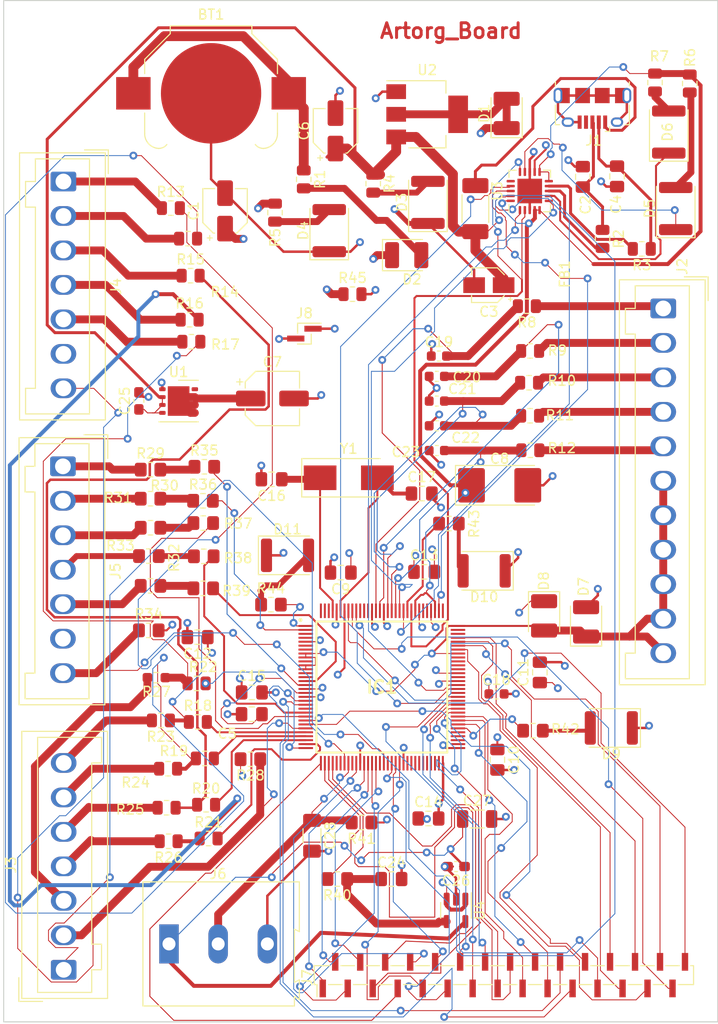
<source format=kicad_pcb>
(kicad_pcb (version 20221018) (generator pcbnew)
  (layers (0 "F.Cu" signal) (1 "In1.Cu" power "PWR") (2 "In2.Cu" power "GND") (31 "B.Cu" signal) (34 "B.Paste" user) (35 "F.Paste" user) (36 "B.SilkS" user "B.Silkscreen") (37 "F.SilkS" user "F.Silkscreen") (38 "B.Mask" user) (39 "F.Mask" user) (44 "Edge.Cuts" user))
  (net 0 "")
  (net 1 "Net-(BT1-+)")
  (net 2 "GND")
  (net 3 "VCC")
  (net 4 "Net-(J1-D+)")
  (net 5 "5V_USB")
  (net 6 "Net-(J1-D-)")
  (net 7 "Net-(IC1-VR_CAP)")
  (net 8 "VCCQ")
  (net 9 "Net-(IC1-GPIO144{slash}KSI1{slash}DCD#)")
  (net 10 "Net-(IC1-XTAL2)")
  (net 11 "Net-(IC1-XTAL1)")
  (net 12 "ADC0")
  (net 13 "ADC1")
  (net 14 "ADC2")
  (net 15 "ADC3")
  (net 16 "ADC4")
  (net 17 "Net-(U4-~{IN-})")
  (net 18 "Net-(J6-Pin_1)")
  (net 19 "TACH0")
  (net 20 "Net-(D2-A)")
  (net 21 "Net-(D3-A)")
  (net 22 "Net-(D4-A)")
  (net 23 "Net-(D5-K)")
  (net 24 "Net-(D5-A)")
  (net 25 "Net-(D6-K)")
  (net 26 "Net-(D6-A)")
  (net 27 "GP1O007")
  (net 28 "Net-(D9-A)")
  (net 29 "Net-(D10-A)")
  (net 30 "Net-(D11-A)")
  (net 31 "Net-(J1-VBUS)")
  (net 32 "Net-(IC1-GPIO157{slash}LED0{slash}TST_CLK_OUT)")
  (net 33 "PVT_1")
  (net 41 "PVT_SCLK")
  (net 42 "PVT_0")
  (net 43 "GPIO20")
  (net 44 "GPIO21")
  (net 46 "PVT_3")
  (net 47 "PVT_2")
  (net 48 "GPIO165")
  (net 49 "GPIO166")
  (net 50 "Net-(IC1-GPIO123{slash}SHD_CS0#[BSS_STRAP])")
  (net 51 "Net-(IC1-GPIO133{slash}SHD_IO0)")
  (net 52 "Net-(IC1-GPIO134{slash}SHD_IO1)")
  (net 53 "Net-(IC1-GPIO135{slash}SHD_IO2[PRG_STRAP])")
  (net 54 "Net-(IC1-GPIO136{slash}SHD_IO3)")
  (net 55 "Net-(IC1-GPIO126{slash}SHD_SCLK)")
  (net 56 "SPI_3")
  (net 57 "PWM4")
  (net 58 "SPI_CS")
  (net 59 "SPI_CLK")
  (net 62 "SHD_CS1")
  (net 64 "SPI_2")
  (net 65 "PWM0")
  (net 66 "PWM1")
  (net 67 "PWM2")
  (net 68 "PWM3")
  (net 70 "RST")
  (net 72 "GPIO167")
  (net 73 "GPIO026")
  (net 74 "GPIO061")
  (net 88 "Net-(IC1-GPIO104{slash}LED2)")
  (net 89 "GPIO105")
  (net 90 "GPIO106")
  (net 91 "GPIO107")
  (net 92 "GPIO110")
  (net 93 "GPIO111")
  (net 94 "GPIO112")
  (net 95 "GPIO113")
  (net 96 "GPIO114")
  (net 98 "RX")
  (net 99 "TX")
  (net 105 "GPIO035")
  (net 106 "GPIO131")
  (net 107 "GPIO132")
  (net 108 "GPIO140")
  (net 112 "Net-(IC1-GPIO143{slash}KSI0{slash}DTR#)")
  (net 115 "Net-(IC1-GPIO150{slash}KSI5{slash}RI#)")
  (net 116 "Net-(IC1-GPIO156{slash}LED1)")
  (net 117 "Net-(IC1-GPIO151{slash}KSI6{slash}RTS#)")
  (net 118 "Net-(IC1-GPIO152{slash}KSI7{slash}CTS#)")
  (net 122 "GPIO004")
  (net 123 "GPIO003")
  (net 124 "GPIO036")
  (net 129 "ADC_V0")
  (net 130 "ADC_V1")
  (net 131 "ADC0_3")
  (net 132 "ADC_V3")
  (net 133 "ADC_V4")
  (net 134 "Net-(J3-Pin_3)")
  (net 135 "Net-(J3-Pin_4)")
  (net 136 "Net-(J3-Pin_5)")
  (net 137 "Net-(J3-Pin_6)")
  (net 138 "Net-(J3-Pin_7)")
  (net 139 "Net-(J4-Pin_1)")
  (net 140 "Net-(J4-Pin_2)")
  (net 141 "Net-(J4-Pin_3)")
  (net 142 "Net-(J4-Pin_4)")
  (net 143 "Net-(J4-Pin_5)")
  (net 144 "Net-(J5-Pin_1)")
  (net 145 "Net-(J5-Pin_2)")
  (net 146 "Net-(J5-Pin_3)")
  (net 147 "Net-(J5-Pin_4)")
  (net 148 "Net-(J5-Pin_5)")
  (net 149 "D+")
  (net 150 "D-")
  (net 151 "Net-(R13-Pad2)")
  (net 152 "Net-(R14-Pad2)")
  (net 153 "Net-(R15-Pad2)")
  (net 154 "Net-(R16-Pad2)")
  (net 155 "Net-(R17-Pad2)")
  (net 156 "Net-(R29-Pad2)")
  (net 157 "Net-(R30-Pad2)")
  (net 158 "Net-(R31-Pad2)")
  (net 159 "Net-(R32-Pad2)")
  (net 160 "Net-(R33-Pad2)")
  (footprint "Capacitor_SMD:C_0603_1608Metric" (layer "F.Cu") (at 183.756 71.6672)
    (fp_text reference "C20")
    (fp_text value "100pF")
  )
  (footprint "Resistor_SMD:R_0805_2012Metric" (layer "F.Cu") (at 160.5553 118.5926)
    (fp_text reference "R21")
    (fp_text value "15R")
  )
  (footprint "LED_SMD:LED_1812_4532Metric" (layer "F.Cu") (at 172.8202 56.8706 90)
    (fp_text reference "D4")
    (fp_text value "LED")
  )
  (footprint "Capacitor_SMD:C_0805_2012Metric_Pad1.18x1.45mm_HandSolder" (layer "F.Cu") (at 173.9861 91.5924 180)
    (fp_text reference "C9")
    (fp_text value "0.1uF")
  )
  (footprint "Capacitor_SMD:C_0805_2012Metric_Pad1.18x1.45mm_HandSolder" (layer "F.Cu") (at 182.2196 83.566)
    (fp_text reference "C17")
    (fp_text value "10pF")
  )
  (footprint "Resistor_SMD:R_0805_2012Metric" (layer "F.Cu") (at 193.2432 75.6666 180)
    (fp_text reference "R11")
    (fp_text value "270R")
  )
  (footprint "Resistor_SMD:R_0805_2012Metric_Pad1.20x1.40mm_HandSolder" (layer "F.Cu") (at 160.0106 93.1926)
    (fp_text reference "R39")
    (fp_text value "25R")
  )
  (footprint "LED_SMD:LED_1812_4532Metric" (layer "F.Cu") (at 168.5798 89.8398)
    (fp_text reference "D11")
    (fp_text value "LED")
  )
  (footprint "LED_SMD:LED_1812_4532Metric" (layer "F.Cu") (at 208.0514 54.6315 90)
    (fp_text reference "D5")
    (fp_text value "LED")
  )
  (footprint "Connector_Wago:Wago_734-137_1x07_P3.50mm_Vertical" (layer "F.Cu") (at 145.8214 131.9218 90)
    (fp_text reference "J3")
    (fp_text value "Conn_01x07_Socket")
  )
  (footprint "Resistor_SMD:R_0805_2012Metric_Pad1.20x1.40mm_HandSolder" (layer "F.Cu") (at 160.0106 86.5632)
    (fp_text reference "R37")
    (fp_text value "25R")
  )
  (footprint "Connector_PinSocket_1.27mm:PinSocket_1x30_P1.27mm_Vertical_SMD_Pin1Left" (layer "F.Cu") (at 190.5762 132.4648 90)
    (fp_text reference "J7")
    (fp_text value "Conn_01x30_Pin")
  )
  (footprint "Battery:BatteryHolder_Keystone_3000_1x12mm" (layer "F.Cu") (at 160.8066 42.926)
    (fp_text reference "BT1")
    (fp_text value "Battery")
  )
  (footprint "Resistor_SMD:R_0805_2012Metric_Pad1.20x1.40mm_HandSolder" (layer "F.Cu") (at 154.6512 81.1386)
    (fp_text reference "R29")
    (fp_text value "45R")
  )
  (footprint "Resistor_SMD:R_0805_2012Metric" (layer "F.Cu") (at 160.3013 115.1636)
    (fp_text reference "R20")
    (fp_text value "15R")
  )
  (footprint "LED_SMD:LED_1812_4532Metric" (layer "F.Cu") (at 182.8532 54.0043 90)
    (fp_text reference "D3")
    (fp_text value "LED")
  )
  (footprint "Resistor_SMD:R_0603_1608Metric_Pad0.98x0.95mm_HandSolder" (layer "F.Cu") (at 155.2467 102.2604 180)
    (fp_text reference "R27")
    (fp_text value "25R")
  )
  (footprint "Capacitor_Tantalum_SMD:CP_EIA-7132-20_AVX-U_Pad2.72x3.50mm_HandSolder" (layer "F.Cu") (at 190.1444 82.7278)
    (fp_text reference "C8")
    (fp_text value "0.1uF")
  )
  (footprint "Capacitor_SMD:C_0805_2012Metric_Pad1.18x1.45mm_HandSolder" (layer "F.Cu") (at 182.9093 116.5606)
    (fp_text reference "C14")
    (fp_text value "0.1uF")
  )
  (footprint "Resistor_SMD:R_0805_2012Metric_Pad1.20x1.40mm_HandSolder" (layer "F.Cu") (at 184.9882 86.614 180)
    (fp_text reference "R43")
    (fp_text value "270R")
  )
  (footprint "Diode_SMD:D_1210_3225Metric_Pad1.42x2.65mm_HandSolder" (layer "F.Cu") (at 198.9328 96.5962 90)
    (fp_text reference "D7")
    (fp_text value "D_Schottky")
  )
  (footprint "Capacitor_SMD:C_0805_2012Metric_Pad1.18x1.45mm_HandSolder" (layer "F.Cu") (at 194.2338 101.7231 90)
    (fp_text reference "C11")
    (fp_text value "0.1uF")
  )
  (footprint "Package_DFN_QFN:QFN-20-1EP_4x4mm_P0.5mm_EP2.5x2.5mm" (layer "F.Cu") (at 193.2078 52.8474 90)
    (fp_text reference "U3")
    (fp_text value "FT231XQ")
  )
  (footprint "Resistor_SMD:R_0805_2012Metric" (layer "F.Cu") (at 159.4631 106.7562)
    (fp_text reference "R18")
    (fp_text value "15R")
  )
  (footprint "Resistor_SMD:R_0805_2012Metric_Pad1.20x1.40mm_HandSolder" (layer "F.Cu") (at 173.6438 122.7074 180)
    (fp_text reference "R40")
    (fp_text value "10k")
  )
  (footprint "KiCad:QFP40P1600X1600X120-128N" (layer "F.Cu") (at 178.1718 103.2092)
    (fp_text reference "IC1")
    (fp_text value "MEC1428-I_NU-C1" hide)
  )
  (footprint "Resistor_SMD:R_0805_2012Metric_Pad1.20x1.40mm_HandSolder" (layer "F.Cu") (at 154.6512 84.0886)
    (fp_text reference "R30")
    (fp_text value "45R")
  )
  (footprint "Resistor_SMD:R_0805_2012Metric" (layer "F.Cu") (at 204.5989 58.7248 180)
    (fp_text reference "R3")
    (fp_text value "27R")
  )
  (footprint "Resistor_SMD:R_0805_2012Metric" (layer "F.Cu") (at 156.4386 111.506 180)
    (fp_text reference "R24")
    (fp_text value "25R")
  )
  (footprint "Capacitor_SMD:CP_Elec_5x3.9" (layer "F.Cu") (at 167.0402 73.914)
    (fp_text reference "C7")
    (fp_text value "10uF")
  )
  (footprint "Package_TO_SOT_SMD:SOT-223-3_TabPin2" (layer "F.Cu") (at 182.777 45.0596)
    (fp_text reference "U2")
    (fp_text value "LD1117S12TR_SOT223")
  )
  (footprint "Capacitor_SMD:CP_Elec_4x4.5" (layer "F.Cu") (at 162.2284 54.864 90)
    (fp_text reference "C1")
    (fp_text value "10uF")
  )
  (footprint "Diode_SMD:D_1210_3225Metric_Pad1.42x2.65mm_HandSolder" (layer "F.Cu") (at 180.6942 59.3598)
    (fp_text reference "D2")
    (fp_text value "D_Schottky")
  )
  (footprint "Capacitor_SMD:C_0603_1608Metric" (layer "F.Cu") (at 183.756 79.1972)
    (fp_text reference "C23")
    (fp_text value "100pF")
  )
  (footprint "Resistor_SMD:R_0805_2012Metric" (layer "F.Cu") (at 158.7265 61.4426)
    (fp_text reference "R15")
    (fp_text value "15R")
  )
  (footprint "Resistor_SMD:R_0805_2012Metric" (layer "F.Cu") (at 192.9149 64.5414 180)
    (fp_text reference "R8")
    (fp_text value "270R")
  )
  (footprint "Resistor_SMD:R_0805_2012Metric_Pad1.20x1.40mm_HandSolder" (layer "F.Cu") (at 176.1076 116.967 180)
    (fp_text reference "R41")
    (fp_text value "10k")
  )
  (footprint "Capacitor_SMD:C_0603_1608Metric_Pad1.08x0.95mm_HandSolder" (layer "F.Cu") (at 153.4668 74.1611 90)
    (fp_text reference "C25")
    (fp_text value "2.2uF")
  )
  (footprint "LED_SMD:LED_1812_4532Metric" (layer "F.Cu") (at 201.4982 107.3658 180)
    (fp_text reference "D9")
    (fp_text value "LED")
  )
  (footprint "Resistor_SMD:R_0805_2012Metric" (layer "F.Cu") (at 193.1416 72.3138 180)
    (fp_text reference "R10")
    (fp_text value "270R")
  )
  (footprint "Resistor_SMD:R_0805_2012Metric_Pad1.20x1.40mm_HandSolder" (layer "F.Cu") (at 166.894 94.8436)
    (fp_text reference "R44")
    (fp_text value "270R")
  )
  (footprint "Capacitor_SMD:C_1206_3216Metric" (layer "F.Cu") (at 187.8566 116.6114)
    (fp_text reference "C27")
    (fp_text value "1000pF")
  )
  (footprint "Resistor_SMD:R_0805_2012Metric" (layer "F.Cu") (at 156.4913 118.872 180)
    (fp_text reference "R26")
    (fp_text value "25R")
  )
  (footprint "Resistor_SMD:R_0805_2012Metric" (layer "F.Cu") (at 200.6092 57.7107 -90)
    (fp_text reference "R2")
    (fp_text value "27R")
  )
  (footprint "Resistor_SMD:R_0805_2012Metric_Pad1.20x1.40mm_HandSolder" (layer "F.Cu") (at 154.4828 89.916)
    (fp_text reference "R32")
    (fp_text value "45R")
  )
  (footprint "Resistor_SMD:R_0805_2012Metric" (layer "F.Cu") (at 160.1743 110.4646)
    (fp_text reference "R19")
    (fp_text value "15R")
  )
  (footprint "LED_SMD:LED_1812_4532Metric" (layer "F.Cu") (at 207.3402 46.8591 90)
    (fp_text reference "D6")
    (fp_text value "LED")
  )
  (footprint "Diode_SMD:D_1210_3225Metric_Pad1.42x2.65mm_HandSolder" (layer "F.Cu") (at 194.6656 95.9866 -90)
    (fp_text reference "D8")
    (fp_text value "D_Schottky")
  )
  (footprint "Resistor_SMD:R_0805_2012Metric" (layer "F.Cu") (at 177.2906 52.0973 -90)
    (fp_text reference "R4")
    (fp_text value "270R")
  )
  (footprint "Resistor_SMD:R_0805_2012Metric_Pad1.20x1.40mm_HandSolder" (layer "F.Cu") (at 154.6512 87.0386)
    (fp_text reference "R31")
    (fp_text value "45R")
  )
  (footprint "Resistor_SMD:R_0805_2012Metric_Pad1.20x1.40mm_HandSolder" (layer "F.Cu") (at 160.1216 80.8482)
    (fp_text reference "R35")
    (fp_text value "25R")
  )
  (footprint "Connector_Wago:Wago_734-141_1x11_P3.50mm_Vertical" (layer "F.Cu") (at 206.7814 64.7712 -90)
    (fp_text reference "J2")
    (fp_text value "Conn_01x11_Pin")
  )
  (footprint "Capacitor_SMD:C_1206_3216Metric_Pad1.33x1.80mm_HandSolder" (layer "F.Cu") (at 171.069 118.3132 -90)
    (fp_text reference "C28")
    (fp_text value "0.01uF")
  )
  (footprint "Connector_Wago:Wago_734-137_1x07_P3.50mm_Vertical" (layer "F.Cu") (at 145.7452 80.8032 -90)
    (fp_text reference "J5")
    (fp_text value "Conn_01x07_Socket")
  )
  (footprint "Capacitor_SMD:C_0805_2012Metric_Pad1.18x1.45mm_HandSolder" (layer "F.Cu") (at 198.6026 51.4096 90)
    (fp_text reference "C2")
    (fp_text value "47pF")
  )
  (footprint "LED_SMD:LED_1812_4532Metric" (layer "F.Cu") (at 188.5696 91.4146 180)
    (fp_text reference "D10")
    (fp_text value "LED")
  )
  (footprint "Resistor_SMD:R_0805_2012Metric" (layer "F.Cu") (at 167.3084 55.0399 90)
    (fp_text reference "R5")
    (fp_text value "270R")
  )
  (footprint "Capacitor_SMD:C_0805_2012Metric_Pad1.18x1.45mm_HandSolder" (layer "F.Cu") (at 164.9437 105.9688)
    (fp_text reference "C5")
    (fp_text value "1uF")
  )
  (footprint "Connector_Wago:Wago_734-137_1x07_P3.50mm_Vertical" (layer "F.Cu") (at 145.796 51.8824 -90)
    (fp_text reference "J4")
    (fp_text value "Conn_01x07_Socket")
  )
  (footprint "Resistor_SMD:R_0805_2012Metric_Pad1.20x1.40mm_HandSolder" (layer "F.Cu") (at 164.8046 110.5408 180)
    (fp_text reference "R28")
    (fp_text value "4.7K")
  )
  (footprint "Capacitor_SMD:C_0603_1608Metric" (layer "F.Cu") (at 183.756 74.1772)
    (fp_text reference "C21")
    (fp_text value "100pF")
  )
  (footprint "Resistor_SMD:R_0805_2012Metric_Pad1.20x1.40mm_HandSolder" (layer "F.Cu") (at 154.6512 92.9386)
    (fp_text reference "R33")
    (fp_text value "45R")
  )
  (footprint "Resistor_SMD:R_0805_2012Metric_Pad1.20x1.40mm_HandSolder" (layer "F.Cu") (at 154.4734 97.4598)
    (fp_text reference "R34")
    (fp_text value "4.7K")
  )
  (footprint "TerminalBlock:TerminalBlock_Altech_AK300-3_P5.00mm" (layer "F.Cu") (at 156.5284 129.296)
    (fp_text reference "J6")
    (fp_text value "Screw_Terminal_01x03")
  )
  (footprint "Resistor_SMD:R_0805_2012Metric" (layer "F.Cu") (at 156.2881 115.4684 180)
    (fp_text reference "R25")
    (fp_text value "25R")
  )
  (footprint "Capacitor_SMD:C_0805_2012Metric_Pad1.18x1.45mm_HandSolder" (layer "F.Cu") (at 202.0824 51.3588 -90)
    (fp_text reference "C4")
    (fp_text value "47pF")
  )
  (footprint "Resistor_SMD:R_0805_2012Metric" (layer "F.Cu") (at 209.4738 41.9335 90)
    (fp_text reference "R6")
    (fp_text value "270R")
  )
  (footprint "Resistor_SMD:R_0805_2012Metric_Pad1.20x1.40mm_HandSolder" (layer "F.Cu") (at 160.0614 89.9414)
    (fp_text reference "R38")
    (fp_text value "25R")
  )
  (footprint "Resistor_SMD:R_0805_2012Metric" (layer "F.Cu") (at 158.4706 57.6834)
    (fp_text reference "R14")
    (fp_text value "15R")
  )
  (footprint "Resistor_SMD:R_0805_2012Metric" (layer "F.Cu") (at 158.6249 65.913)
    (fp_text reference "R16")
    (fp_text value "15R")
  )
  (footprint "Connector_PinHeader_1.00mm:PinHeader_1x02_P1.00mm_Vertical_SMD_Pin1Right" (layer "F.Cu") (at 170.2956 67.3274)
    (fp_text reference "J8")
    (fp_text value "Conn_01x02_Pin")
  )
  (footprint "Package_SON:WSON-8-1EP_4x4mm_P0.8mm_EP2.2x3mm" (layer "F.Cu") (at 157.5064 74.1742)
    (fp_text reference "U1")
    (fp_text value "LM1117LD-1.8")
  )
  (footprint "Resistor_SMD:R_0805_2012Metric" (layer "F.Cu") (at 193.2432 69.088 180)
    (fp_text reference "R9")
    (fp_text value "270R")
  )
  (footprint "Resistor_SMD:R_0805_2012Metric" (layer "F.Cu") (at 159.3361 102.8446)
    (fp_text reference "R22")
    (fp_text value "15R")
  )
  (footprint "Inductor_SMD:L_2010_5025Metric_Pad1.52x2.65mm_HandSolder" (layer "F.Cu") (at 187.6806 54.6354 -90)
    (fp_text reference "FB1")
    (fp_text value "FerriteBead_Small")
  )
  (footprint "Capacitor_SMD:CP_Elec_3x5.3" (layer "F.Cu") (at 189.0508 62.4078 180)
    (fp_text reference "C3")
    (fp_text value "100nF")
  )
  (footprint "Capacitor_SMD:C_0603_1608Metric" (layer "F.Cu") (at 189.8266 103.9114)
    (fp_text reference "C18")
    (fp_text value "0.1uF")
  )
  (footprint "Diode_SMD:D_1210_3225Metric_Pad1.42x2.65mm_HandSolder" (layer "F.Cu") (at 190.8556 44.9723 90)
    (fp_text reference "D1")
    (fp_text value "D_Schottky")
  )
  (footprint "Package_TO_SOT_SMD:SOT-23-5" (layer "F.Cu") (at 185.7096 125.8879 -90)
    (fp_text reference "U4")
    (fp_text value "FAN3111C")
  )
  (footprint "Resistor_SMD:R_0805_2012Metric" (layer "F.Cu") (at 193.2686 79.1718 180)
    (fp_text reference "R12")
    (fp_text value "270R")
  )
  (footprint "Connector_USB:USB_Micro-B_Amphenol_10118194_Horizontal" (layer "F.Cu") (at 199.5772 44.4546 180)
    (fp_text reference "J1")
    (fp_text value "USB_B_Mini")
  )
  (footprint "Capacitor_SMD:C_0805_2012Metric_Pad1.18x1.45mm_HandSolder" (layer "F.Cu") (at 164.9515 103.759)
    (fp_text reference "C15")
    (fp_text value "0.1uF")
  )
  (footprint "Resistor_SMD:R_0805_2012Metric" (layer "F.Cu") (at 155.7039 106.6038 180)
    (fp_text reference "R23")
    (fp_text value "25R")
  )
  (footprint "Resistor_SMD:R_0805_2012Metric" (layer "F.Cu") (at 170.2294 51.6655 -90)
    (fp_text reference "R1")
    (fp_text value "1K")
  )
  (footprint "Resistor_SMD:R_0805_2012Metric" (layer "F.Cu") (at 156.7199 54.5846)
    (fp_text reference "R13")
    (fp_text value "15R")
  )
  (footprint "Capacitor_SMD:CP_Elec_4x4.5" (layer "F.Cu") (at 173.4552 46.736 90)
    (fp_text reference "C6")
    (fp_text value "10uF")
  )
  (footprint "Crystal:Crystal_SMD_0603-2Pin_6.0x3.5mm_HandSoldering" (layer "F.Cu") (at 174.8028 81.9658)
    (fp_text reference "Y1")
    (fp_text value "Crystal")
  )
  (footprint "Capacitor_SMD:C_0805_2012Metric_Pad1.18x1.45mm_HandSolder" (layer "F.Cu") (at 182.4736 91.5162)
    (fp_text reference "C13")
    (fp_text value "0.1uF")
  )
  (footprint "Capacitor_SMD:C_0603_1608Metric_Pad1.08x0.95mm_HandSolder" (layer "F.Cu") (at 185.7179 121.4374 180)
    (fp_text reference "C26")
    (fp_text value "2.2uF")
  )
  (footprint "Capacitor_SMD:C_0805_2012Metric_Pad1.18x1.45mm_HandSolder" (layer "F.Cu") (at 189.9158 110.5955 -90)
    (fp_text reference "C10")
    (fp_text value "0.1uF")
  )
  (footprint "Capacitor_SMD:C_0603_1608Metric" (layer "F.Cu") (at 183.756 76.6872)
    (fp_text reference "C22")
    (fp_text value "100pF")
  )
  (footprint "Capacitor_SMD:C_0805_2012Metric_Pad1.18x1.45mm_HandSolder" (layer "F.Cu") (at 166.9581 82.1182 180)
    (fp_text reference "C16")
    (fp_text value "10pF")
  )
  (footprint "Resistor_SMD:R_0805_2012Metric_Pad1.20x1.40mm_HandSolder" (layer "F.Cu") (at 159.9852 84.3026)
    (fp_text reference "R36")
    (fp_text value "25R")
  )
  (footprint "Resistor_SMD:R_0805_2012Metric" (layer "F.Cu") (at 205.9432 41.8338 90)
    (fp_text reference "R7")
    (fp_text value "270R")
  )
  (footprint "Capacitor_SMD:C_0805_2012Metric_Pad1.18x1.45mm_HandSolder" (layer "F.Cu") (at 159.4358 98.1456 180)
    (fp_text reference "C12")
    (fp_text value "0.1uF")
  )
  (footprint "Capacitor_SMD:C_0805_2012Metric_Pad1.18x1.45mm_HandSolder" (layer "F.Cu") (at 179.1423 122.7074)
    (fp_text reference "C24")
    (fp_text value "10uF")
  )
  (footprint "Capacitor_SMD:C_0603_1608Metric" (layer "F.Cu") (at 183.9702 69.607)
    (fp_text reference "C19")
    (fp_text value "100pF")
  )
  (footprint "Resistor_SMD:R_0805_2012Metric" (layer "F.Cu") (at 158.8027 68.1482)
    (fp_text reference "R17")
    (fp_text value "15R")
  )
  (footprint "Resistor_SMD:R_0805_2012Metric" (layer "F.Cu") (at 175.1843 63.3222)
    (fp_text reference "R45")
    (fp_text value "120R")
  )
  (footprint "Resistor_SMD:R_0805_2012Metric_Pad1.20x1.40mm_HandSolder" (layer "F.Cu") (at 193.532 107.6452 180)
    (fp_text reference "R42")
    (fp_text value "270R")
  )
  (gr_poly (pts (xy 139.7254 33.5026) (xy 212.3186 33.5026) (xy 212.3186 137.2108) (xy 139.7254 137.2108)) (stroke (width 0.1)) (fill none) (layer "Edge.Cuts"))
  (gr_rect (start 139.7254 33.5026) (end 212.3186 137.2108) (stroke (width 0.1)) (fill none) (layer "Edge.Cuts"))
  (gr_text "Artorg_Board" (at 177.8254 37.465) (layer "F.Cu") (effects (font (size 1.5 1.5) (thickness 0.3) bold) (justify left bottom)))
  (segment (start 170.2294 50.753) (end 170.2294 44.4488) (width 1) (layer "F.Cu") (net 1))
  (segment (start 152.9066 42.926) (end 152.9066 40.276) (width 1) (layer "F.Cu") (net 1))
  (segment (start 168.7066 41.7574) (end 168.7066 42.926) (width 1) (layer "F.Cu") (net 1))
  (segment (start 164.0752 37.126) (end 168.7066 41.7574) (width 1) (layer "F.Cu") (net 1))
  (segment (start 156.0566 37.126) (end 164.0752 37.126) (width 1) (layer "F.Cu") (net 1))
  (segment (start 152.9066 40.276) (end 156.0566 37.126) (width 1) (layer "F.Cu") (net 1))
  (segment (start 170.2294 44.4488) (end 168.7066 42.926) (width 1) (layer "F.Cu") (net 1))
  (segment (start 182.981 76.5562) (end 183.9976 75.5396) (width 0.25) (layer "F.Cu") (net 2))
  (segment (start 185.3804 121.4374) (end 184.5564 121.4374) (width 0.25) (layer "F.Cu") (net 2))
  (segment (start 185.9098 101.8092) (end 183.9782 101.8092) (width 0.09) (layer "F.Cu") (net 2))
  (segment (start 162.2284 53.064) (end 168.1725 59.0081) (width 0.25) (layer "F.Cu") (net 2))
  (segment (start 200.1266 93.9149) (end 200.1266 93.2434) (width 0.25) (layer "F.Cu") (net 2))
  (segment (start 183.2571 83.566) (end 183.2571 84.0193) (width 0.25) (layer "F.Cu") (net 2))
  (segment (start 173.5718 95.4712) (end 173.5718 96.7604) (width 0.2) (layer "F.Cu") (net 2))
  (segment (start 180.9066 56.1418) (end 179.451 54.6862) (width 0.5) (layer "F.Cu") (net 2))
  (segment (start 182.981 72.0846) (end 183.7436 72.8472) (width 0.25) (layer "F.Cu") (net 2))
  (segment (start 183.9468 115.062) (end 184.3968 114.612) (width 0.25) (layer "F.Cu") (net 2))
  (segment (start 182.981 79.1972) (end 182.981 79.4252) (width 0.25) (layer "F.Cu") (net 2))
  (segment (start 179.627 42.7596) (end 178.2204 42.7596) (width 0.25) (layer "F.Cu") (net 2))
  (segment (start 193.2078 52.8474) (end 193.2078 50.9099) (width 0.25) (layer "F.Cu") (net 2))
  (segment (start 196.0772 44.8546) (end 197.0772 45.8546) (width 0.25) (layer "F.Cu") (net 2))
  (segment (start 177.1718 96.8062) (end 177.4698 97.1042) (width 0.2) (layer "F.Cu") (net 2))
  (segment (start 198.5772 43.1546) (end 200.5772 43.1546) (width 0.25) (layer "F.Cu") (net 2))
  (segment (start 190.6016 103.9114) (end 191.77 103.9114) (width 0.25) (layer "F.Cu") (net 2))
  (segment (start 166.5284 129.296) (end 166.5284 124.4163) (width 0.25) (layer "F.Cu") (net 2))
  (segment (start 154.5082 73.7616) (end 154.496185 73.749585) (width 0.25) (layer "F.Cu") (net 2))
  (segment (start 193.2078 52.8474) (end 193.2078 54.7849) (width 0.25) (layer "F.Cu") (net 2))
  (segment (start 202.0824 52.3963) (end 200.9863 52.3963) (width 0.25) (layer "F.Cu") (net 2))
  (segment (start 198.9328 95.1087) (end 200.1266 93.9149) (width 0.25) (layer "F.Cu") (net 2))
  (segment (start 196.0772 43.1546) (end 196.0772 44.8546) (width 0.25) (layer "F.Cu") (net 2))
  (segment (start 184.5564 121.4374) (end 185.7096 122.5906) (width 0.25) (layer "F.Cu") (net 2))
  (segment (start 154.496185 73.749585) (end 154.446125 73.749585) (width 0.25) (layer "F.Cu") (net 2))
  (segment (start 163.9062 105.9688) (end 162.4838 105.9688) (width 0.25) (layer "F.Cu") (net 2))
  (segment (start 173.5718 96.7604) (end 173.4566 96.8756) (width 0.2) (layer "F.Cu") (net 2))
  (segment (start 194.2338 100.6856) (end 196.3928 100.6856) (width 0.25) (layer "F.Cu") (net 2))
  (segment (start 172.003 103.4092) (end 172.1358 103.2764) (width 0.1) (layer "F.Cu") (net 2))
  (segment (start 167.7576 67.8274) (end 167.7162 67.8688) (width 0.25) (layer "F.Cu") (net 2))
  (segment (start 205.105 107.3658) (end 205.3336 107.1372) (width 0.25) (layer "F.Cu") (net 2))
  (segment (start 200.9863 52.3963) (end 200.4568 51.8668) (width 0.25) (layer "F.Cu") (net 2))
  (segment (start 158.3983 96.7017) (end 158.3944 96.6978) (width 0.25) (layer "F.Cu") (net 2))
  (segment (start 154.4462 73.8236) (end 154.5082 73.7616) (width 0.25) (layer "F.Cu") (net 2))
  (segment (start 166.5284 124.4163) (end 171.069 119.8757) (width 0.25) (layer "F.Cu") (net 2))
  (segment (start 165.989 103.759) (end 167.386 103.759) (width 0.25) (layer "F.Cu") (net 2))
  (segment (start 155.8564 72.3666) (end 155.7782 72.2884) (width 0.25) (layer "F.Cu") (net 2))
  (segment (start 191.77 103.9114) (end 191.7954 103.886) (width 0.25) (layer "F.Cu") (net 2))
  (segment (start 203.0772 44.8546) (end 202.0772 45.8546) (width 0.25) (layer "F.Cu") (net 2))
  (segment (start 183.2864 89.2302) (end 183.5111 89.4549) (width 0.1) (layer "F.Cu") (net 2))
  (segment (start 182.981 79.4252) (end 184.2008 80.645) (width 0.25) (layer "F.Cu") (net 2))
  (segment (start 182.8532 56.1418) (end 187.5508 60.8394) (width 0.25) (layer "F.Cu") (net 2))
  (segment (start 183.9468 116.5606) (end 183.9468 115.062) (width 0.25) (layer "F.Cu") (net 2))
  (segment (start 193.2078 49.650189) (end 193.2078 50.9099) (width 0.25) (layer "F.Cu") (net 2))
  (segment (start 193.610469 48.85861) (end 193.610469 49.24752) (width 0.25) (layer "F.Cu") (net 2))
  (segment (start 178.3718 96.6854) (end 178.7144 97.028) (width 0.2) (layer "F.Cu") (net 2))
  (segment (start 165.9206 82.1182) (end 165.9206 80.729) (width 0.25) (layer "F.Cu") (net 2))
  (segment (start 180.1798 122.7074) (end 180.1798 121.3182) (width 0.25) (layer "F.Cu") (net 2))
  (segment (start 160.8066 51.6422) (end 162.2284 53.064) (width 0.25) (layer "F.Cu") (net 2))
  (segment (start 173.4552 44.936) (end 173.4552 43.1306) (width 0.25) (layer "F.Cu") (net 2))
  (segment (start 167.9194 89.8398) (end 168.1734 89.5858) (width 0.25) (layer "F.Cu") (net 2))
  (segment (start 171.6532 73.914) (end 172.0088 73.5584) (width 0.25) (layer "F.Cu") (net 2))
  (segment (start 177.0888 63.3222) (end 177.5206 62.8904) (width 0.25) (layer "F.Cu") (net 2))
  (segment (start 182.981 73.6098) (end 183.7436 72.8472) (width 0.25) (layer "F.Cu") (net 2))
  (segment (start 197.7937 50.3721) (end 197.1294 49.7078) (width 0.25) (layer "F.Cu") (net 2))
  (segment (start 183.5111 89.4549) (end 183.5111 91.5162) (width 0.1) (layer "F.Cu") (net 2))
  (segment (start 172.7323 119.8757) (end 172.7454 119.8626) (width 0.25) (layer "F.Cu") (net 2))
  (segment (start 196.3928 100.6856) (end 196.7738 101.0666) (width 0.25) (layer "F.Cu") (net 2))
  (segment (start 168.1725 59.0081) (end 172.8202 59.0081) (width 0.25) (layer "F.Cu") (net 2))
  (segment (start 183.1952 69.607) (end 183.1952 68.468) (width 0.25) (layer "F.Cu") (net 2))
  (segment (start 198.6026 50.3721) (end 197.7937 50.3721) (width 0.25) (layer "F.Cu") (net 2))
  (segment (start 182.981 76.6872) (end 182.981 76.5562) (width 0.25) (layer "F.Cu") (net 2))
  (segment (start 169.2402 73.914) (end 171.6532 73.914) (width 0.25) (layer "F.Cu") (net 2))
  (segment (start 172.8202 59.0081) (end 174.9767 59.0081) (width 0.25) (layer "F.Cu") (net 2))
  (segment (start 182.981 74.1772) (end 182.981 73.6098) (width 0.25) (layer "F.Cu") (net 2))
  (segment (start 187.5508 60.8394) (end 187.5508 62.4078) (width 0.25) (layer "F.Cu") (net 2))
  (segment (start 165.9206 80.729) (end 165.9128 80.7212) (width 0.25) (layer "F.Cu") (net 2))
  (segment (start 184.3968 114.612) (end 184.3968 110.9472) (width 0.25) (layer "F.Cu") (net 2))
  (segment (start 203.0772 43.1546) (end 203.0772 44.8546) (width 0.25) (layer "F.Cu") (net 2))
  (segment (start 183.1718 96.6594) (end 183.642 97.1296) (width 0.1) (layer "F.Cu") (net 2))
  (segment (start 182.981 71.6672) (end 182.981 72.0846) (width 0.25) (layer "F.Cu") (net 2))
  (segment (start 153.917785 73.749585) (end 153.4668 73.2986) (width 0.25) (layer "F.Cu") (net 2))
  (segment (start 166.4423 89.8398) (end 167.9194 89.8398) (width 0.25) (layer "F.Cu") (net 2))
  (segment (start 174.9767 59.0081) (end 175.9458 58.039) (width 0.25) (layer "F.Cu") (net 2))
  (segment (start 189.3316 116.6114) (end 190.5508 116.6114) (width 0.25) (layer "F.Cu") (net 2))
  (segment (start 172.9486 90.424) (end 173.3296 90.043) (width 0.25) (layer "F.Cu") (net 2))
  (segment (start 178.2204 42.7596) (end 177.546 43.434) (width 0.25) (layer "F.Cu") (net 2))
  (segment (start 193.610469 49.24752) (end 193.2078 49.650189) (width 0.25) (layer "F.Cu") (net 2))
  (segment (start 183.1718 95.4712) (end 183.1718 96.6594) (width 0.1) (layer "F.Cu") (net 2))
  (segment (start 203.6357 107.3658) (end 205.105 107.3658) (width 0.25) (layer "F.Cu") (net 2))
  (segment (start 183.9782 101.8092) (end 183.6674 101.4984) (width 0.09) (layer "F.Cu") (net 2))
  (segment (start 194.5894 82.7278) (end 195.5292 81.788) (width 0.25) (layer "F.Cu") (net 2))
  (segment (start 200.5772 43.1546) (end 203.0772 43.1546) (width 0.25) (layer "F.Cu") (net 2))
  (segment (start 197.0772 45.8546) (end 198.2772 45.8546) (width 0.25) (layer "F.Cu") (net 2))
  (segment (start 170.4338 103.4092) (end 172.003 103.4092) (width 0.1) (layer "F.Cu") (net 2))
  (segment (start 198.5772 43.1546) (end 196.6772 43.1546) (width 0.25) (layer "F.Cu") (net 2))
  (segment (start 177.1718 95.4712) (end 177.1718 96.8062) (width 0.2) (layer "F.Cu") (net 2))
  (segment (start 172.9486 91.5924) (end 172.9486 90.424) (width 0.25) (layer "F.Cu") (net 2))
  (segment (start 183.1952 68.468) (end 183.2864 68.3768) (width 0.25) (layer "F.Cu") (net 2))
  (segment (start 182.8532 56.1418) (end 180.9066 56.1418) (width 0.5) (layer "F.Cu") (net 2))
  (segment (start 193.0069 82.7278) (end 194.5894 82.7278) (width 0.25) (layer "F.Cu") (net 2))
  (segment (start 176.0968 63.3222) (end 177.0888 63.3222) (width 0.25) (layer "F.Cu") (net 2))
  (segment (start 173.4552 43.1306) (end 173.9138 42.672) (width 0.25) (layer "F.Cu") (net 2))
  (segment (start 171.069 119.8757) (end 172.7323 119.8757) (width 0.25) (layer "F.Cu") (net 2))
  (segment (start 180.1798 121.3182) (end 180.1876 121.3104) (width 0.25) (layer "F.Cu") (net 2))
  (segment (start 192.024 90.0977) (end 192.024 89.5096) (width 0.25) (layer "F.Cu") (net 2))
  (segment (start 190.5508 116.6114) (end 190.7794 116.3828) (width 0.25) (layer "F.Cu") (net 2))
  (segment (start 178.3718 95.4712) (end 178.3718 96.6854) (width 0.2) (layer "F.Cu") (net 2))
  (segment (start 158.3983 98.1456) (end 158.3983 96.7017) (width 0.25) (layer "F.Cu") (net 2))
  (segment (start 155.8564 72.9742) (end 155.8564 72.3666) (width 0.25) (layer "F.Cu") (net 2))
  (segment (start 185.7096 122.5906) (end 185.7096 124.7504) (width 0.25) (layer "F.Cu") (net 2))
  (segment (start 190.7071 91.4146) (end 192.024 90.0977) (width 0.25) (layer "F.Cu") (net 2))
  (segment (start 169.4206 67.8274) (end 167.7576 67.8274) (width 0.25) (layer "F.Cu") (net 2))
  (segment (start 189.9158 111.633) (end 191.6176 111.633) (width 0.25) (layer "F.Cu") (net 2))
  (segment (start 184.2262 84.9884) (end 184.1882 84.9884) (width 0.25) (layer "F.Cu") (net 2))
  (segment (start 183.2571 84.0193) (end 184.2262 84.9884) (width 0.25) (layer "F.Cu") (net 2))
  (segment (start 154.446125 73.749585) (end 153.917785 73.749585) (width 0.25) (layer "F.Cu") (net 2))
  (segment (start 160.8066 42.926) (end 160.8066 51.6422) (width 0.25) (layer "F.Cu") (net 2))
  (via (at 154.446125 73.749585) (size 0.8) (drill 0.4) (layers "F.Cu" "B.Cu") (net 2))
  (via (at 173.3296 90.043) (size 0.8) (drill 0.4) (layers "F.Cu" "B.Cu") (net 2))
  (via (at 167.386 103.759) (size 0.8) (drill 0.4) (layers "F.Cu" "B.Cu") (net 2))
  (via (at 179.451 54.6862) (size 0.8) (drill 0.4) (layers "F.Cu" "B.Cu") (net 2))
  (via (at 192.024 89.5096) (size 0.8) (drill 0.4) (layers "F.Cu" "B.Cu") (net 2))
  (via (at 167.7162 67.8688) (size 0.8) (drill 0.4) (layers "F.Cu" "B.Cu") (net 2))
  (via (at 172.7454 119.8626) (size 0.8) (drill 0.4) (layers "F.Cu" "B.Cu") (net 2))
  (via (at 183.9468 115.062) (size 0.8) (drill 0.4) (layers "F.Cu" "B.Cu") (net 2))
  (via (at 177.4698 97.1042) (size 0.8) (drill 0.4) (layers "F.Cu" "B.Cu") (net 2))
  (via (at 173.9138 42.672) (size 0.8) (drill 0.4) (layers "F.Cu" "B.Cu") (net 2))
  (via (at 168.1734 89.5858) (size 0.8) (drill 0.4) (layers "F.Cu" "B.Cu") (net 2))
  (via (at 184.1882 84.9884) (size 0.8) (drill 0.4) (layers "F.Cu" "B.Cu") (net 2))
  (via (at 173.4566 96.8756) (size 0.8) (drill 0.4) (layers "F.Cu" "B.Cu") (net 2))
  (via (at 165.9128 80.7212) (size 0.8) (drill 0.4) (layers "F.Cu" "B.Cu") (net 2))
  (via (at 177.5206 62.8904) (size 0.8) (drill 0.4) (layers "F.Cu" "B.Cu") (net 2))
  (via (at 183.7436 72.8472) (size 0.8) (drill 0.4) (layers "F.Cu" "B.Cu") (net 2))
  (via (at 195.5292 81.788) (size 0.8) (drill 0.4) (layers "F.Cu" "B.Cu") (net 2))
  (via (at 196.7738 101.0666) (size 0.8) (drill 0.4) (layers "F.Cu" "B.Cu") (net 2))
  (via (at 184.5564 121.4374) (size 0.8) (drill 0.4) (layers "F.Cu" "B.Cu") (net 2))
  (via (at 200.4568 51.8668) (size 0.8) (drill 0.4) (layers "F.Cu" "B.Cu") (net 2))
  (via (at 175.9458 58.039) (size 0.8) (drill 0.4) (layers "F.Cu" "B.Cu") (net 2))
  (via (at 183.6674 101.4984) (size 0.8) (drill 0.4) (layers "F.Cu" "B.Cu") (net 2))
  (via (at 183.9976 75.5396) (size 0.8) (drill 0.4) (layers "F.Cu" "B.Cu") (net 2))
  (via (at 155.7782 72.2884) (size 0.8) (drill 0.4) (layers "F.Cu" "B.Cu") (net 2))
  (via (at 172.1358 103.2764) (size 0.8) (drill 0.4) (layers "F.Cu" "B.Cu") (net 2))
  (via (at 191.7954 103.886) (size 0.8) (drill 0.4) (layers "F.Cu" "B.Cu") (net 2))
  (via (at 180.1876 121.3104) (size 0.8) (drill 0.4) (layers "F.Cu" "B.Cu") (net 2))
  (via (at 178.7144 97.028) (size 0.8) (drill 0.4) (layers "F.Cu" "B.Cu") (net 2))
  (via (at 158.3944 96.6978) (size 0.8) (drill 0.4) (layers "F.Cu" "B.Cu") (net 2))
  (via (at 177.546 43.434) (size 0.8) (drill 0.4) (layers "F.Cu" "B.Cu") (net 2))
  (via (at 190.7794 116.3828) (size 0.8) (drill 0.4) (layers "F.Cu" "B.Cu") (net 2))
  (via (at 197.1294 49.7078) (size 0.8) (drill 0.4) (layers "F.Cu" "B.Cu") (net 2))
  (via (at 200.1266 93.2434) (size 0.8) (drill 0.4) (layers "F.Cu" "B.Cu") (net 2))
  (via (at 193.610469 48.85861) (size 0.8) (drill 0.4) (layers "F.Cu" "B.Cu") (net 2))
  (via (at 162.4838 105.9688) (size 0.8) (drill 0.4) (layers "F.Cu" "B.Cu") (net 2))
  (via (at 184.2008 80.645) (size 0.8) (drill 0.4) (layers "F.Cu" "B.Cu") (net 2))
  (via (at 183.642 97.1296) (size 0.8) (drill 0.4) (layers "F.Cu" "B.Cu") (net 2))
  (via (at 191.6176 111.633) (size 0.8) (drill 0.4) (layers "F.Cu" "B.Cu") (net 2))
  (via (at 183.2864 68.3768) (size 0.8) (drill 0.4) (layers "F.Cu" "B.Cu") (net 2))
  (via (at 183.2864 89.2302) (size 0.8) (drill 0.4) (layers "F.Cu" "B.Cu") (net 2))
  (via (at 205.3336 107.1372) (size 0.8) (drill 0.4) (layers "F.Cu" "B.Cu") (net 2))
  (via (at 172.0088 73.5584) (size 0.8) (drill 0.4) (layers "F.Cu" "B.Cu") (net 2))
  (segment (start 177.673 59.3598) (end 177.292 59.7408) (width 0.8) (layer "F.Cu") (net 3))
  (segment (start 189.2808 45.0596) (end 190.8556 43.4848) (width 0.8) (layer "F.Cu") (net 3))
  (segment (start 194.6656 94.4991) (end 193.2829 94.4991) (width 0.1) (layer "F.Cu") (net 3))
  (segment (start 194.8434 48.615629) (end 193.7078 49.751229) (width 0.2) (layer "F.Cu") (net 3))
  (segment (start 160.4733 99.3101) (end 160.909 99.7458) (width 0.2) (layer "F.Cu") (net 3))
  (segment (start 155.4734 97.4598) (end 156.2862 97.4598) (width 0.2) (layer "F.Cu") (net 3))
  (segment (start 163.914 102.5222) (end 163.7284 102.3366) (width 0.2) (layer "F.Cu") (net 3))
  (segment (start 185.9098 102.6092) (end 184.2584 102.6092) (width 0.1) (layer "F.Cu") (net 3))
  (segment (start 173.6852 101.9556) (end 174.3718 101.269) (width 0.2) (layer "F.Cu") (net 3))
  (segment (start 181.9718 96.8564) (end 182.2704 97.155) (width 0.1) (layer "F.Cu") (net 3))
  (segment (start 179.2067 59.3598) (end 177.673 59.3598) (width 0.8) (layer "F.Cu") (net 3))
  (segment (start 174.2718 63.3222) (end 173.0502 63.3222) (width 0.8) (layer "F.Cu") (net 3))
  (segment (start 193.7078 49.751229) (end 193.7078 50.9099) (width 0.2) (layer "F.Cu") (net 3))
  (segment (start 174.3718 101.269) (end 174.3718 95.4712) (width 0.2) (layer "F.Cu") (net 3))
  (segment (start 171.723 98.6092) (end 171.8818 98.4504) (width 0.1) (layer "F.Cu") (net 3))
  (segment (start 190.8556 46.4598) (end 188.7442 46.4598) (width 0.8) (layer "F.Cu") (net 3))
  (segment (start 180.3718 110.9472) (end 180.3718 109.3914) (width 0.2) (layer "F.Cu") (net 3))
  (segment (start 173.0502 63.3222) (end 172.5676 62.8396) (width 0.8) (layer "F.Cu") (net 3))
  (segment (start 185.9098 109.4092) (end 184.6948 109.4092) (width 0.2) (layer "F.Cu") (net 3))
  (segment (start 175.9718 109.1444) (end 175.9712 109.1438) (width 0.2) (layer "F.Cu") (net 3))
  (segment (start 195.496 102.7606) (end 196.0626 103.3272) (width 0.1) (layer "F.Cu") (net 3))
  (segment (start 189.9158 109.558) (end 189.9158 108.3056) (width 0.2) (layer "F.Cu") (net 3))
  (segment (start 184.2584 102.6092) (end 183.9722 102.8954) (width 0.1) (layer "F.Cu") (net 3))
  (segment (start 156.2862 97.4598) (end 156.8704 96.8756) (width 0.2) (layer "F.Cu") (net 3))
  (segment (start 162.2284 56.664) (end 163.2732 57.7088) (width 0.8) (layer "F.Cu") (net 3))
  (segment (start 194.8434 48.1838) (end 194.8434 48.615629) (width 0.2) (layer "F.Cu") (net 3))
  (segment (start 180.3718 109.3914) (end 180.3908 109.3724) (width 0.2) (layer "F.Cu") (net 3))
  (segment (start 171.1706 66.8274) (end 173.3804 66.8274) (width 0.25) (layer "F.Cu") (net 3))
  (segment (start 163.8046 110.5408) (end 163.8046 112.0648) (width 0.09) (layer "F.Cu") (net 3))
  (segment (start 163.914 103.759) (end 163.914 102.5222) (width 0.2) (layer "F.Cu") (net 3))
  (segment (start 181.4361 91.5162) (end 181.4361 90.0391) (width 0.1) (layer "F.Cu") (net 3))
  (segment (start 170.4338 98.6092) (end 171.723 98.6092) (width 0.1) (layer "F.Cu") (net 3))
  (segment (start 170.4338 104.2092) (end 171.896112 104.2092) (width 0.1) (layer "F.Cu") (net 3))
  (segment (start 175.9718 110.9472) (end 175.9718 109.1444) (width 0.2) (layer "F.Cu") (net 3))
  (segment (start 175.0236 89.7812) (end 174.8536 89.6112) (width 0.1) (layer "F.Cu") (net 3))
  (segment (start 185.927 45.0596) (end 189.2808 45.0596) (width 0.8) (layer "F.Cu") (net 3))
  (segment (start 189.0516 103.9114) (end 189.0516 102.7678) (width 0.1) (layer "F.Cu") (net 3))
  (segment (start 175.0236 91.5924) (end 175.0236 89.7812) (width 0.1) (layer "F.Cu") (net 3))
  (segment (start 193.2829 94.4991) (end 192.1256 95.6564) (width 0.1) (layer "F.Cu") (net 3))
  (segment (start 188.7442 46.4598) (end 188.214 46.99) (width 0.8) (layer "F.Cu") (net 3))
  (segment (start 166.0652 54.1274) (end 165.5826 54.61) (width 0.8) (layer "F.Cu") (net 3))
  (segment (start 185.927 45.0596) (end 179.627 45.0596) (width 0.8) (layer "F.Cu") (net 3))
  (segment (start 163.8046 112.0648) (end 163.9824 112.2426) (width 0.09) (layer "F.Cu") (net 3))
  (segment (start 177.1076 116.967) (end 178.3842 116.967) (width 0.2) (layer "F.Cu") (net 3))
  (segment (start 182.88 116.6114) (end 182.7593 116.6114) (width 0.2) (layer "F.Cu") (net 3))
  (segment (start 189.0516 102.7678) (end 188.9506 102.6668) (width 0.1) (layer "F.Cu") (net 3))
  (segment (start 190.8556 43.4848) (end 190.8556 46.4598) (width 0.8) (layer "F.Cu") (net 3))
  (segment (start 181.8718 116.5606) (end 182.8292 116.5606) (width 0.2) (layer "F.Cu") (net 3))
  (segment (start 182.8292 116.5606) (end 182.88 116.6114) (width 0.2) (layer "F.Cu") (net 3))
  (segment (start 181.9718 95.4712) (end 181.9718 96.8564) (width 0.1) (layer "F.Cu") (net 3))
  (segment (start 178.3842 116.967) (end 178.689 116.6622) (width 0.2) (layer "F.Cu") (net 3))
  (segment (start 167.3084 54.1274) (end 166.0652 54.1274) (width 0.8) (layer "F.Cu") (net 3))
  (segment (start 171.896112 104.2092) (end 171.94493 104.258018) (width 0.1) (layer "F.Cu") (net 3))
  (segment (start 163.2732 57.7088) (end 164.1094 57.7088) (width 0.8) (layer "F.Cu") (net 3))
  (segment (start 184.6948 109.4092) (end 184.404 109.1184) (width 0.2) (layer "F.Cu") (net 3))
  (segment (start 194.2338 102.7606) (end 195.496 102.7606) (width 0.1) (layer "F.Cu") (net 3))
  (segment (start 181.4361 90.0391) (end 181.5846 89.8906) (width 0.1) (layer "F.Cu") (net 3))
  (segment (start 160.4733 98.1456) (end 160.4733 99.3101) (width 0.2) (layer "F.Cu") (net 3))
  (via (at 171.8818 98.4504) (size 0.8) (drill 0.4) (layers "F.Cu" "B.Cu") (net 3))
  (via (at 177.292 59.7408) (size 0.8) (drill 0.4) (layers "F.Cu" "B.Cu") (net 3))
  (via (at 163.9824 112.2426) (size 0.8) (drill 0.4) (layers "F.Cu" "B.Cu") (net 3))
  (via (at 184.404 109.1184) (size 0.8) (drill 0.4) (layers "F.Cu" "B.Cu") (net 3))
  (via (at 165.5826 54.61) (size 0.8) (drill 0.4) (layers "F.Cu" "B.Cu") (net 3))
  (via (at 173.3804 66.8274) (size 0.8) (drill 0.4) (layers "F.Cu" "B.Cu") (net 3))
  (via (at 164.1094 57.7088) (size 0.8) (drill 0.4) (layers "F.Cu" "B.Cu") (net 3))
  (via (at 156.8704 96.8756) (size 0.8) (drill 0.4) (layers "F.Cu" "B.Cu") (net 3))
  (via (at 172.5676 62.8396) (size 0.8) (drill 0.4) (layers "F.Cu" "B.Cu") (net 3))
  (via (at 175.9712 109.1438) (size 0.8) (drill 0.4) (layers "F.Cu" "B.Cu") (net 3))
  (via (at 194.8434 48.1838) (size 0.8) (drill 0.4) (layers "F.Cu" "B.Cu") (net 3))
  (via (at 180.3908 109.3724) (size 0.8) (drill 0.4) (layers "F.Cu" "B.Cu") (net 3))
  (via (at 178.689 116.6622) (size 0.8) (drill 0.4) (layers "F.Cu" "B.Cu") (net 3))
  (via (at 174.8536 89.6112) (size 0.8) (drill 0.4) (layers "F.Cu" "B.Cu") (net 3))
  (via (at 188.214 46.99) (size 0.8) (drill 0.4) (layers "F.Cu" "B.Cu") (net 3))
  (via (at 182.7593 116.6114) (size 0.8) (drill 0.4) (layers "F.Cu" "B.Cu") (net 3))
  (via (at 163.7284 102.3366) (size 0.8) (drill 0.4) (layers "F.Cu" "B.Cu") (net 3))
  (via (at 192.1256 95.6564) (size 0.8) (drill 0.4) (layers "F.Cu" "B.Cu") (net 3))
  (via (at 160.909 99.7458) (size 0.8) (drill 0.4) (layers "F.Cu" "B.Cu") (net 3))
  (via (at 182.2704 97.155) (size 0.8) (drill 0.4) (layers "F.Cu" "B.Cu") (net 3))
  (via (at 183.9722 102.8954) (size 0.8) (drill 0.4) (layers "F.Cu" "B.Cu") (net 3))
  (via (at 188.9506 102.6668) (size 0.8) (drill 0.4) (layers "F.Cu" "B.Cu") (net 3))
  (via (at 181.5846 89.8906) (size 0.8) (drill 0.4) (layers "F.Cu" "B.Cu") (net 3))
  (via (at 189.9158 108.3056) (size 0.8) (drill 0.4) (layers "F.Cu" "B.Cu") (net 3))
  (via (at 171.94493 104.258018) (size 0.8) (drill 0.4) (layers "F.Cu" "B.Cu") (net 3))
  (via (at 173.6852 101.9556) (size 0.8) (drill 0.4) (layers "F.Cu" "B.Cu") (net 3))
  (via (at 196.0626 103.3272) (size 0.8) (drill 0.4) (layers "F.Cu" "B.Cu") (net 3))
  (segment (start 199.5772 45.8546) (end 199.6776 45.955) (width 0.3) (layer "F.Cu") (net 4))
  (segment (start 199.6776 45.955) (end 199.6776 51.3721) (width 0.3) (layer "F.Cu") (net 4))
  (segment (start 199.6776 51.3721) (end 198.6026 52.4471) (width 0.3) (layer "F.Cu") (net 4))
  (segment (start 200.6092 54.4537) (end 198.6026 52.4471) (width 0.3) (layer "F.Cu") (net 4))
  (segment (start 200.6092 56.7982) (end 200.6092 54.4537) (width 0.3) (layer "F.Cu") (net 4))
  (segment (start 155.8564 73.7742) (end 155.8564 74.5742) (width 0.1) (layer "F.Cu") (net 5))
  (segment (start 185.3946 51.1272) (end 185.3946 56.388) (width 1) (layer "F.Cu") (net 5))
  (segment (start 184.7596 125.412899) (end 185.159601 125.8129) (width 0.4) (layer "F.Cu") (net 5))
  (segment (start 155.4566 36.276) (end 169.3466 36.276) (width 0.3) (layer "F.Cu") (net 5))
  (segment (start 184.7596 124.7504) (end 184.7596 125.412899) (width 0.4) (layer "F.Cu") (net 5))
  (segment (start 144.146 66.4474) (end 144.146 47.5866) (width 0.3) (layer "F.Cu") (net 5))
  (segment (start 155.531401 73.7742) (end 148.989601 67.2324) (width 0.3) (layer "F.Cu") (net 5))
  (segment (start 173.4552 48.536) (end 174.6418 48.536) (width 1) (layer "F.Cu") (net 5))
  (segment (start 190.093 55.801945) (end 188.922045 56.9729) (width 0.09) (layer "F.Cu") (net 5))
  (segment (start 148.989601 67.2324) (end 144.931 67.2324) (width 0.3) (layer "F.Cu") (net 5))
  (segment (start 185.3946 56.388) (end 185.9795 56.9729) (width 1) (layer "F.Cu") (net 5))
  (segment (start 175.4352 49.3294) (end 177.2906 51.1848) (width 1) (layer "F.Cu") (net 5))
  (segment (start 153.9918 75.0236) (end 153.4668 75.0236) (width 0.1) (layer "F.Cu") (net 5))
  (segment (start 177.2906 51.1848) (end 177.9906 51.1848) (width 1) (layer "F.Cu") (net 5))
  (segment (start 188.922045 56.9729) (end 187.6806 56.9729) (width 0.09) (layer "F.Cu") (net 5))
  (segment (start 155.8564 74.5742) (end 155.0564 75.3742) (width 0.1) (layer "F.Cu") (net 5))
  (segment (start 185.159601 125.8129) (end 186.259599 125.8129) (width 0.4) (layer "F.Cu") (net 5))
  (segment (start 179.627 47.3596) (end 179.627 48.8484) (width 1) (layer "F.Cu") (net 5))
  (segment (start 154.3424 75.3742) (end 154.8384 75.3742) (width 0.1) (layer "F.Cu") (net 5))
  (segment (start 174.6418 48.536) (end 175.4352 49.3294) (width 1) (layer "F.Cu") (net 5))
  (segment (start 185.9795 56.9729) (end 187.6806 56.9729) (width 1) (layer "F.Cu") (net 5))
  (segment (start 179.627 47.3596) (end 181.627 47.3596) (width 1) (layer "F.Cu") (net 5))
  (segment (start 187.6806 58.8772) (end 190.5508 61.7474) (width 1) (layer "F.Cu") (net 5))
  (segment (start 190.5508 61.7474) (end 190.5508 62.4078) (width 1) (layer "F.Cu") (net 5))
  (segment (start 184.7596 123.464938) (end 184.342731 123.048069) (width 0.09) (layer "F.Cu") (net 5))
  (segment (start 154.8384 75.3742) (end 155.8564 75.3742) (width 0.1) (layer "F.Cu") (net 5))
  (segment (start 186.259599 125.8129) (end 186.6596 125.412899) (width 0.4) (layer "F.Cu") (net 5))
  (segment (start 144.931 67.2324) (end 144.146 66.4474) (width 0.3) (layer "F.Cu") (net 5))
  (segment (start 172.5882 49.403) (end 173.4552 48.536) (width 0.3) (layer "F.Cu") (net 5))
  (segment (start 169.3466 36.276) (end 175.4352 42.3646) (width 0.3) (layer "F.Cu") (net 5))
  (segment (start 144.146 47.5866) (end 155.4566 36.276) (width 0.3) (layer "F.Cu") (net 5))
  (segment (start 187.6806 56.9729) (end 187.6806 58.8772) (width 1) (layer "F.Cu") (net 5))
  (segment (start 155.0564 75.3742) (end 154.8384 75.3742) (width 0.1) (layer "F.Cu") (net 5))
  (segment (start 179.627 48.8484) (end 177.2906 51.1848) (width 1) (layer "F.Cu") (net 5))
  (segment (start 155.7808 74.4986) (end 155.8564 74.5742) (width 0.3) (layer "F.Cu") (net 5))
  (segment (start 154.3424 75.3742) (end 153.9918 75.0236) (width 0.1) (layer "F.Cu") (net 5))
  (segment (start 186.6596 125.412899) (end 186.6596 124.7504) (width 0.4) (layer "F.Cu") (net 5))
  (segment (start 175.4352 42.3646) (end 175.4352 49.3294) (width 0.3) (layer "F.Cu") (net 5))
  (segment (start 155.8564 73.7742) (end 155.531401 73.7742) (width 0.3) (layer "F.Cu") (net 5))
  (segment (start 184.7596 124.7504) (end 184.7596 123.464938) (width 0.09) (layer "F.Cu") (net 5))
  (segment (start 181.627 47.3596) (end 185.3946 51.1272) (width 1) (layer "F.Cu") (net 5))
  (via (at 184.342731 123.048069) (size 0.8) (drill 0.4) (layers "F.Cu" "B.Cu") (net 5))
  (via (at 190.093 55.801945) (size 0.8) (drill 0.4) (layers "F.Cu" "B.Cu") (net 5))
  (segment (start 189.738 53.848) (end 190.282 53.304) (width 0.09) (layer "B.Cu") (net 5))
  (segment (start 197.599331 130.490237) (end 186.317958 130.490237) (width 0.09) (layer "B.Cu") (net 5))
  (segment (start 185.770248 124.475586) (end 184.342731 123.048069) (width 0.09) (layer "B.Cu") (net 5))
  (segment (start 185.770248 129.942527) (end 185.770248 124.475586) (width 0.09) (layer "B.Cu") (net 5))
  (segment (start 189.738 55.446945) (end 189.738 53.848) (width 0.09) (layer "B.Cu") (net 5))
  (segment (start 190.093 55.801945) (end 189.738 55.446945) (width 0.09) (layer "B.Cu") (net 5))
  (segment (start 190.282 53.304) (end 195.179394 53.304) (width 0.09) (layer "B.Cu") (net 5))
  (segment (start 195.179394 53.304) (end 201.8638 59.988406) (width 0.09) (layer "B.Cu") (net 5))
  (segment (start 186.317958 130.490237) (end 185.770248 129.942527) (width 0.09) (layer "B.Cu") (net 5))
  (segment (start 201.8638 126.225768) (end 197.599331 130.490237) (width 0.09) (layer "B.Cu") (net 5))
  (segment (start 201.8638 59.988406) (end 201.8638 126.225768) (width 0.09) (layer "B.Cu") (net 5))
  (segment (start 205.5114 58.7248) (end 205.5114 53.7503) (width 0.3) (layer "F.Cu") (net 6))
  (segment (start 205.5114 53.7503) (end 202.0824 50.3213) (width 0.3) (layer "F.Cu") (net 6))
  (segment (start 200.9941 50.3213) (end 202.0824 50.3213) (width 0.3) (layer "F.Cu") (net 6))
  (segment (start 200.2272 49.5544) (end 200.9941 50.3213) (width 0.3) (layer "F.Cu") (net 6))
  (segment (start 200.2272 45.8546) (end 200.2272 49.5544) (width 0.3) (layer "F.Cu") (net 6))
  (segment (start 162.5042 106.9388) (end 165.0112 106.9388) (width 0.09) (layer "F.Cu") (net 7))
  (segment (start 162.427269 104.859463) (end 161.8388 105.447932) (width 0.09) (layer "F.Cu") (net 7))
  (segment (start 161.8388 106.2734) (end 162.5042 106.9388) (width 0.09) (layer "F.Cu") (net 7))
  (segment (start 168.0337 102.3366) (end 165.7096 102.3366) (width 0.09) (layer "F.Cu") (net 7))
  (segment (start 161.8388 105.447932) (end 161.8388 106.2734) (width 0.09) (layer "F.Cu") (net 7))
  (segment (start 169.5063 103.8092) (end 168.0337 102.3366) (width 0.09) (layer "F.Cu") (net 7))
  (segment (start 170.4338 103.8092) (end 169.5063 103.8092) (width 0.09) (layer "F.Cu") (net 7))
  (segment (start 165.0112 106.9388) (end 165.9812 105.9688) (width 0.09) (layer "F.Cu") (net 7))
  (via (at 165.7096 102.3366) (size 0.8) (drill 0.4) (layers "F.Cu" "B.Cu") (net 7))
  (via (at 162.427269 104.859463) (size 0.8) (drill 0.4) (layers "F.Cu" "B.Cu") (net 7))
  (segment (start 162.433 104.853732) (end 162.427269 104.859463) (width 0.09) (layer "B.Cu") (net 7))
  (segment (start 162.433 104.8258) (end 162.433 104.853732) (width 0.09) (layer "B.Cu") (net 7))
  (segment (start 163.2204 104.8258) (end 162.433 104.8258) (width 0.09) (layer "B.Cu") (net 7))
  (segment (start 165.7096 102.3366) (end 163.2204 104.8258) (width 0.09) (layer "B.Cu") (net 7))
  (segment (start 159.2962 73.914) (end 159.1564 73.7742) (width 0.8) (layer "F.Cu") (net 8))
  (segment (start 157.9064 73.7742) (end 157.5064 74.1742) (width 0.8) (layer "F.Cu") (net 8))
  (segment (start 157.9064 74.5742) (end 157.5064 74.1742) (width 0.8) (layer "F.Cu") (net 8))
  (segment (start 164.8402 73.914) (end 159.2962 73.914) (width 0.8) (layer "F.Cu") (net 8))
  (segment (start 158.7064 75.3742) (end 157.5064 74.1742) (width 0.8) (layer "F.Cu") (net 8))
  (segment (start 159.1564 75.3742) (end 158.7064 75.3742) (width 0.8) (layer "F.Cu") (net 8))
  (segment (start 159.1564 73.7742) (end 157.9064 73.7742) (width 0.8) (layer "F.Cu") (net 8))
  (segment (start 159.1564 74.5742) (end 157.9064 74.5742) (width 0.8) (layer "F.Cu") (net 8))
  (segment (start 192.9149 65.267566) (end 192.9149 56.4369) (width 0.4) (layer "F.Cu") (net 9))
  (segment (start 183.1594 93.0148) (end 183.046216 92.901616) (width 0.1) (layer "F.Cu") (net 9))
  (segment (start 185.146482 82.7278) (end 182.0672 79.648518) (width 0.4) (layer "F.Cu") (net 9))
  (segment (start 194.2078 50.9099) (end 194.2078 50.24118) (width 0.1) (layer "F.Cu") (net 9))
  (segment (start 194.2078 50.9099) (end 195.0549 50.9099) (width 0.1) (layer "F.Cu") (net 9))
  (segment (start 210.5738 42.121) (end 209.4738 41.021) (width 0.4) (layer "F.Cu") (net 9))
  (segment (start 191.2703 53.8474) (end 190.526 53.8474) (width 0.09) (layer "F.Cu") (net 9))
  (segment (start 190.316084 54.095884) (end 190.402284 54.095884) (width 0.09) (layer "F.Cu") (net 9))
  (segment (start 182.372 93.853) (end 182.1525 93.853) (width 0.2) (layer "F.Cu") (net 9))
  (segment (start 190.526 53.8474) (end 190.2968 54.0766) (width 0.09) (layer "F.Cu") (net 9))
  (segment (start 182.5498 93.6752) (end 182.372 93.853) (width 0.2) (layer "F.Cu") (net 9))
  (segment (start 182.0672 71.119882) (end 182.705082 70.482) (width 0.4) (layer "F.Cu") (net 9))
  (segment (start 182.1525 93.853) (end 181.5718 94.4337) (width 0.2) (layer "F.Cu") (net 9))
  (segment (start 195.1453 51.0003) (end 195.1453 51.8474) (width 0.1) (layer "F.Cu") (net 9))
  (segment (start 210.5738 56.935266) (end 210.5738 42.121) (width 0.4) (layer "F.Cu") (net 9))
  (segment (start 183.5718 94.5337) (end 182.7133 93.6752) (width 0.2) (layer "F.Cu") (net 9))
  (segment (start 193.7078 54.7849) (end 194.2078 54.7849) (width 0.1) (layer "F.Cu") (net 9))
  (segment (start 182.7133 93.6752) (end 182.5498 93.6752) (width 0.2) (layer "F.Cu") (net 9))
  (segment (start 195.0549 50.9099) (end 195.1453 51.0003) (width 0.1) (layer "F.Cu") (net 9))
  (segment (start 199.6891 60.2662) (end 194.2078 54.7849) (width 0.1) (layer "F.Cu") (net 9))
  (segment (start 183.5718 95.4712) (end 183.5718 94.5337) (width 0.2) (layer "F.Cu") (net 9))
  (segment (start 182.7133 93.4609) (end 183.1594 93.0148) (width 0.1) (layer "F.Cu") (net 9))
  (segment (start 209.3741 40.9213) (end 209.4738 41.021) (width 0.7) (layer "F.Cu") (net 9))
  (segment (start 205.9432 40.9213) (end 209.3741 40.9213) (width 0.7) (layer "F.Cu") (net 9))
  (segment (start 187.2819 82.7278) (end 185.146482 82.7278) (width 0.4) (layer "F.Cu") (net 9))
  (segment (start 182.0672 79.648518) (end 182.0672 71.119882) (width 0.4) (layer "F.Cu") (net 9))
  (segment (start 190.2968 54.0766) (end 190.316084 54.095884) (width 0.09) (layer "F.Cu") (net 9))
  (segment (start 193.7328 55.619) (end 193.7328 54.7849) (width 0.4) (layer "F.Cu") (net 9))
  (segment (start 187.700466 70.482) (end 192.9149 65.267566) (width 0.4) (layer "F.Cu") (net 9))
  (segment (start 181.5718 94.4337) (end 181.5718 95.4712) (width 0.2) (layer "F.Cu") (net 9))
  (segment (start 203.3797 40.9213) (end 202.7174 40.259) (width 0.09) (layer "F.Cu") (net 9))
  (segment (start 207.242866 60.2662) (end 210.5738 56.935266) (width 0.4) (layer "F.Cu") (net 9))
  (segment (start 194.2078 50.24118) (end 195.33839 49.11059) (width 0.1) (layer "F.Cu") (net 9))
  (segment (start 199.6891 60.2662) (end 207.242866 60.2662) (width 0.4) (layer "F.Cu") (net 9))
  (segment (start 182.705082 70.482) (end 187.700466 70.482) (width 0.4) (layer "F.Cu") (net 9))
  (segment (start 192.9149 56.4369) (end 193.7328 55.619) (width 0.4) (layer "F.Cu") (net 9))
  (segment (start 205.9432 40.9213) (end 203.3797 40.9213) (width 0.09) (layer "F.Cu") (net 9))
  (segment (start 182.7133 93.6752) (end 182.7133 93.4609) (width 0.1) (layer "F.Cu") (net 9))
  (via (at 190.402284 54.095884) (size 0.8) (drill 0.4) (layers "F.Cu" "B.Cu") (net 9))
  (via (at 195.33839 49.11059) (size 0.8) (drill 0.4) (layers "F.Cu" "B.Cu") (net 9))
  (via (at 193.1149 56.134) (size 0.8) (drill 0.4) (layers "F.Cu" "B.Cu") (net 9))
  (via (at 202.7174 40.259) (size 0.8) (drill 0.4) (layers "F.Cu" "B.Cu") (net 9))
  (via (at 183.046216 92.901616) (size 0.8) (drill 0.4) (layers "F.Cu" "B.Cu") (net 9))
  (via (at 186.6646 83.4898) (size 0.8) (drill 0.4) (layers "F.Cu" "B.Cu") (net 9))
  (segment (start 190.402284 54.586252) (end 190.402284 54.613884) (width 0.1) (layer "B.Cu") (net 9))
  (segment (start 182.6364 90.134439) (end 182.6364 87.518) (width 0.1) (layer "B.Cu") (net 9))
  (segment (start 195.4884 48.450968) (end 195.4884 47.916632) (width 0.09) (layer "B.Cu") (net 9))
  (segment (start 190.402284 54.613884) (end 191.9224 56.134) (width 0.1) (layer "B.Cu") (net 9))
  (segment (start 195.4884 47.916632) (end 195.33839 47.766622) (width 0.09) (layer "B.Cu") (net 9))
  (segment (start 195.33839 46.218521) (end 201.297911 40.259) (width 0.09) (layer "B.Cu") (net 9))
  (segment (start 191.9224 56.134) (end 193.1149 56.134) (width 0.1) (layer "B.Cu") (net 9))
  (segment (start 183.046216 92.901616) (end 183.046216 90.544255) (width 0.1) (layer "B.Cu") (net 9))
  (segment (start 190.402284 54.095884) (end 190.402284 54.586252) (width 0.09) (layer "B.Cu") (net 9))
  (segment (start 182.6364 87.518) (end 186.6646 83.4898) (width 0.1) (layer "B.Cu") (net 9))
  (segment (start 195.33839 48.600978) (end 195.4884 48.450968) (width 0.09) (layer "B.Cu") (net 9))
  (segment (start 195.33839 49.11059) (end 195.33839 48.600978) (width 0.09) (layer "B.Cu") (net 9))
  (segment (start 201.297911 40.259) (end 202.7174 40.259) (width 0.09) (layer "B.Cu") (net 9))
  (segment (start 183.046216 90.544255) (end 182.6364 90.134439) (width 0.1) (layer "B.Cu") (net 9))
  (segment (start 195.33839 47.766622) (end 195.33839 46.218521) (width 0.09) (layer "B.Cu") (net 9))
  (segment (start 167.9956 82.1182) (end 171.7379 82.1182) (width 0.7) (layer "F.Cu") (net 10))
  (segment (start 173.1718 95.4712) (end 173.1718 94.4337) (width 0.2) (layer "F.Cu") (net 10))
  (segment (start 171.8903 93.1522) (end 171.8903 81.9658) (width 0.2) (layer "F.Cu") (net 10))
  (segment (start 173.1718 94.4337) (end 171.8903 93.1522) (width 0.2) (layer "F.Cu") (net 10))
  (segment (start 171.7379 82.1182) (end 171.8903 81.9658) (width 0.7) (layer "F.Cu") (net 10))
  (segment (start 176.8094 85.0392) (end 177.7153 84.1333) (width 0.2) (layer "F.Cu") (net 11))
  (segment (start 173.9718 95.4712) (end 173.9718 94.4337) (width 0.2) (layer "F.Cu") (net 11))
  (segment (start 177.7153 81.9658) (end 179.3155 83.566) (width 0.4) (layer "F.Cu") (net 11))
  (segment (start 179.3155 83.566) (end 181.1821 83.566) (width 0.4) (layer "F.Cu") (net 11))
  (segment (start 173.9718 94.4337) (end 176.8094 91.5961) (width 0.2) (layer "F.Cu") (net 11))
  (segment (start 177.7153 84.1333) (end 177.7153 81.9658) (width 0.2) (layer "F.Cu") (net 11))
  (segment (start 176.8094 91.5961) (end 176.8094 85.0392) (width 0.2) (layer "F.Cu") (net 11))
  (segment (start 177.5718 95.4712) (end 177.5718 88.702834) (width 0.1) (layer "F.Cu") (net 12))
  (segment (start 182.0196 84.255034) (end 182.0196 81.22623) (width 0.1) (layer "F.Cu") (net 12))
  (segment (start 182.0196 81.22623) (end 178.2064 77.41303) (width 0.1) (layer "F.Cu") (net 12))
  (segment (start 186.9368 69.607) (end 192.0024 64.5414) (width 0.8) (layer "F.Cu") (net 12))
  (segment (start 185.2676 69.607) (end 186.9368 69.607) (width 0.8) (layer "F.Cu") (net 12))
  (segment (start 184.7452 69.607) (end 185.2676 69.607) (width 0.8) (layer "F.Cu") (net 12))
  (segment (start 177.5718 88.702834) (end 182.0196 84.255034) (width 0.1) (layer "F.Cu") (net 12))
  (segment (start 185.2676 69.215) (end 185.2676 69.607) (width 0.1) (layer "F.Cu") (net 12))
  (segment (start 178.2064 77.41303) (end 178.2064 70.0024) (width 0.1) (layer "F.Cu") (net 12))
  (segment (start 182.88 66.8274) (end 185.2676 69.215) (width 0.1) (layer "F.Cu") (net 12))
  (via (at 178.2064 70.0024) (size 0.8) (drill 0.4) (layers "F.Cu" "B.Cu") (net 12))
  (via (at 182.88 66.8274) (size 0.8) (drill 0.4) (layers "F.Cu" "B.Cu") (net 12))
  (segment (start 178.2064 70.0024) (end 181.3814 66.8274) (width 0.1) (layer "B.Cu") (net 12))
  (segment (start 181.3814 66.8274) (end 182.88 66.8274) (width 0.1) (layer "B.Cu") (net 12))
  (segment (start 177.9718 95.4712) (end 177.9718 94.5337) (width 0.1) (layer "F.Cu") (net 13))
  (segment (start 177.9718 94.5337) (end 178.3588 94.1467) (width 0.1) (layer "F.Cu") (net 13))
  (segment (start 178.3588 94.1467) (end 178.3588 89.0778) (width 0.1) (layer "F.Cu") (net 13))
  (segment (start 184.531 71.6672) (end 189.7515 71.6672) (width 0.8) (layer "F.Cu") (net 13))
  (segment (start 194.9977 66.421) (end 192.3307 69.088) (width 0.1) (layer "F.Cu") (net 13))
  (segment (start 189.7515 71.6672) (end 192.3307 69.088) (width 0.8) (layer "F.Cu") (net 13))
  (segment (start 196.1388 66.421) (end 194.9977 66.421) (width 0.1) (layer "F.Cu") (net 13))
  (via (at 178.3588 89.0778) (size 0.8) (drill 0.4) (layers "F.Cu" "B.Cu") (net 13))
  (via (at 196.1388 66.421) (size 0.8) (drill 0.4) (layers "F.Cu" "B.Cu") (net 13))
  (segment (start 196.1388 71.2978) (end 196.1388 66.421) (width 0.1) (layer "B.Cu") (net 13))
  (segment (start 178.3588 89.0778) (end 196.1388 71.2978) (width 0.1) (layer "B.Cu") (net 13))
  (segment (start 190.3657 74.1772) (end 192.2291 72.3138) (width 0.8) (layer "F.Cu") (net 14))
  (segment (start 178.7718 95.4712) (end 178.7718 90.138) (width 0.1) (layer "F.Cu") (net 14))
  (segment (start 178.7718 90.138) (end 180.0098 88.9) (width 0.1) (layer "F.Cu") (net 14))
  (segment (start 184.531 74.1772) (end 186.4614 74.1772) (width 0.8) (layer "F.Cu") (net 14))
  (segment (start 186.4614 74.1772) (end 190.3657 74.1772) (width 0.8) (layer "F.Cu") (net 14))
  (segment (start 186.3852 74.2534) (end 186.4614 74.1772) (width 0.1) (layer "F.Cu") (net 14))
  (segment (start 186.3852 75.4634) (end 186.3852 74.2534) (width 0.1) (layer "F.Cu") (net 14))
  (via (at 186.3852 75.4634) (size 0.8) (drill 0.4) (layers "F.Cu" "B.Cu") (net 14))
  (via (at 180.0098 88.9) (size 0.8) (drill 0.4) (layers "F.Cu" "B.Cu") (net 14))
  (segment (start 177.6984 84.1502) (end 186.3852 75.4634) (width 0.1) (layer "B.Cu") (net 14))
  (segment (start 180.0098 88.9) (end 179.182 89.7278) (width 0.1) (layer "B.Cu") (net 14))
  (segment (start 178.089561 89.7278) (end 177.6984 89.336639) (width 0.1) (layer "B.Cu") (net 14))
  (segment (start 179.182 89.7278) (end 178.089561 89.7278) (width 0.1) (layer "B.Cu") (net 14))
  (segment (start 177.6984 89.336639) (end 177.6984 84.1502) (width 0.1) (layer "B.Cu") (net 14))
  (segment (start 187.4012 76.6872) (end 191.3101 76.6872) (width 0.8) (layer "F.Cu") (net 15))
  (segment (start 179.1718 95.4712) (end 179.1718 91.7954) (width 0.1) (layer "F.Cu") (net 15))
  (segment (start 191.3101 76.6872) (end 192.3307 75.6666) (width 0.8) (layer "F.Cu") (net 15))
  (segment (start 184.531 76.6872) (end 187.4012 76.6872) (width 0.8) (layer "F.Cu") (net 15))
  (segment (start 179.1718 91.7954) (end 179.959 91.0082) (width 0.1) (layer "F.Cu") (net 15))
  (segment (start 188.4172 75.6712) (end 187.4012 76.6872) (width 0.1) (layer "F.Cu") (net 15))
  (segment (start 188.4172 75.5396) (end 188.4172 75.6712) (width 0.1) (layer "F.Cu") (net 15))
  (via (at 188.4172 75.5396) (size 0.8) (drill 0.4) (layers "F.Cu" "B.Cu") (net 15))
  (via (at 179.959 91.0082) (size 0.8) (drill 0.4) (layers "F.Cu" "B.Cu") (net 15))
  (segment (start 186.115961 74.8134) (end 187.691 74.8134) (width 0.1) (layer "B.Cu") (net 15))
  (segment (start 187.691 74.8134) (end 188.4172 75.5396) (width 0.1) (layer "B.Cu") (net 15))
  (segment (start 178.945697 91.0082) (end 177.3984 89.460903) (width 0.1) (layer "B.Cu") (net 15))
  (segment (start 177.3984 83.530961) (end 186.115961 74.8134) (width 0.1) (layer "B.Cu") (net 15))
  (segment (start 179.959 91.0082) (end 178.945697 91.0082) (width 0.1) (layer "B.Cu") (net 15))
  (segment (start 177.3984 89.460903) (end 177.3984 83.530961) (width 0.1) (layer "B.Cu") (net 15))
  (segment (start 179.6034 92.1512) (end 179.8218 92.1512) (width 0.1) (layer "F.Cu") (net 16))
  (segment (start 184.531 79.1972) (end 188.595 79.1972) (width 0.8) (layer "F.Cu") (net 16))
  (segment (start 179.5718 95.4712) (end 179.5718 92.1828) (width 0.1) (layer "F.Cu") (net 16))
  (segment (start 179.5718 92.1828) (end 179.6034 92.1512) (width 0.1) (layer "F.Cu") (net 16))
  (segment (start 188.214 79.5782) (end 188.595 79.1972) (width 0.1) (layer "F.Cu") (net 16))
  (segment (start 188.214 80.3778) (end 188.214 79.5782) (width 0.1) (layer "F.Cu") (net 16))
  (segment (start 188.595 79.1972) (end 192.3307 79.1972) (width 0.8) (layer "F.Cu") (net 16))
  (segment (start 192.3307 79.1972) (end 192.3561 79.1718) (width 0.8) (layer "F.Cu") (net 16))
  (via (at 188.214 80.3778) (size 0.8) (drill 0.4) (layers "F.Cu" "B.Cu") (net 16))
  (via (at 179.8218 92.1512) (size 0.8) (drill 0.4) (layers "F.Cu" "B.Cu") (net 16))
  (segment (start 180.243239 92.1512) (end 182.2346 90.159839) (width 0.1) (layer "B.Cu") (net 16))
  (segment (start 188.214 80.4164) (end 188.214 80.3778) (width 0.1) (layer "B.Cu") (net 16))
  (segment (start 187.833 80.4164) (end 188.214 80.4164) (width 0.1) (layer "B.Cu") (net 16))
  (segment (start 182.0164 89.403161) (end 182.0164 86.233) (width 0.1) (layer "B.Cu") (net 16))
  (segment (start 179.8218 92.1512) (end 180.243239 92.1512) (width 0.1) (layer "B.Cu") (net 16))
  (segment (start 182.2346 89.621361) (end 182.0164 89.403161) (width 0.1) (layer "B.Cu") (net 16))
  (segment (start 182.2346 90.159839) (end 182.2346 89.621361) (width 0.1) (layer "B.Cu") (net 16))
  (segment (start 182.0164 86.233) (end 187.833 80.4164) (width 0.1) (layer "B.Cu") (net 16))
  (segment (start 177.6222 127.2286) (end 174.6438 124.2502) (width 0.8) (layer "F.Cu") (net 17))
  (segment (start 184.7596 127.0254) (end 184.023 127.0254) (width 0.8) (layer "F.Cu") (net 17))
  (segment (start 178.1048 122.7074) (end 174.6438 122.7074) (width 0.8) (layer "F.Cu") (net 17))
  (segment (start 183.8198 127.2286) (end 177.6222 127.2286) (width 0.8) (layer "F.Cu") (net 17))
  (segment (start 184.023 127.0254) (end 183.8198 127.2286) (width 0.8) (layer "F.Cu") (net 17))
  (segment (start 174.6438 124.2502) (end 174.6438 122.7074) (width 0.8) (layer "F.Cu") (net 17))
  (segment (start 186.3816 121.1112) (end 186.0554 121.4374) (width 0.1) (layer "F.Cu") (net 18))
  (segment (start 184.9324 128.7526) (end 171.958 128.1684) (width 0.4) (layer "F.Cu") (net 18))
  (segment (start 171.958 128.1684) (end 166.878 133.5532) (width 0.4) (layer "F.Cu") (net 18))
  (segment (start 185.166 120.023) (end 186.5804 121.4374) (width 0.25) (layer "F.Cu") (net 18))
  (segment (start 186.6596 127.0254) (end 184.9324 128.7526) (width 0.4) (layer "F.Cu") (net 18))
  (segment (start 170.204966 118.9632) (end 174.005 118.9632) (width 0.1) (layer "F.Cu") (net 18))
  (segment (start 174.005 118.9632) (end 174.371 119.3292) (width 0.1) (layer "F.Cu") (net 18))
  (segment (start 166.9796 122.188566) (end 170.204966 118.9632) (width 0.1) (layer "F.Cu") (net 18))
  (segment (start 159.0548 133.5532) (end 156.5284 131.0268) (width 0.4) (layer "F.Cu") (net 18))
  (segment (start 176.0728 120.8024) (end 176.867991 120.007209) (width 0.1) (layer "F.Cu") (net 18))
  (segment (start 166.9796 122.5296) (end 166.9796 122.188566) (width 0.1) (layer "F.Cu") (net 18))
  (segment (start 186.3816 116.6114) (end 186.3816 118.4438) (width 0.1) (layer "F.Cu") (net 18))
  (segment (start 186.3816 118.4438) (end 185.166 119.6594) (width 0.1) (layer "F.Cu") (net 18))
  (segment (start 176.867991 120.007209) (end 182.7276 120.007209) (width 0.1) (layer "F.Cu") (net 18))
  (segment (start 166.878 133.5532) (end 159.0548 133.5532) (width 0.4) (layer "F.Cu") (net 18))
  (segment (start 185.166 119.6594) (end 185.166 120.023) (width 0.25) (layer "F.Cu") (net 18))
  (segment (start 156.5284 131.0268) (end 156.5284 129.296) (width 0.4) (layer "F.Cu") (net 18))
  (via (at 176.0728 120.8024) (size 0.8) (drill 0.4) (layers "F.Cu" "B.Cu") (net 18))
  (via (at 182.7276 120.007209) (size 0.8) (drill 0.4) (layers "F.Cu" "B.Cu") (net 18))
  (via (at 166.9796 122.5296) (size 0.8) (drill 0.4) (layers "F.Cu" "B.Cu") (net 18))
  (via (at 185.166 119.6594) (size 0.8) (drill 0.4) (layers "F.Cu" "B.Cu") (net 18))
  (via (at 174.371 119.3292) (size 0.8) (drill 0.4) (layers "F.Cu" "B.Cu") (net 18))
  (segment (start 156.5284 129.296) (end 163.2948 122.5296) (width 0.1) (layer "B.Cu") (net 18))
  (segment (start 183.0578 119.9388) (end 182.7276 119.9388) (width 0.1) (layer "B.Cu") (net 18))
  (segment (start 185.166 119.6594) (end 184.531 120.2944) (width 0.1) (layer "B.Cu") (net 18))
  (segment (start 174.371 119.3292) (end 175.8442 120.8024) (width 0.1) (layer "B.Cu") (net 18))
  (segment (start 184.531 120.2944) (end 183.4134 120.2944) (width 0.1) (layer "B.Cu") (net 18))
  (segment (start 163.2948 122.5296) (end 166.9796 122.5296) (width 0.1) (layer "B.Cu") (net 18))
  (segment (start 182.7276 119.9388) (end 182.7276 120.007209) (width 0.1) (layer "B.Cu") (net 18))
  (segment (start 183.4134 120.2944) (end 183.0578 119.9388) (width 0.1) (layer "B.Cu") (net 18))
  (segment (start 175.8442 120.8024) (end 176.0728 120.8024) (width 0.1) (layer "B.Cu") (net 18))
  (segment (start 161.5284 126.2913) (end 171.069 116.7507) (width 0.8) (layer "F.Cu") (net 19))
  (segment (start 171.069 116.7507) (end 174.8913 116.7507) (width 0.8) (layer "F.Cu") (net 19))
  (segment (start 174.8913 116.7507) (end 175.1076 116.967) (width 0.8) (layer "F.Cu") (net 19))
  (segment (start 171.069 115.9256) (end 172.3644 114.6302) (width 0.09) (layer "F.Cu") (net 19))
  (segment (start 171.069 116.7507) (end 171.069 115.9256) (width 0.09) (layer "F.Cu") (net 19))
  (segment (start 173.91622 112.39258) (end 174.25392 112.39258) (width 0.09) (layer "F.Cu") (net 19))
  (segment (start 161.5284 129.296) (end 161.5284 126.2913) (width 0.8) (layer "F.Cu") (net 19))
  (segment (start 174.25392 112.39258) (end 174.7718 111.8747) (width 0.09) (layer "F.Cu") (net 19))
  (segment (start 172.3644 114.6302) (end 172.289316 114.555116) (width 0.09) (layer "F.Cu") (net 19))
  (segment (start 174.7718 111.8747) (end 174.7718 110.9472) (width 0.09) (layer "F.Cu") (net 19))
  (via (at 173.91622 112.39258) (size 0.8) (drill 0.4) (layers "F.Cu" "B.Cu") (net 19))
  (via (at 172.289316 114.555116) (size 0.8) (drill 0.4) (layers "F.Cu" "B.Cu") (net 19))
  (segment (start 173.863 112.4458) (end 173.91622 112.39258) (width 0.09) (layer "B.Cu") (net 19))
  (segment (start 173.863 112.981432) (end 173.863 112.4458) (width 0.09) (layer "B.Cu") (net 19))
  (segment (start 172.289316 114.555116) (end 173.863 112.981432) (width 0.09) (layer "B.Cu") (net 19))
  (segment (start 182.1817 59.3598) (end 178.6511 55.8292) (width 0.7) (layer "F.Cu") (net 20))
  (segment (start 178.6511 55.8292) (end 177.6222 55.8292) (width 0.7) (layer "F.Cu") (net 20))
  (segment (start 177.6222 55.8292) (end 174.371 52.578) (width 0.7) (layer "F.Cu") (net 20))
  (segment (start 174.371 52.578) (end 170.2294 52.578) (width 0.7) (layer "F.Cu") (net 20))
  (segment (start 181.7102 53.0098) (end 182.8532 51.8668) (width 0.6) (layer "F.Cu") (net 21))
  (segment (start 177.2906 53.0098) (end 181.7102 53.0098) (width 0.6) (layer "F.Cu") (net 21))
  (segment (start 167.3084 55.9524) (end 171.6009 55.9524) (width 0.7) (layer "F.Cu") (net 22))
  (segment (start 171.6009 55.9524) (end 172.8202 54.7331) (width 0.7) (layer "F.Cu") (net 22))
  (segment (start 208.0514 56.769) (end 208.0514 54.8894) (width 0.09) (layer "F.Cu") (net 23))
  (segment (start 192.7078 48.849111) (end 192.7078 50.9099) (width 0.09) (layer "F.Cu") (net 23))
  (segment (start 196.5706 48.4378) (end 196.217232 48.084432) (width 0.09) (layer "F.Cu") (net 23))
  (segment (start 196.217232 48.084432) (end 195.6562 48.084432) (width 0.09) (layer "F.Cu") (net 23))
  (segment (start 194.033511 47.5234) (end 192.7078 48.849111) (width 0.09) (layer "F.Cu") (net 23))
  (segment (start 208.0514 54.8894) (end 207.9498 54.7878) (width 0.09) (layer "F.Cu") (net 23))
  (segment (start 195.6562 48.084432) (end 195.095168 47.5234) (width 0.09) (layer "F.Cu") (net 23))
  (segment (start 195.095168 47.5234) (end 194.033511 47.5234) (width 0.09) (layer "F.Cu") (net 23))
  (via (at 207.9498 54.7878) (size 0.8) (drill 0.4) (layers "F.Cu" "B.Cu") (net 23))
  (via (at 196.5706 48.4378) (size 0.8) (drill 0.4) (layers "F.Cu" "B.Cu") (net 23))
  (segment (start 200.533 54.7878) (end 207.9498 54.7878) (width 0.09) (layer "B.Cu") (net 23))
  (segment (start 196.4844 48.524) (end 196.4844 50.7392) (width 0.09) (layer "B.Cu") (net 23))
  (segment (start 196.5706 48.4378) (end 196.4844 48.524) (width 0.09) (layer "B.Cu") (net 23))
  (segment (start 196.4844 50.7392) (end 200.533 54.7878) (width 0.09) (layer "B.Cu") (net 23))
  (segment (start 209.5902 42.9624) (end 209.4738 42.846) (width 0.7) (layer "F.Cu") (net 24))
  (segment (start 209.5902 50.9552) (end 209.5902 42.9624) (width 0.7) (layer "F.Cu") (net 24))
  (segment (start 208.0514 52.494) (end 209.5902 50.9552) (width 0.7) (layer "F.Cu") (net 24))
  (segment (start 206.502 59.231444) (end 206.502 57.8358) (width 0.2) (layer "F.Cu") (net 25))
  (segment (start 200.2282 59.7662) (end 205.967244 59.7662) (width 0.2) (layer "F.Cu") (net 25))
  (segment (start 206.0448 50.292) (end 207.3402 48.9966) (width 0.2) (layer "F.Cu") (net 25))
  (segment (start 195.7144 53.3474) (end 196.2984 53.9314) (width 0.2) (layer "F.Cu") (net 25))
  (segment (start 196.2984 53.9314) (end 196.2984 55.8364) (width 0.2) (layer "F.Cu") (net 25))
  (segment (start 196.2984 55.8364) (end 200.2282 59.7662) (width 0.2) (layer "F.Cu") (net 25))
  (segment (start 206.502 57.8358) (end 206.0448 57.3786) (width 0.2) (layer "F.Cu") (net 25))
  (segment (start 206.0448 57.3786) (end 206.0448 50.292) (width 0.2) (layer "F.Cu") (net 25))
  (segment (start 195.1453 53.3474) (end 195.7144 53.3474) (width 0.2) (layer "F.Cu") (net 25))
  (segment (start 205.967244 59.7662) (end 206.502 59.231444) (width 0.2) (layer "F.Cu") (net 25))
  (segment (start 205.9432 42.7463) (end 205.9432 43.3246) (width 0.7) (layer "F.Cu") (net 26))
  (segment (start 205.9432 43.3246) (end 207.3402 44.7216) (width 0.7) (layer "F.Cu") (net 26))
  (segment (start 181.5338 100.9396) (end 181.5338 101.419968) (width 0.09) (layer "F.Cu") (net 27))
  (segment (start 184.742 98.3156) (end 183.2484 99.8092) (width 0.2) (layer "F.Cu") (net 27))
  (segment (start 170.4338 100.2092) (end 171.3713 100.2092) (width 0.1) (layer "F.Cu") (net 27))
  (segment (start 172.0978 99.8092) (end 170.4338 99.8092) (width 0.09) (layer "F.Cu") (net 27))
  (segment (start 185.9098 99.8092) (end 183.2484 99.8092) (width 0.09) (layer "F.Cu") (net 27))
  (segment (start 184.742 97.2395) (end 184.742 98.3156) (width 0.2) (layer "F.Cu") (net 27))
  (segment (start 171.4213 100.2592) (end 171.4213 100.9592) (width 0.1) (layer "F.Cu") (net 27))
  (segment (start 171.3713 101.0092) (end 170.4338 101.0092) (width 0.1) (layer "F.Cu") (net 27))
  (segment (start 170.4338 100.2092) (end 170.4338 99.8092) (width 0.1) (layer "F.Cu") (net 27))
  (segment (start 172.2374 99.6696) (end 172.0978 99.8092) (width 0.09) (layer "F.Cu") (net 27))
  (segment (start 171.3713 100.2092) (end 171.4213 100.2592) (width 0.1) (layer "F.Cu") (net 27))
  (segment (start 179.321768 103.632) (end 177.5968 103.632) (width 0.09) (layer "F.Cu") (net 27))
  (segment (start 194.6656 97.4741) (end 198.3232 97.4741) (width 0.8) (layer "F.Cu") (net 27))
  (segment (start 198.9328 98.0837) (end 203.3524 98.0837) (width 0.8) (layer "F.Cu") (net 27))
  (segment (start 205.0939 98.0837) (end 206.7814 99.7712) (width 0.8) (layer "F.Cu") (net 27))
  (segment (start 185.9098 97.0092) (end 184.9723 97.0092) (width 0.2) (layer "F.Cu") (net 27))
  (segment (start 205.1649 96.2712) (end 203.3524 98.0837) (width 0.8) (layer "F.Cu") (net 27))
  (segment (start 171.4213 100.9592) (end 171.3713 101.0092) (width 0.1) (layer "F.Cu") (net 27))
  (segment (start 183.2356 99.822) (end 183.2484 99.8092) (width 0.09) (layer "F.Cu") (net 27))
  (segment (start 170.4338 101.4092) (end 170.4338 101.0092) (width 0.1) (layer "F.Cu") (net 27))
  (segment (start 206.7814 89.2712) (end 206.7814 92.7712) (width 0.8) (layer "F.Cu") (net 27))
  (segment (start 206.7814 92.7712) (end 206.7814 96.2712) (width 0.8) (layer "F.Cu") (net 27))
  (segment (start 198.3232 97.4741) (end 198.9328 98.0837) (width 0.8) (layer "F.Cu") (net 27))
  (segment (start 206.7814 82.2712) (end 206.7814 85.7712) (width 0.8) (layer "F.Cu") (net 27))
  (segment (start 206.7814 96.2712) (end 205.1649 96.2712) (width 0.8) (layer "F.Cu") (net 27))
  (segment (start 194.2007 97.0092) (end 185.9098 97.0092) (width 0.2) (layer "F.Cu") (net 27))
  (segment (start 206.7814 85.7712) (end 206.7814 89.2712) (width 0.8) (layer "F.Cu") (net 27))
  (segment (start 194.6656 97.4741) (end 194.2007 97.0092) (width 0.2) (layer "F.Cu") (net 27))
  (segment (start 184.9723 97.0092) (end 184.742 97.2395) (width 0.2) (layer "F.Cu") (net 27))
  (segment (start 181.5338 101.419968) (end 179.321768 103.632) (width 0.09) (layer "F.Cu") (net 27))
  (segment (start 203.3524 98.0837) (end 205.0939 98.0837) (width 0.8) (layer "F.Cu") (net 27))
  (via (at 181.5338 100.9396) (size 0.8) (drill 0.4) (layers "F.Cu" "B.Cu") (net 27))
  (via (at 172.2374 99.6696) (size 0.8) (drill 0.4) (layers "F.Cu" "B.Cu") (net 27))
  (via (at 183.2484 99.8092) (size 0.8) (drill 0.4) (layers "F.Cu" "B.Cu") (net 27))
  (via (at 177.5968 103.632) (size 0.8) (drill 0.4) (layers "F.Cu" "B.Cu") (net 27))
  (segment (start 182.489 99.9844) (end 181.5338 100.9396) (width 0.09) (layer "B.Cu") (net 27))
  (segment (start 183.2484 99.8092) (end 183.0732 99.9844) (width 0.09) (layer "B.Cu") (net 27))
  (segment (start 183.0732 99.9844) (end 182.489 99.9844) (width 0.09) (layer "B.Cu") (net 27))
  (segment (start 177.5968 103.632) (end 173.6344 99.6696) (width 0.09) (layer "B.Cu") (net 27))
  (segment (start 173.6344 99.6696) (end 172.2374 99.6696) (width 0.09) (layer "B.Cu") (net 27))
  (segment (start 199.0813 107.6452) (end 199.3607 107.3658) (width 0.4) (layer "F.Cu") (net 28))
  (segment (start 194.532 107.6452) (end 199.0813 107.6452) (width 0.4) (layer "F.Cu") (net 28))
  (segment (start 185.9882 90.9707) (end 186.4321 91.4146) (width 0.4) (layer "F.Cu") (net 29))
  (segment (start 185.9882 86.614) (end 185.9882 90.9707) (width 0.4) (layer "F.Cu") (net 29))
  (segment (start 165.894 93.4786) (end 165.894 94.8436) (width 0.6) (layer "F.Cu") (net 30))
  (segment (start 167.6693 92.8878) (end 166.37 92.8878) (width 0.6) (layer "F.Cu") (net 30))
  (segment (start 170.7173 89.8398) (end 167.6693 92.8878) (width 0.6) (layer "F.Cu") (net 30))
  (segment (start 166.37 92.8878) (end 165.8366 93.4212) (width 0.6) (layer "F.Cu") (net 30))
  (segment (start 165.8366 93.4212) (end 165.894 93.4786) (width 0.6) (layer "F.Cu") (net 30))
  (segment (start 193.5226 46.482) (end 189.7888 50.2158) (width 0.3) (layer "F.Cu") (net 31))
  (segment (start 187.6806 50.8508) (end 187.6806 52.2979) (width 0.3) (layer "F.Cu") (net 31))
  (segment (start 200.8772 45.8546) (end 200.8772 46.3296) (width 0.3) (layer "F.Cu") (net 31))
  (segment (start 188.3156 50.2158) (end 187.6806 50.8508) (width 0.3) (layer "F.Cu") (net 31))
  (segment (start 200.8772 46.3296) (end 201.2272 46.6796) (width 0.3) (layer "F.Cu") (net 31))
  (segment (start 203.9112 42.3418) (end 202.9968 41.4274) (width 0.3) (layer "F.Cu") (net 31))
  (segment (start 201.2272 46.6796) (end 202.596 46.6796) (width 0.3) (layer "F.Cu") (net 31))
  (segment (start 193.5226 44.2549) (end 193.5226 46.482) (width 0.3) (layer "F.Cu") (net 31))
  (segment (start 189.7888 50.2158) (end 188.3156 50.2158) (width 0.3) (layer "F.Cu") (net 31))
  (segment (start 202.596 46.6796) (end 203.9112 45.3644) (width 0.3) (layer "F.Cu") (net 31))
  (segment (start 196.3501 41.4274) (end 193.5226 44.2549) (width 0.3) (layer "F.Cu") (net 31))
  (segment (start 203.9112 45.3644) (end 203.9112 42.3418) (width 0.3) (layer "F.Cu") (net 31))
  (segment (start 202.9968 41.4274) (end 196.3501 41.4274) (width 0.3) (layer "F.Cu") (net 31))
  (segment (start 170.4338 97.0092) (end 169.5008 97.0092) (width 0.1) (layer "F.Cu") (net 32))
  (segment (start 169.5008 97.0092) (end 169.1894 96.6978) (width 0.1) (layer "F.Cu") (net 32))
  (segment (start 169.6212 94.8436) (end 169.8498 95.0722) (width 0.1) (layer "F.Cu") (net 32))
  (segment (start 167.894 94.8436) (end 169.6212 94.8436) (width 0.1) (layer "F.Cu") (net 32))
  (via (at 169.1894 96.6978) (size 0.8) (drill 0.4) (layers "F.Cu" "B.Cu") (net 32))
  (via (at 169.8498 95.0722) (size 0.8) (drill 0.4) (layers "F.Cu" "B.Cu") (net 32))
  (segment (start 169.1894 96.6978) (end 169.1894 95.7326) (width 0.1) (layer "B.Cu") (net 32))
  (segment (start 169.1894 95.7326) (end 169.8498 95.0722) (width 0.1) (layer "B.Cu") (net 32))
  (segment (start 163.1696 85.5472) (end 161.925 84.3026) (width 0.1) (layer "F.Cu") (net 33))
  (segment (start 161.925 84.3026) (end 160.9852 84.3026) (width 0.1) (layer "F.Cu") (net 33))
  (segment (start 166.294 97.4092) (end 170.4338 97.4092) (width 0.1) (layer "F.Cu") (net 33))
  (segment (start 165.8112 96.9264) (end 166.294 97.4092) (width 0.1) (layer "F.Cu") (net 33))
  (via (at 163.1696 85.5472) (size 0.8) (drill 0.4) (layers "F.Cu" "B.Cu") (net 33))
  (via (at 165.8112 96.9264) (size 0.8) (drill 0.4) (layers "F.Cu" "B.Cu") (net 33))
  (segment (start 165.8112 96.9264) (end 165.8112 94.361) (width 0.1) (layer "B.Cu") (net 33))
  (segment (start 165.8112 94.361) (end 163.1696 91.7194) (width 0.1) (layer "B.Cu") (net 33))
  (segment (start 163.1696 91.7194) (end 163.1696 85.5472) (width 0.1) (layer "B.Cu") (net 33))
  (segment (start 173.482 98.6199) (end 173.482 100.5985) (width 0.2) (layer "F.Cu") (net 41))
  (segment (start 163.7284 95.9104) (end 170.7725 95.9104) (width 0.2) (layer "F.Cu") (net 41))
  (segment (start 173.482 100.5985) (end 171.4713 102.6092) (width 0.2) (layer "F.Cu") (net 41))
  (segment (start 161.0106 93.1926) (end 163.7284 95.9104) (width 0.2) (layer "F.Cu") (net 41))
  (segment (start 171.4713 102.6092) (end 170.4338 102.6092) (width 0.2) (layer "F.Cu") (net 41))
  (segment (start 170.7725 95.9104) (end 173.482 98.6199) (width 0.2) (layer "F.Cu") (net 41))
  (segment (start 170.4338 103.0092) (end 169.6334 103.0092) (width 0.1) (layer "F.Cu") (net 42))
  (segment (start 169.6334 103.0092) (end 167.9448 101.3206) (width 0.1) (layer "F.Cu") (net 42))
  (segment (start 162.433 82.8802) (end 161.1216 81.5688) (width 0.1) (layer "F.Cu") (net 42))
  (segment (start 161.1216 81.5688) (end 161.1216 80.8482) (width 0.1) (layer "F.Cu") (net 42))
  (via (at 162.433 82.8802) (size 0.8) (drill 0.4) (layers "F.Cu" "B.Cu") (net 42))
  (via (at 167.9448 101.3206) (size 0.8) (drill 0.4) (layers "F.Cu" "B.Cu") (net 42))
  (segment (start 162.433 95.8088) (end 162.433 82.8802) (width 0.1) (layer "B.Cu") (net 42))
  (segment (start 167.9448 101.3206) (end 162.433 95.8088) (width 0.1) (layer "B.Cu") (net 42))
  (segment (start 168.603027 103.828121) (end 169.384106 104.6092) (width 0.09) (layer "F.Cu") (net 43))
  (segment (start 184.7442 136.7128) (end 184.5056 136.4742) (width 0.09) (layer "F.Cu") (net 43))
  (segment (start 197.5612 133.8148) (end 194.6632 136.7128) (width 0.09) (layer "F.Cu") (net 43))
  (segment (start 184.5056 136.4742) (end 184.5056 136.7128) (width 0.09) (layer "F.Cu") (net 43))
  (segment (start 194.6632 136.7128) (end 184.7442 136.7128) (width 0.09) (layer "F.Cu") (net 43))
  (segment (start 169.384106 104.6092) (end 170.4338 104.6092) (width 0.09) (layer "F.Cu") (net 43))
  (via (at 168.603027 103.828121) (size 0.8) (drill 0.4) (layers "F.Cu" "B.Cu") (net 43))
  (via (at 184.5056 136.7128) (size 0.8) (drill 0.4) (layers "F.Cu" "B.Cu") (net 43))
  (segment (start 167.653168 103.114) (end 168.4782 103.939032) (width 0.09) (layer "B.Cu") (net 43))
  (segment (start 168.4782 103.952948) (end 168.603027 103.828121) (width 0.09) (layer "B.Cu") (net 43))
  (segment (start 168.4782 103.939032) (end 168.4782 103.952948) (width 0.09) (layer "B.Cu") (net 43))
  (segment (start 167.8326 133.319212) (end 167.8326 108.92191) (width 0.09) (layer "B.Cu") (net 43))
  (segment (start 167.8326 108.92191) (end 168.366 108.38851) (width 0.09) (layer "B.Cu") (net 43))
  (segment (start 166.741 104.0792) (end 166.741 103.491832) (width 0.09) (layer "B.Cu") (net 43))
  (segment (start 180.353168 136.7128) (end 171.226188 136.7128) (width 0.09) (layer "B.Cu") (net 43))
  (segment (start 168.366 108.38851) (end 168.366 105.855018) (width 0.09) (layer "B.Cu") (net 43))
  (segment (start 167.489975 104.828175) (end 166.741 104.0792) (width 0.09) (layer "B.Cu") (net 43))
  (segment (start 168.366 105.855018) (end 167.489975 104.978993) (width 0.09) (layer "B.Cu") (net 43))
  (segment (start 171.226188 136.7128) (end 167.8326 133.319212) (width 0.09) (layer "B.Cu") (net 43))
  (segment (start 167.489975 104.978993) (end 167.489975 104.828175) (width 0.09) (layer "B.Cu") (net 43))
  (segment (start 167.118832 103.114) (end 167.653168 103.114) (width 0.09) (layer "B.Cu") (net 43))
  (segment (start 184.5056 136.7128) (end 185.305537 135.912863) (width 0.09) (layer "B.Cu") (net 43))
  (segment (start 185.305537 131.760431) (end 180.353168 136.7128) (width 0.09) (layer "B.Cu") (net 43))
  (segment (start 185.305537 135.912863) (end 185.305537 131.760431) (width 0.09) (layer "B.Cu") (net 43))
  (segment (start 166.741 103.491832) (end 167.118832 103.114) (width 0.09) (layer "B.Cu") (net 43))
  (segment (start 168.973825 104.711825) (end 169.2712 105.0092) (width 0.09) (layer "F.Cu") (net 44))
  (segment (start 194.4832 136.0678) (end 180.086 136.0678) (width 0.09) (layer "F.Cu") (net 44))
  (segment (start 169.2712 105.0092) (end 170.4338 105.0092) (width 0.09) (layer "F.Cu") (net 44))
  (segment (start 196.2912 134.2598) (end 194.4832 136.0678) (width 0.09) (layer "F.Cu") (net 44))
  (segment (start 168.134975 104.711825) (end 168.973825 104.711825) (width 0.09) (layer "F.Cu") (net 44))
  (segment (start 196.2912 131.1148) (end 196.2912 134.2598) (width 0.09) (layer "F.Cu") (net 44))
  (via (at 168.134975 104.711825) (size 0.8) (drill 0.4) (layers "F.Cu" "B.Cu") (net 44))
  (via (at 180.086 136.0678) (size 0.8) (drill 0.4) (layers "F.Cu" "B.Cu") (net 44))
  (segment (start 168.1226 133.19909) (end 168.1226 109.042032) (width 0.09) (layer "B.Cu") (net 44))
  (segment (start 168.1226 109.042032) (end 168.656 108.508632) (width 0.09) (layer "B.Cu") (net 44))
  (segment (start 168.656 105.23285) (end 168.134975 104.711825) (width 0.09) (layer "B.Cu") (net 44))
  (segment (start 180.086 136.0678) (end 170.99131 136.0678) (width 0.09) (layer "B.Cu") (net 44))
  (segment (start 170.99131 136.0678) (end 168.1226 133.19909) (width 0.09) (layer "B.Cu") (net 44))
  (segment (start 168.656 108.508632) (end 168.656 105.23285) (width 0.09) (layer "B.Cu") (net 44))
  (segment (start 160.1106 96.0264) (end 162.1282 98.044) (width 0.2) (layer "F.Cu") (net 46))
  (segment (start 162.1282 98.044) (end 162.1282 103.570444) (width 0.2) (layer "F.Cu") (net 46))
  (segment (start 167.3352 104.902) (end 168.2424 105.8092) (width 0.2) (layer "F.Cu") (net 46))
  (segment (start 160.1106 90.8922) (end 160.1106 96.0264) (width 0.2) (layer "F.Cu") (net 46))
  (segment (start 163.459756 104.902) (end 167.3352 104.902) (width 0.2) (layer "F.Cu") (net 46))
  (segment (start 161.0614 89.9414) (end 160.1106 90.8922) (width 0.2) (layer "F.Cu") (net 46))
  (segment (start 162.1282 103.570444) (end 163.459756 104.902) (width 0.2) (layer "F.Cu") (net 46))
  (segment (start 168.2424 105.8092) (end 170.4338 105.8092) (width 0.2) (layer "F.Cu") (net 46))
  (segment (start 159.574634 99.330673) (end 159.574634 94.1426) (width 0.1) (layer "F.Cu") (net 47))
  (segment (start 161.2646 106.6292) (end 161.2646 101.020639) (width 0.1) (layer "F.Cu") (net 47))
  (segment (start 155.341166 94.1426) (end 154.6328 93.434234) (width 0.1) (layer "F.Cu") (net 47))
  (segment (start 154.6328 93.434234) (end 154.6328 89.251966) (width 0.1) (layer "F.Cu") (net 47))
  (segment (start 166.532734 106.9438) (end 166.0808 106.9438) (width 0.1) (layer "F.Cu") (net 47))
  (segment (start 154.6328 89.251966) (end 155.772166 88.1126) (width 0.1) (layer "F.Cu") (net 47))
  (segment (start 155.772166 88.1126) (end 159.4612 88.1126) (width 0.1) (layer "F.Cu") (net 47))
  (segment (start 161.2646 101.020639) (end 159.574634 99.330673) (width 0.1) (layer "F.Cu") (net 47))
  (segment (start 165.608 107.4166) (end 162.052 107.4166) (width 0.1) (layer "F.Cu") (net 47))
  (segment (start 167.267334 106.2092) (end 166.532734 106.9438) (width 0.1) (layer "F.Cu") (net 47))
  (segment (start 170.4338 106.2092) (end 167.267334 106.2092) (width 0.1) (layer "F.Cu") (net 47))
  (segment (start 166.0808 106.9438) (end 165.608 107.4166) (width 0.1) (layer "F.Cu") (net 47))
  (segment (start 159.4612 88.1126) (end 161.0106 86.5632) (width 0.1) (layer "F.Cu") (net 47))
  (segment (start 162.052 107.4166) (end 161.2646 106.6292) (width 0.1) (layer "F.Cu") (net 47))
  (segment (start 159.574634 94.1426) (end 155.341166 94.1426) (width 0.1) (layer "F.Cu") (net 47))
  (segment (start 200.1012 133.8148) (end 200.1012 130.7338) (width 0.09) (layer "F.Cu") (net 48))
  (segment (start 171.714733 106.364467) (end 171.768751 106.364467) (width 0.09) (layer "F.Cu") (net 48))
  (segment (start 171.47 106.6092) (end 171.714733 106.364467) (width 0.09) (layer "F.Cu") (net 48))
  (segment (start 170.4338 106.6092) (end 171.47 106.6092) (width 0.09) (layer "F.Cu") (net 48))
  (segment (start 200.1012 130.7338) (end 198.2724 128.905) (width 0.09) (layer "F.Cu") (net 48))
  (via (at 171.768751 106.364467) (size 0.8) (drill 0.4) (layers "F.Cu" "B.Cu") (net 48))
  (via (at 198.2724 128.905) (size 0.8) (drill 0.4) (layers "F.Cu" "B.Cu") (net 48))
  (segment (start 198.2724 128.905) (end 196.977163 130.200237) (width 0.09) (layer "B.Cu") (net 48))
  (segment (start 180.9194 112.71891) (end 174.19469 105.9942) (width 0.09) (layer "B.Cu") (net 48))
  (segment (start 174.19469 105.9942) (end 172.139018 105.9942) (width 0.09) (layer "B.Cu") (net 48))
  (segment (start 184.609899 122.403069) (end 183.693269 122.403069) (width 0.09) (layer "B.Cu") (net 48))
  (segment (start 172.139018 105.9942) (end 171.768751 106.364467) (width 0.09) (layer "B.Cu") (net 48))
  (segment (start 186.060248 129.822405) (end 186.060248 123.853418) (width 0.09) (layer "B.Cu") (net 48))
  (segment (start 183.693269 122.403069) (end 180.9194 119.6292) (width 0.09) (layer "B.Cu") (net 48))
  (segment (start 186.060248 123.853418) (end 184.609899 122.403069) (width 0.09) (layer "B.Cu") (net 48))
  (segment (start 196.977163 130.200237) (end 186.43808 130.200237) (width 0.09) (layer "B.Cu") (net 48))
  (segment (start 186.43808 130.200237) (end 186.060248 129.822405) (width 0.09) (layer "B.Cu") (net 48))
  (segment (start 180.9194 119.6292) (end 180.9194 112.71891) (width 0.09) (layer "B.Cu") (net 48))
  (segment (start 195.3006 128.8034) (end 190.8302 124.333) (width 0.09) (layer "F.Cu") (net 49))
  (segment (start 195.3006 129.2352) (end 195.3006 128.8034) (width 0.09) (layer "F.Cu") (net 49))
  (segment (start 198.8312 131.1148) (end 196.9516 129.2352) (width 0.09) (layer "F.Cu") (net 49))
  (segment (start 173.5592 107.0092) (end 170.4338 107.0092) (width 0.09) (layer "F.Cu") (net 49))
  (segment (start 196.9516 129.2352) (end 195.3006 129.2352) (width 0.09) (layer "F.Cu") (net 49))
  (segment (start 174.9044 105.664) (end 173.5592 107.0092) (width 0.09) (layer "F.Cu") (net 49))
  (segment (start 182.2958 105.664) (end 174.9044 105.664) (width 0.09) (layer "F.Cu") (net 49))
  (via (at 190.8302 124.333) (size 0.8) (drill 0.4) (layers "F.Cu" "B.Cu") (net 49))
  (via (at 182.2958 105.664) (size 0.8) (drill 0.4) (layers "F.Cu" "B.Cu") (net 49))
  (segment (start 193.213 121.9502) (end 193.213 111.6028) (width 0.09) (layer "B.Cu") (net 49))
  (segment (start 193.213 111.6028) (end 190.845 109.2348) (width 0.09) (layer "B.Cu") (net 49))
  (segment (start 184.261594 105.664) (end 182.2958 105.664) (width 0.09) (layer "B.Cu") (net 49))
  (segment (start 190.8302 124.333) (end 193.213 121.9502) (width 0.09) (layer "B.Cu") (net 49))
  (segment (start 187.2636 109.2348) (end 185.199158 107.170358) (width 0.09) (layer "B.Cu") (net 49))
  (segment (start 185.199158 107.170358) (end 185.199158 106.601564) (width 0.09) (layer "B.Cu") (net 49))
  (segment (start 185.199158 106.601564) (end 184.261594 105.664) (width 0.09) (layer "B.Cu") (net 49))
  (segment (start 190.845 109.2348) (end 187.2636 109.2348) (width 0.09) (layer "B.Cu") (net 49))
  (segment (start 168.5798 106.8832) (end 168.0464 106.8832) (width 0.09) (layer "F.Cu") (net 50))
  (segment (start 148.8059 131.4831) (end 148.8059 127.2413) (width 0.09) (layer "F.Cu") (net 50))
  (segment (start 147.1222 133.1668) (end 148.8059 131.4831) (width 0.09) (layer "F.Cu") (net 50))
  (segment (start 170.4338 107.4092) (end 169.1058 107.4092) (width 0.09) (layer "F.Cu") (net 50))
  (segment (start 147.6254 128.4218) (end 148.8059 127.2413) (width 0.8) (layer "F.Cu") (net 50))
  (segment (start 160.51911 121.4628) (end 165.8046 116.17731) (width 0.8) (layer "F.Cu") (net 50))
  (segment (start 165.8046 115.4176) (end 166.0652 115.4176) (width 0.09) (layer "F.Cu") (net 50))
  (segment (start 168.0464 106.8832) (end 167.721 106.8832) (width 0.09) (layer "F.Cu") (net 50))
  (segment (start 169.1058 107.4092) (end 168.5798 106.8832) (width 0.09) (layer "F.Cu") (net 50))
  (segment (start 166.0652 115.4176) (end 167.386 114.0968) (width 0.09) (layer "F.Cu") (net 50))
  (segment (start 148.8792 72.8824) (end 151.3586 75.3618) (width 0.09) (layer "F.Cu") (net 50))
  (segment (start 141.1478 124.587) (end 141.1478 129.755164) (width 0.09) (layer "F.Cu") (net 50))
  (segment (start 144.559436 133.1668) (end 147.1222 133.1668) (width 0.09) (layer "F.Cu") (net 50))
  (segment (start 148.8059 127.2413) (end 154.5844 121.4628) (width 0.8) (layer "F.Cu") (net 50))
  (segment (start 167.386 114.0968) (end 167.1876 114.0968) (width 0.09) (layer "F.Cu") (net 50))
  (segment (start 165.8046 115.4176) (end 165.8046 110.5408) (width 0.8) (layer "F.Cu") (net 50))
  (segment (start 154.5844 121.4628) (end 160.51911 121.4628) (width 0.8) (layer "F.Cu") (net 50))
  (segment (start 145.8214 128.4218) (end 147.6254 128.4218) (width 0.8) (layer "F.Cu") (net 50))
  (segment (start 141.1478 129.755164) (end 144.559436 133.1668) (width 0.09) (layer "F.Cu") (net 50))
  (segment (start 145.796 72.8824) (end 148.8792 72.8824) (width 0.09) (layer "F.Cu") (net 50))
  (segment (start 165.8046 116.17731) (end 165.8046 115.4176) (width 0.8) (layer "F.Cu") (net 50))
  (via (at 167.1876 114.0968) (size 0.8) (drill 0.4) (layers "F.Cu" "B.Cu") (net 50))
  (via (at 151.3586 75.3618) (size 0.8) (drill 0.4) (layers "F.Cu" "B.Cu") (net 50))
  (via (at 141.1478 124.587) (size 0.8) (drill 0.4) (layers "F.Cu" "B.Cu") (net 50))
  (via (at 167.721 106.8832) (size 0.8) (drill 0.4) (layers "F.Cu" "B.Cu") (net 50))
  (segment (start 167.1876 114.0968) (end 166.5224 113.4316) (width 0.09) (layer "B.Cu") (net 50))
  (segment (start 149.8754 112.428496) (end 146.022696 116.2812) (width 0.09) (layer "B.Cu") (net 50))
  (segment (start 149.8754 76.845) (end 149.8754 112.428496) (width 0.09) (layer "B.Cu") (net 50))
  (segment (start 151.3586 75.3618) (end 149.8754 76.845) (width 0.09) (layer "B.Cu") (net 50))
  (segment (start 167.0558 106.8832) (end 166.5224 107.4166) (width 0.09) (layer "B.Cu") (net 50))
  (segment (start 145.401304 116.2812) (end 141.1478 120.534704) (width 0.09) (layer "B.Cu") (net 50))
  (segment (start 167.721 106.8832) (end 167.0558 106.8832) (width 0.09) (layer "B.Cu") (net 50))
  (segment (start 146.022696 116.2812) (end 145.401304 116.2812) (width 0.09) (layer "B.Cu") (net 50))
  (segment (start 166.5224 113.4316) (end 166.5224 107.4166) (width 0.09) (layer "B.Cu") (net 50))
  (segment (start 141.1478 120.534704) (end 141.1478 124.587) (width 0.09) (layer "B.Cu") (net 50))
  (segment (start 160.3756 106.7562) (end 161.4286 107.8092) (width 0.2) (layer "F.Cu") (net 51))
  (segment (start 161.4286 107.8092) (end 170.4338 107.8092) (width 0.2) (layer "F.Cu") (net 51))
  (segment (start 163.3422 108.2092) (end 170.4338 108.2092) (width 0.2) (layer "F.Cu") (net 52))
  (segment (start 161.0868 110.4646) (end 163.3422 108.2092) (width 0.2) (layer "F.Cu") (net 52))
  (segment (start 162.9046 113.4728) (end 162.9046 109.8152) (width 0.2) (layer "F.Cu") (net 53))
  (segment (start 161.2138 115.1636) (end 162.9046 113.4728) (width 0.2) (layer "F.Cu") (net 53))
  (segment (start 162.9046 109.8152) (end 164.1106 108.6092) (width 0.2) (layer "F.Cu") (net 53))
  (segment (start 164.1106 108.6092) (end 170.4338 108.6092) (width 0.2) (layer "F.Cu") (net 53))
  (segment (start 171.8818 109.6264) (end 170.9166 110.5916) (width 0.2) (layer "F.Cu") (net 54))
  (segment (start 170.4338 109.0092) (end 171.5948 109.0092) (width 0.2) (layer "F.Cu") (net 54))
  (segment (start 171.5948 109.0092) (end 171.8818 109.2962) (width 0.2) (layer "F.Cu") (net 54))
  (segment (start 164.9046 109.8472) (end 164.9046 115.1558) (width 0.2) (layer "F.Cu") (net 54))
  (segment (start 165.227 109.5248) (end 164.9046 109.8472) (width 0.2) (layer "F.Cu") (net 54))
  (segment (start 168.021 110.5916) (end 166.9542 109.5248) (width 0.2) (layer "F.Cu") (net 54))
  (segment (start 170.9166 110.5916) (end 168.021 110.5916) (width 0.2) (layer "F.Cu") (net 54))
  (segment (start 171.8818 109.2962) (end 171.8818 109.6264) (width 0.2) (layer "F.Cu") (net 54))
  (segment (start 164.9046 115.1558) (end 161.4678 118.5926) (width 0.2) (layer "F.Cu") (net 54))
  (segment (start 166.9542 109.5248) (end 165.227 109.5248) (width 0.2) (layer "F.Cu") (net 54))
  (segment (start 168.542 109.3092) (end 168.7676 109.3092) (width 0.09) (layer "F.Cu") (net 55))
  (segment (start 170.4338 109.4092) (end 168.642 109.4092) (width 0.09) (layer "F.Cu") (net 55))
  (segment (start 168.642 109.4092) (end 168.542 109.3092) (width 0.09) (layer "F.Cu") (net 55))
  (via (at 160.2486 102.8446) (size 0.8) (drill 0.4) (layers "F.Cu" "B.Cu") (net 55))
  (via (at 168.7676 109.3092) (size 0.8) (drill 0.4) (layers "F.Cu" "B.Cu") (net 55))
  (segment (start 169.248027 103.560953) (end 167.378674 101.6916) (width 0.09) (layer "B.Cu") (net 55))
  (segment (start 169.248027 108.828773) (end 169.248027 103.560953) (width 0.09) (layer "B.Cu") (net 55))
  (segment (start 168.7676 109.3092) (end 169.248027 108.828773) (width 0.09) (layer "B.Cu") (net 55))
  (segment (start 162.0874 101.6916) (end 160.9344 102.8446) (width 0.09) (layer "B.Cu") (net 55))
  (segment (start 160.9344 102.8446) (end 160.2486 102.8446) (width 0.09) (layer "B.Cu") (net 55))
  (segment (start 167.378674 101.6916) (end 162.0874 101.6916) (width 0.09) (layer "B.Cu") (net 55))
  (segment (start 157.0228 137.0584) (end 177.1396 137.0584) (width 0.1) (layer "F.Cu") (net 56))
  (segment (start 179.7812 134.4168) (end 179.7812 133.8148) (width 0.1) (layer "F.Cu") (net 56))
  (segment (start 154.5844 127.77) (end 154.5844 134.62) (width 0.1) (layer "F.Cu") (net 56))
  (segment (start 171.9718 110.9472) (end 160.8062 122.1128) (width 0.1) (layer "F.Cu") (net 56))
  (segment (start 160.8062 122.1128) (end 160.2416 122.1128) (width 0.1) (layer "F.Cu") (net 56))
  (segment (start 160.2416 122.1128) (end 154.5844 127.77) (width 0.1) (layer "F.Cu") (net 56))
  (segment (start 154.5844 134.62) (end 157.0228 137.0584) (width 0.1) (layer "F.Cu") (net 56))
  (segment (start 177.1396 137.0584) (end 179.7812 134.4168) (width 0.1) (layer "F.Cu") (net 56))
  (segment (start 175.0314 118.557234) (end 175.0314 120.3198) (width 0.1) (layer "F.Cu") (net 57))
  (segment (start 172.3718 110.9472) (end 172.3718 112.717166) (width 0.1) (layer "F.Cu") (net 57))
  (segment (start 175.0314 120.3198) (end 172.6438 122.7074) (width 0.1) (layer "F.Cu") (net 57))
  (segment (start 172.3718 112.717166) (end 175.9576 116.302966) (width 0.1) (layer "F.Cu") (net 57))
  (segment (start 175.9576 116.302966) (end 175.9576 117.631034) (width 0.1) (layer "F.Cu") (net 57))
  (segment (start 175.9576 117.631034) (end 175.0314 118.557234) (width 0.1) (layer "F.Cu") (net 57))
  (segment (start 172.7718 112.6246) (end 172.7718 110.9472) (width 0.1) (layer "F.Cu") (net 58))
  (segment (start 187.4052 115.945966) (end 186.920634 115.4614) (width 0.1) (layer "F.Cu") (net 58))
  (segment (start 176.2576 119.4746) (end 176.2576 116.302966) (width 0.1) (layer "F.Cu") (net 58))
  (segment (start 185.5566 115.747366) (end 185.5566 117.475434) (width 0.1) (layer "F.Cu") (net 58))
  (segment (start 175.4228 120.3094) (end 176.2576 119.4746) (width 0.1) (layer "F.Cu") (net 58))
  (segment (start 176.2576 116.302966) (end 176.353883 116.206683) (width 0.1) (layer "F.Cu") (net 58))
  (segment (start 178.9423 121.9447) (end 178.45 121.4524) (width 0.1) (layer "F.Cu") (net 58))
  (segment (start 186.920634 115.4614) (end 185.842566 115.4614) (width 0.1) (layer "F.Cu") (net 58))
  (segment (start 184.746004 129.2026) (end 185.118796 129.2026) (width 0.1) (layer "F.Cu") (net 58))
  (segment (start 186.672742 128.2446) (end 187.4052 127.512142) (width 0.1) (layer "F.Cu") (net 58))
  (segment (start 184.737693 129.194289) (end 184.746004 129.2026) (width 0.1) (layer "F.Cu") (net 58))
  (segment (start 185.5566 117.475434) (end 183.550561 119.481473) (width 0.1) (layer "F.Cu") (net 58))
  (segment (start 183.550561 126.5786) (end 178.9423 126.5786) (width 0.1) (layer "F.Cu") (net 58))
  (segment (start 178.9423 126.5786) (end 178.9423 121.9447) (width 0.1) (layer "F.Cu") (net 58))
  (segment (start 175.783 121.4524) (end 175.4228 121.0922) (width 0.1) (layer "F.Cu") (net 58))
  (segment (start 178.5112 131.1148) (end 180.617243 129.008757) (width 0.1) (layer "F.Cu") (net 58))
  (segment (start 185.118796 129.2026) (end 186.076796 128.2446) (width 0.1) (layer "F.Cu") (net 58))
  (segment (start 185.842566 115.4614) (end 185.5566 115.747366) (width 0.1) (layer "F.Cu") (net 58))
  (segment (start 183.550561 119.481473) (end 183.550561 126.5786) (width 0.1) (layer "F.Cu") (net 58))
  (segment (start 187.4052 127.512142) (end 187.4052 115.945966) (width 0.1) (layer "F.Cu") (net 58))
  (segment (start 175.4228 121.0922) (end 175.4228 120.3094) (width 0.1) (layer "F.Cu") (net 58))
  (segment (start 178.45 121.4524) (end 175.783 121.4524) (width 0.1) (layer "F.Cu") (net 58))
  (segment (start 186.076796 128.2446) (end 186.672742 128.2446) (width 0.1) (layer "F.Cu") (net 58))
  (segment (start 180.617243 129.008757) (end 184.737693 129.194289) (width 0.1) (layer "F.Cu") (net 58))
  (segment (start 176.353883 116.206683) (end 172.7718 112.6246) (width 0.1) (layer "F.Cu") (net 58))
  (segment (start 185.2566 117.35117) (end 185.2566 115.623102) (width 0.1) (layer "F.Cu") (net 59))
  (segment (start 173.1718 112.5674) (end 176.6166 116.0122) (width 0.1) (layer "F.Cu") (net 59))
  (segment (start 178.7912 132.2648) (end 177.2412 133.8148) (width 0.1) (layer "F.Cu") (net 59))
  (segment (start 184.1662 132.2648) (end 178.7912 132.2648) (width 0.1) (layer "F.Cu") (net 59))
  (segment (start 178.958239 116.0122) (end 182.303248 119.357209) (width 0.1) (layer "F.Cu") (net 59))
  (segment (start 173.1718 110.9472) (end 173.1718 112.5674) (width 0.1) (layer "F.Cu") (net 59))
  (segment (start 185.2566 115.623102) (end 185.718302 115.1614) (width 0.1) (layer "F.Cu") (net 59))
  (segment (start 187.7052 115.821702) (end 187.7052 126.632716) (width 0.1) (layer "F.Cu") (net 59))
  (segment (start 183.250561 119.357209) (end 185.2566 117.35117) (width 0.1) (layer "F.Cu") (net 59))
  (segment (start 187.044898 115.1614) (end 187.7052 115.821702) (width 0.1) (layer "F.Cu") (net 59))
  (segment (start 184.1662 131.175406) (end 184.1662 132.2648) (width 0.1) (layer "F.Cu") (net 59))
  (segment (start 187.7052 126.632716) (end 188.207045 127.134561) (width 0.1) (layer "F.Cu") (net 59))
  (segment (start 182.303248 119.357209) (end 183.250561 119.357209) (width 0.1) (layer "F.Cu") (net 59))
  (segment (start 185.718302 115.1614) (end 187.044898 115.1614) (width 0.1) (layer "F.Cu") (net 59))
  (segment (start 176.6166 116.0122) (end 178.958239 116.0122) (width 0.1) (layer "F.Cu") (net 59))
  (segment (start 188.207045 127.134561) (end 184.1662 131.175406) (width 0.1) (layer "F.Cu") (net 59))
  (segment (start 167.4876 98.8822) (end 164.211 98.8822) (width 0.09) (layer "F.Cu") (net 62))
  (segment (start 164.211 98.8822) (end 163.0426 97.7138) (width 0.09) (layer "F.Cu") (net 62))
  (segment (start 173.3181 108.966) (end 172.7454 108.966) (width 0.09) (layer "F.Cu") (net 62))
  (segment (start 149.13 101.8032) (end 149.4061 101.5271) (width 0.8) (layer "F.Cu") (net 62))
  (segment (start 174.3718 110.9472) (end 174.3718 110.0197) (width 0.09) (layer "F.Cu") (net 62))
  (segment (start 154.051 100.711) (end 154.051 100.800762) (width 0.09) (layer "F.Cu") (net 62))
  (segment (start 153.324662 101.5271) (end 149.4061 101.5271) (width 0.09) (layer "F.Cu") (net 62))
  (segment (start 145.7452 101.8032) (end 149.13 101.8032) (width 0.8) (layer "F.Cu") (net 62))
  (segment (start 154.051 100.800762) (end 153.324662 101.5271) (width 0.09) (layer "F.Cu") (net 62))
  (segment (start 149.4061 101.5271) (end 153.4734 97.4598) (width 0.8) (layer "F.Cu") (net 62))
  (segment (start 174.3718 110.0197) (end 173.3181 108.966) (width 0.09) (layer "F.Cu") (net 62))
  (via (at 154.051 100.711) (size 0.8) (drill 0.4) (layers "F.Cu" "B.Cu") (net 62))
  (via (at 172.7454 108.966) (size 0.8) (drill 0.4) (layers "F.Cu" "B.Cu") (net 62))
  (via (at 167.4876 98.8822) (size 0.8) (drill 0.4) (layers "F.Cu" "B.Cu") (net 62))
  (via (at 163.0426 97.7138) (size 0.8) (drill 0.4) (layers "F.Cu" "B.Cu") (net 62))
  (segment (start 157.0482 97.7138) (end 154.051 100.711) (width 0.09) (layer "B.Cu") (net 62))
  (segment (start 170.8044 102.199) (end 167.4876 98.8822) (width 0.09) (layer "B.Cu") (net 62))
  (segment (start 170.8044 107.025) (end 170.8044 102.199) (width 0.09) (layer "B.Cu") (net 62))
  (segment (start 163.0426 97.7138) (end 157.0482 97.7138) (width 0.09) (layer "B.Cu") (net 62))
  (segment (start 172.7454 108.966) (end 170.8044 107.025) (width 0.09) (layer "B.Cu") (net 62))
  (segment (start 181.0512 131.1148) (end 181.61 131.1148) (width 0.09) (layer "F.Cu") (net 64))
  (segment (start 181.61 131.1148) (end 182.4482 130.2766) (width 0.09) (layer "F.Cu") (net 64))
  (segment (start 175.5718 111.8747) (end 175.5718 110.9472) (width 0.09) (layer "F.Cu") (net 64))
  (segment (start 174.976385 112.745782) (end 174.976385 112.470115) (width 0.09) (layer "F.Cu") (net 64))
  (segment (start 174.976385 112.470115) (end 175.5718 111.8747) (width 0.09) (layer "F.Cu") (net 64))
  (via (at 174.976385 112.745782) (size 0.8) (drill 0.4) (layers "F.Cu" "B.Cu") (net 64))
  (via (at 182.4482 130.2766) (size 0.8) (drill 0.4) (layers "F.Cu" "B.Cu") (net 64))
  (segment (start 174.089368 130.2766) (end 170.116968 134.249) (width 0.09) (layer "B.Cu") (net 64))
  (segment (start 169.2048 133.871168) (end 169.2048 118.5518) (width 0.09) (layer "B.Cu") (net 64))
  (segment (start 169.2048 118.5518) (end 174.976385 112.780215) (width 0.09) (layer "B.Cu") (net 64))
  (segment (start 170.116968 134.249) (end 169.582632 134.249) (width 0.09) (layer "B.Cu") (net 64))
  (segment (start 169.582632 134.249) (end 169.2048 133.871168) (width 0.09) (layer "B.Cu") (net 64))
  (segment (start 174.976385 112.780215) (end 174.976385 112.745782) (width 0.09) (layer "B.Cu") (net 64))
  (segment (start 182.4482 130.2766) (end 174.089368 130.2766) (width 0.09) (layer "B.Cu") (net 64))
  (segment (start 172.1612 132.969) (end 170.7642 131.572) (width 0.09) (layer "F.Cu") (net 65))
  (segment (start 172.1612 133.8148) (end 172.1612 132.969) (width 0.09) (layer "F.Cu") (net 65))
  (segment (start 175.683494 113.45289) (end 176.3718 112.764584) (width 0.09) (layer "F.Cu") (net 65))
  (segment (start 176.3718 112.764584) (end 176.3718 110.9472) (width 0.09) (layer "F.Cu") (net 65))
  (via (at 175.683494 113.45289) (size 0.8) (drill 0.4) (layers "F.Cu" "B.Cu") (net 65))
  (via (at 170.7642 131.572) (size 0.8) (drill 0.4) (layers "F.Cu" "B.Cu") (net 65))
  (segment (start 175.109832 113.7412) (end 175.5648 113.7412) (width 0.09) (layer "B.Cu") (net 65))
  (segment (start 175.5648 113.571584) (end 175.683494 113.45289) (width 0.09) (layer "B.Cu") (net 65))
  (segment (start 170.7642 118.086832) (end 175.109832 113.7412) (width 0.09) (layer "B.Cu") (net 65))
  (segment (start 175.5648 113.7412) (end 175.5648 113.571584) (width 0.09) (layer "B.Cu") (net 65))
  (segment (start 170.7642 131.572) (end 170.7642 118.086832) (width 0.09) (layer "B.Cu") (net 65))
  (segment (start 173.4312 131.1148) (end 172.8724 131.1148) (width 0.09) (layer "F.Cu") (net 66))
  (segment (start 176.390602 114.159998) (end 176.7718 113.7788) (width 0.09) (layer "F.Cu") (net 66))
  (segment (start 176.7718 113.7788) (end 176.7718 110.9472) (width 0.09) (layer "F.Cu") (net 66))
  (segment (start 172.8724 131.1148) (end 172.212 130.4544) (width 0.09) (layer "F.Cu") (net 66))
  (via (at 172.212 130.4544) (size 0.8) (drill 0.4) (layers "F.Cu" "B.Cu") (net 66))
  (via (at 176.390602 114.159998) (size 0.8) (drill 0.4) (layers "F.Cu" "B.Cu") (net 66))
  (segment (start 172.212 130.4544) (end 172.1004 130.3428) (width 0.09) (layer "B.Cu") (net 66))
  (segment (start 172.1004 130.3428) (end 172.1004 118.4502) (width 0.09) (layer "B.Cu") (net 66))
  (segment (start 172.1004 118.4502) (end 176.390602 114.159998) (width 0.09) (layer "B.Cu") (net 66))
  (segment (start 171.1706 135.001) (end 169.8498 133.6802) (width 0.09) (layer "F.Cu") (net 67))
  (segment (start 169.8498 133.6802) (end 169.8498 133.604) (width 0.09) (layer "F.Cu") (net 67))
  (segment (start 174.7012 133.8148) (end 173.515 135.001) (width 0.09) (layer "F.Cu") (net 67))
  (segment (start 177.1718 114.941196) (end 177.1718 110.9472) (width 0.09) (layer "F.Cu") (net 67))
  (segment (start 177.520902 115.290298) (end 177.1718 114.941196) (width 0.09) (layer "F.Cu") (net 67))
  (segment (start 173.515 135.001) (end 171.1706 135.001) (width 0.09) (layer "F.Cu") (net 67))
  (via (at 177.520902 115.290298) (size 0.8) (drill 0.4) (layers "F.Cu" "B.Cu") (net 67))
  (via (at 169.8498 133.604) (size 0.8) (drill 0.4) (layers "F.Cu" "B.Cu") (net 67))
  (segment (start 169.974568 133.604) (end 177.3936 126.184968) (width 0.09) (layer "B.Cu") (net 67))
  (segment (start 177.3936 115.4176) (end 177.520902 115.290298) (width 0.09) (layer "B.Cu") (net 67))
  (segment (start 169.8498 133.604) (end 169.974568 133.604) (width 0.09) (layer "B.Cu") (net 67))
  (segment (start 177.3936 126.184968) (end 177.3936 115.4176) (width 0.09) (layer "B.Cu") (net 67))
  (segment (start 177.8168 113.8174) (end 177.5718 113.5724) (width 0.09) (layer "F.Cu") (net 68))
  (segment (start 175.9712 131.1148) (end 174.2948 129.4384) (width 0.09) (layer "F.Cu") (net 68))
  (segment (start 173.635203 129.4384) (end 173.431601 129.234798) (width 0.09) (layer "F.Cu") (net 68))
  (segment (start 177.5718 113.5724) (end 177.5718 110.9472) (width 0.09) (layer "F.Cu") (net 68))
  (segment (start 174.2948 129.4384) (end 173.635203 129.4384) (width 0.09) (layer "F.Cu") (net 68))
  (via (at 177.8168 113.8174) (size 0.8) (drill 0.4) (layers "F.Cu" "B.Cu") (net 68))
  (via (at 173.431601 129.234798) (size 0.8) (drill 0.4) (layers "F.Cu" "B.Cu") (net 68))
  (segment (start 173.431601 118.031167) (end 177.546 113.916768) (width 0.09) (layer "B.Cu") (net 68))
  (segment (start 173.431601 129.234798) (end 173.431601 118.031167) (width 0.09) (layer "B.Cu") (net 68))
  (segment (start 177.546 113.8174) (end 177.8168 113.8174) (width 0.09) (layer "B.Cu") (net 68))
  (segment (start 177.546 113.916768) (end 177.546 113.8174) (width 0.09) (layer "B.Cu") (net 68))
  (segment (start 144.2764 127.906104) (end 145.005704 127.1768) (width 0.09) (layer "F.Cu") (net 70))
  (segment (start 145.8214 131.137968) (end 147.292568 129.6668) (width 0.09) (layer "F.Cu") (net 70))
  (segment (start 175.765768 108.0262) (end 177.2158 109.476232) (width 0.09) (layer "F.Cu") (net 70))
  (segment (start 145.005704 129.6668) (end 144.2764 128.937496) (width 0.09) (layer "F.Cu") (net 70))
  (segment (start 173.9646 108.0262) (end 175.765768 108.0262) (width 0.09) (layer "F.Cu") (net 70))
  (segment (start 144.2764 128.937496) (end 144.2764 127.906104) (width 0.09) (layer "F.Cu") (net 70))
  (segment (start 145.005704 127.1768) (end 145.8732 127.1768) (width 0.09) (layer "F.Cu") (net 70))
  (segment (start 145.8732 127.1768) (end 150.5204 122.5296) (width 0.09) (layer "F.Cu") (net 70))
  (segment (start 145.8214 131.9218) (end 145.8214 131.137968) (width 0.09) (layer "F.Cu") (net 70))
  (segment (start 178.3718 110.0197) (end 178.3718 110.9472) (width 0.09) (layer "F.Cu") (net 70))
  (segment (start 177.2158 109.476232) (end 177.828332 109.476232) (width 0.09) (layer "F.Cu") (net 70))
  (segment (start 177.828332 109.476232) (end 178.3718 110.0197) (width 0.09) (layer "F.Cu") (net 70))
  (segment (start 147.292568 129.6668) (end 145.005704 129.6668) (width 0.09) (layer "F.Cu") (net 70))
  (via (at 150.5204 122.5296) (size 0.8) (drill 0.4) (layers "F.Cu" "B.Cu") (net 70))
  (via (at 173.9646 108.0262) (size 0.8) (drill 0.4) (layers "F.Cu" "B.Cu") (net 70))
  (segment (start 171.0944 90.629432) (end 171.0944 106.807) (width 0.09) (layer "B.Cu") (net 70))
  (segment (start 150.5204 122.5296) (end 150.5204 93.880632) (width 0.09) (layer "B.Cu") (net 70))
  (segment (start 172.3136 108.0262) (end 173.9646 108.0262) (width 0.09) (layer "B.Cu") (net 70))
  (segment (start 162.700168 82.2352) (end 171.0944 90.629432) (width 0.09) (layer "B.Cu") (net 70))
  (segment (start 150.5204 93.880632) (end 162.165832 82.2352) (width 0.09) (layer "B.Cu") (net 70))
  (segment (start 162.165832 82.2352) (end 162.700168 82.2352) (width 0.09) (layer "B.Cu") (net 70))
  (segment (start 171.0944 106.807) (end 172.3136 108.0262) (width 0.09) (layer "B.Cu") (net 70))
  (segment (start 179.1718 111.864578) (end 179.1718 110.9472) (width 0.09) (layer "F.Cu") (net 72))
  (segment (start 181.7512 134.9598) (end 180.8988 134.1074) (width 0.09) (layer "F.Cu") (net 72))
  (segment (start 178.6944 112.4966) (end 178.6944 112.341978) (width 0.09) (layer "F.Cu") (net 72))
  (segment (start 184.8612 133.8148) (end 183.7162 134.9598) (width 0.09) (layer "F.Cu") (net 72))
  (segment (start 178.6944 112.341978) (end 179.1718 111.864578) (width 0.09) (layer "F.Cu") (net 72))
  (segment (start 183.7162 134.9598) (end 181.7512 134.9598) (width 0.09) (layer "F.Cu") (net 72))
  (segment (start 180.8988 134.1074) (end 180.8988 133.604) (width 0.09) (layer "F.Cu") (net 72))
  (via (at 180.8988 133.604) (size 0.8) (drill 0.4) (layers "F.Cu" "B.Cu") (net 72))
  (via (at 178.6944 112.4966) (size 0.8) (drill 0.4) (layers "F.Cu" "B.Cu") (net 72))
  (segment (start 180.185368 112.395) (end 179.07 112.395) (width 0.09) (layer "B.Cu") (net 72))
  (segment (start 181.730535 133.604) (end 185.015537 130.318998) (width 0.09) (layer "B.Cu") (net 72))
  (segment (start 180.8988 133.604) (end 181.730535 133.604) (width 0.09) (layer "B.Cu") (net 72))
  (segment (start 179.07 112.395) (end 178.796 112.395) (width 0.09) (layer "B.Cu") (net 72))
  (segment (start 185.015537 130.318998) (end 185.015537 125.226169) (width 0.09) (layer "B.Cu") (net 72))
  (segment (start 178.796 112.395) (end 178.6944 112.4966) (width 0.09) (layer "B.Cu") (net 72))
  (segment (start 180.6294 120.840032) (end 180.6294 112.839032) (width 0.09) (layer "B.Cu") (net 72))
  (segment (start 185.015537 125.226169) (end 180.6294 120.840032) (width 0.09) (layer "B.Cu") (net 72))
  (segment (start 180.6294 112.839032) (end 180.185368 112.395) (width 0.09) (layer "B.Cu") (net 72))
  (segment (start 179.3394 115.3822) (end 179.3394 112.1071) (width 0.09) (layer "F.Cu") (net 73))
  (segment (start 179.3394 112.1071) (end 179.5718 111.8747) (width 0.09) (layer "F.Cu") (net 73))
  (segment (start 179.5718 111.8747) (end 179.5718 110.9472) (width 0.09) (layer "F.Cu") (net 73))
  (segment (start 183.5912 130.9624) (end 184.50177 130.05183) (width 0.09) (layer "F.Cu") (net 73))
  (segment (start 183.5912 131.1148) (end 183.5912 130.9624) (width 0.09) (layer "F.Cu") (net 73))
  (segment (start 179.5272 115.57) (end 179.3394 115.3822) (width 0.09) (layer "F.Cu") (net 73))
  (segment (start 184.50177 130.05183) (end 184.370537 130.05183) (width 0.09) (layer "F.Cu") (net 73))
  (via (at 179.5272 115.57) (size 0.8) (drill 0.4) (layers "F.Cu" "B.Cu") (net 73))
  (via (at 184.370537 130.05183) (size 0.8) (drill 0.4) (layers "F.Cu" "B.Cu") (net 73))
  (segment (start 184.370537 130.05183) (end 179.334 125.015293) (width 0.09) (layer "B.Cu") (net 73))
  (segment (start 179.334 115.7632) (end 179.5272 115.57) (width 0.09) (layer "B.Cu") (net 73))
  (segment (start 179.334 125.015293) (end 179.334 115.7632) (width 0.09) (layer "B.Cu") (net 73))
  (segment (start 177.8112 134.9598) (end 176.6712 134.9598) (width 0.09) (layer "F.Cu") (net 74))
  (segment (start 177.8112 133.661994) (end 177.8112 134.9598) (width 0.09) (layer "F.Cu") (net 74))
  (segment (start 181.0662 132.5598) (end 178.913394 132.5598) (width 0.09) (layer "F.Cu") (net 74))
  (segment (start 182.3212 133.8148) (end 181.0662 132.5598) (width 0.09) (layer "F.Cu") (net 74))
  (segment (start 179.9844 113.1062) (end 179.9718 113.0936) (width 0.09) (layer "F.Cu") (net 74))
  (segment (start 176.4792 129.2606) (end 176.47415 129.26565) (width 0.09) (layer "F.Cu") (net 74))
  (segment (start 176.6712 129.4526) (end 176.4792 129.2606) (width 0.09) (layer "F.Cu") (net 74))
  (segment (start 179.9718 113.0936) (end 179.9718 110.9472) (width 0.09) (layer "F.Cu") (net 74))
  (segment (start 176.47415 129.26565) (end 176.47415 129.372763) (width 0.09) (layer "F.Cu") (net 74))
  (segment (start 178.913394 132.5598) (end 177.8112 133.661994) (width 0.09) (layer "F.Cu") (net 74))
  (segment (start 176.6712 134.9598) (end 176.6712 129.4526) (width 0.09) (layer "F.Cu") (net 74))
  (via (at 176.47415 129.372763) (size 0.8) (drill 0.4) (layers "F.Cu" "B.Cu") (net 74))
  (via (at 179.9844 113.1062) (size 0.8) (drill 0.4) (layers "F.Cu" "B.Cu") (net 74))
  (segment (start 177.78807 128.058843) (end 177.78807 115.935298) (width 0.09) (layer "B.Cu") (net 74))
  (segment (start 177.78807 115.935298) (end 179.9844 113.738968) (width 0.09) (layer "B.Cu") (net 74))
  (segment (start 179.9844 113.738968) (end 179.9844 113.1062) (width 0.09) (layer "B.Cu") (net 74))
  (segment (start 176.47415 129.372763) (end 177.78807 128.058843) (width 0.09) (layer "B.Cu") (net 74))
  (segment (start 186.7923 107.4092) (end 185.9098 107.4092) (width 0.1) (layer "F.Cu") (net 88))
  (segment (start 187.4674 108.1532) (end 187.4674 108.0843) (width 0.1) (layer "F.Cu") (net 88))
  (segment (start 191.4144 106.5276) (end 191.4144 106.4768) (width 0.1) (layer "F.Cu") (net 88))
  (segment (start 187.4674 108.0843) (end 186.7923 107.4092) (width 0.1) (layer "F.Cu") (net 88))
  (segment (start 192.532 107.6452) (end 191.4144 106.5276) (width 0.1) (layer "F.Cu") (net 88))
  (via (at 187.4674 108.1532) (size 0.8) (drill 0.4) (layers "F.Cu" "B.Cu") (net 88))
  (via (at 191.4144 106.4768) (size 0.8) (drill 0.4) (layers "F.Cu" "B.Cu") (net 88))
  (segment (start 191.4144 106.4768) (end 189.1792 106.4768) (width 0.1) (layer "B.Cu") (net 88))
  (segment (start 187.5028 108.1532) (end 187.4674 108.1532) (width 0.1) (layer "B.Cu") (net 88))
  (segment (start 189.1792 106.4768) (end 187.5028 108.1532) (width 0.1) (layer "B.Cu") (net 88))
  (segment (start 188.1124 109.9058) (end 188.0108 109.9058) (width 0.09) (layer "F.Cu") (net 89))
  (segment (start 190.3068 119.5578) (end 188.9612 120.9034) (width 0.09) (layer "F.Cu") (net 89))
  (segment (start 185.9098 107.0092) (end 187.7558 107.0092) (width 0.09) (layer "F.Cu") (net 89))
  (segment (start 188.9612 120.9034) (end 188.9612 124.0896) (width 0.09) (layer "F.Cu") (net 89))
  (segment (start 187.7558 107.0092) (end 188.1124 107.3658) (width 0.09) (layer "F.Cu") (net 89))
  (segment (start 195.0212 130.1496) (end 195.0212 133.8148) (width 0.09) (layer "F.Cu") (net 89))
  (segment (start 188.1124 107.3658) (end 188.1124 109.9058) (width 0.09) (layer "F.Cu") (net 89))
  (segment (start 188.9612 124.0896) (end 195.0212 130.1496) (width 0.09) (layer "F.Cu") (net 89))
  (via (at 188.0108 109.9058) (size 0.8) (drill 0.4) (layers "F.Cu" "B.Cu") (net 89))
  (via (at 190.3068 119.5578) (size 0.8) (drill 0.4) (layers "F.Cu" "B.Cu") (net 89))
  (segment (start 192.923 116.8808) (end 190.246 119.5578) (width 0.09) (layer "B.Cu") (net 89))
  (segment (start 188.0108 109.9058) (end 192.923 114.818) (width 0.09) (layer "B.Cu") (net 89))
  (segment (start 190.246 119.5578) (end 190.3068 119.5578) (width 0.09) (layer "B.Cu") (net 89))
  (segment (start 192.923 114.818) (end 192.923 116.8808) (width 0.09) (layer "B.Cu") (net 89))
  (segment (start 188.6558 106.820722) (end 188.6558 114.2338) (width 0.09) (layer "F.Cu") (net 90))
  (segment (start 188.6558 114.2338) (end 189.103 114.681) (width 0.09) (layer "F.Cu") (net 90))
  (segment (start 189.103 114.681) (end 189.091415 114.692585) (width 0.09) (layer "F.Cu") (net 90))
  (segment (start 192.278 129.1082) (end 193.7512 130.5814) (width 0.09) (layer "F.Cu") (net 90))
  (segment (start 188.444278 106.6092) (end 188.6558 106.820722) (width 0.09) (layer "F.Cu") (net 90))
  (segment (start 193.7512 130.5814) (end 193.7512 131.1148) (width 0.09) (layer "F.Cu") (net 90))
  (segment (start 185.9098 106.6092) (end 188.444278 106.6092) (width 0.09) (layer "F.Cu") (net 90))
  (via (at 189.091415 114.692585) (size 0.8) (drill 0.4) (layers "F.Cu" "B.Cu") (net 90))
  (via (at 192.278 129.1082) (size 0.8) (drill 0.4) (layers "F.Cu" "B.Cu") (net 90))
  (segment (start 189.6618 126.492) (end 192.278 129.1082) (width 0.09) (layer "B.Cu") (net 90))
  (segment (start 189.6618 115.26297) (end 189.6618 126.492) (width 0.09) (layer "B.Cu") (net 90))
  (segment (start 189.091415 114.692585) (end 189.6618 115.26297) (width 0.09) (layer "B.Cu") (net 90))
  (segment (start 190.564 128.7526) (end 190.564 128.0546) (width 0.09) (layer "F.Cu") (net 91))
  (segment (start 189.1157 118.1735) (end 190.1317 118.1735) (width 0.1) (layer "F.Cu") (net 91))
  (segment (start 188.6712 118.618) (end 188.8236 118.4656) (width 0.09) (layer "F.Cu") (net 91))
  (segment (start 188.9458 113.6348) (end 191.4244 116.1134) (width 0.09) (layer "F.Cu") (net 91))
  (segment (start 192.4812 130.6698) (end 190.564 128.7526) (width 0.09) (layer "F.Cu") (net 91))
  (segment (start 190.564 128.0546) (end 188.6712 126.1618) (width 0.09) (layer "F.Cu") (net 91))
  (segment (start 188.8236 118.4656) (end 189.1157 118.1735) (width 0.1) (layer "F.Cu") (net 91))
  (segment (start 191.4244 116.1134) (end 191.4244 116.8808) (width 0.09) (layer "F.Cu") (net 91))
  (segment (start 188.9458 106.7006) (end 188.9458 113.6348) (width 0.09) (layer "F.Cu") (net 91))
  (segment (start 191.4244 116.8808) (end 190.1317 118.1735) (width 0.09) (layer "F.Cu") (net 91))
  (segment (start 188.6712 126.1618) (end 188.6712 118.618) (width 0.09) (layer "F.Cu") (net 91))
  (segment (start 185.9098 106.2092) (end 188.4544 106.2092) (width 0.09) (layer "F.Cu") (net 91))
  (segment (start 192.4812 133.8148) (end 192.4812 130.6698) (width 0.09) (layer "F.Cu") (net 91))
  (segment (start 188.4544 106.2092) (end 188.9458 106.7006) (width 0.09) (layer "F.Cu") (net 91))
  (segment (start 191.2112 131.1148) (end 191.2112 134.2598) (width 0.09) (layer "F.Cu") (net 92))
  (segment (start 191.2112 134.2598) (end 190.5112 134.9598) (width 0.09) (layer "F.Cu") (net 92))
  (segment (start 188.0002 126.510522) (end 188.0002 115.4832) (width 0.09) (layer "F.Cu") (net 92))
  (segment (start 185.012666 105.8092) (end 185.9098 105.8092) (width 0.09) (layer "F.Cu") (net 92))
  (segment (start 188.0002 115.4832) (end 186.1312 113.6142) (width 0.09) (layer "F.Cu") (net 92))
  (segment (start 184.554158 106.868732) (end 184.554158 106.267708) (width 0.09) (layer "F.Cu") (net 92))
  (segment (start 189.3712 127.881522) (end 188.0002 126.510522) (width 0.09) (layer "F.Cu") (net 92))
  (segment (start 190.5112 134.9598) (end 189.3712 134.9598) (width 0.09) (layer "F.Cu") (net 92))
  (segment (start 184.554158 106.267708) (end 185.012666 105.8092) (width 0.09) (layer "F.Cu") (net 92))
  (segment (start 189.3712 134.9598) (end 189.3712 127.881522) (width 0.09) (layer "F.Cu") (net 92))
  (via (at 184.554158 106.868732) (size 0.8) (drill 0.4) (layers "F.Cu" "B.Cu") (net 92))
  (via (at 186.1312 113.6142) (size 0.8) (drill 0.4) (layers "F.Cu" "B.Cu") (net 92))
  (segment (start 183.759 111.242) (end 183.759 110.579368) (width 0.09) (layer "B.Cu") (net 92))
  (segment (start 183.759 110.579368) (end 185.305232 112.1256) (width 0.09) (layer "B.Cu") (net 92))
  (segment (start 185.305232 112.1256) (end 185.839568 112.1256) (width 0.09) (layer "B.Cu") (net 92))
  (segment (start 185.839568 112.1256) (end 186.2174 111.747768) (width 0.09) (layer "B.Cu") (net 92))
  (segment (start 184.3278 107.0356) (end 184.494668 106.868732) (width 0.09) (layer "B.Cu") (net 92))
  (segment (start 186.2174 111.747768) (end 186.2174 108.9252) (width 0.09) (layer "B.Cu") (net 92))
  (segment (start 184.494668 106.868732) (end 184.554158 106.868732) (width 0.09) (layer "B.Cu") (net 92))
  (segment (start 186.1312 113.6142) (end 183.759 111.242) (width 0.09) (layer "B.Cu") (net 92))
  (segment (start 186.2174 108.9252) (end 184.3278 107.0356) (width 0.09) (layer "B.Cu") (net 92))
  (segment (start 189.9412 133.8148) (end 189.9412 128.0414) (width 0.09) (layer "F.Cu") (net 93))
  (segment (start 188.2902 126.3904) (end 188.2902 114.1984) (width 0.09) (layer "F.Cu") (net 93))
  (segment (start 183.749232 106.662512) (end 185.002544 105.4092) (width 0.09) (layer "F.Cu") (net 93))
  (segment (start 185.002544 105.4092) (end 185.9098 105.4092) (width 0.09) (layer "F.Cu") (net 93))
  (segment (start 188.2902 114.1984) (end 185.5724 111.4806) (width 0.09) (layer "F.Cu") (net 93))
  (segment (start 189.9412 128.0414) (end 188.2902 126.3904) (width 0.09) (layer "F.Cu") (net 93))
  (segment (start 183.749232 107.462112) (end 183.749232 106.662512) (width 0.09) (layer "F.Cu") (net 93))
  (via (at 185.5724 111.4806) (size 0.8) (drill 0.4) (layers "F.Cu" "B.Cu") (net 93))
  (via (at 183.749232 107.462112) (size 0.8) (drill 0.4) (layers "F.Cu" "B.Cu") (net 93))
  (segment (start 185.5724 111.4806) (end 185.5724 109.374632) (width 0.09) (layer "B.Cu") (net 93))
  (segment (start 185.5724 109.374632) (end 183.588968 107.3912) (width 0.09) (layer "B.Cu") (net 93))
  (segment (start 183.588968 107.3912) (end 183.67832 107.3912) (width 0.09) (layer "B.Cu") (net 93))
  (segment (start 183.67832 107.3912) (end 183.749232 107.462112) (width 0.09) (layer "B.Cu") (net 93))
  (segment (start 183.0578 106.943822) (end 184.992422 105.0092) (width 0.09) (layer "F.Cu") (net 94))
  (segment (start 183.0832 108.3564) (end 183.104232 108.335368) (width 0.09) (layer "F.Cu") (net 94))
  (segment (start 184.992422 105.0092) (end 185.9098 105.0092) (width 0.09) (layer "F.Cu") (net 94))
  (segment (start 188.6712 131.1148) (end 188.6712 129.4384) (width 0.09) (layer "F.Cu") (net 94))
  (segment (start 188.6712 129.4384) (end 188.3918 129.159) (width 0.09) (layer "F.Cu") (net 94))
  (segment (start 183.104232 107.158232) (end 183.0578 107.1118) (width 0.09) (layer "F.Cu") (net 94))
  (segment (start 183.0578 107.1118) (end 183.0578 106.943822) (width 0.09) (layer "F.Cu") (net 94))
  (segment (start 183.104232 108.335368) (end 183.104232 107.158232) (width 0.09) (layer "F.Cu") (net 94))
  (via (at 183.0832 108.3564) (size 0.8) (drill 0.4) (layers "F.Cu" "B.Cu") (net 94))
  (via (at 188.3918 129.159) (size 0.8) (drill 0.4) (layers "F.Cu" "B.Cu") (net 94))
  (segment (start 188.061382 129.489418) (end 188.061382 117.391138) (width 0.09) (layer "B.Cu") (net 94))
  (segment (start 188.061382 117.391138) (end 183.0832 112.412956) (width 0.09) (layer "B.Cu") (net 94))
  (segment (start 188.3918 129.159) (end 188.061382 129.489418) (width 0.09) (layer "B.Cu") (net 94))
  (segment (start 183.0832 112.412956) (end 183.0832 108.3564) (width 0.09) (layer "B.Cu") (net 94))
  (segment (start 184.9823 104.6092) (end 185.9098 104.6092) (width 0.09) (layer "F.Cu") (net 95))
  (segment (start 187.4012 133.8148) (end 187.4012 128.8288) (width 0.09) (layer "F.Cu") (net 95))
  (segment (start 182.459232 107.132268) (end 184.9823 104.6092) (width 0.09) (layer "F.Cu") (net 95))
  (segment (start 187.4012 128.8288) (end 187.416382 128.84398) (width 0.09) (layer "F.Cu") (net 95))
  (segment (start 182.459232 107.512314) (end 182.459232 107.132268) (width 0.09) (layer "F.Cu") (net 95))
  (via (at 187.416382 128.84398) (size 0.8) (drill 0.4) (layers "F.Cu" "B.Cu") (net 95))
  (via (at 182.459232 107.512314) (size 0.8) (drill 0.4) (layers "F.Cu" "B.Cu") (net 95))
  (segment (start 187.416382 117.15626) (end 182.3466 112.086478) (width 0.09) (layer "B.Cu") (net 95))
  (segment (start 187.416382 128.84398) (end 187.416382 117.15626) (width 0.09) (layer "B.Cu") (net 95))
  (segment (start 182.3466 112.086478) (end 182.3466 107.4166) (width 0.09) (layer "B.Cu") (net 95))
  (segment (start 182.363518 107.4166) (end 182.459232 107.512314) (width 0.09) (layer "B.Cu") (net 95))
  (segment (start 182.3466 107.4166) (end 182.363518 107.4166) (width 0.09) (layer "B.Cu") (net 95))
  (segment (start 181.795178 107.2642) (end 184.850178 104.2092) (width 0.09) (layer "F.Cu") (net 96))
  (segment (start 178.5874 107.2642) (end 181.795178 107.2642) (width 0.09) (layer "F.Cu") (net 96))
  (segment (start 186.705237 129.555237) (end 186.705248 129.555237) (width 0.09) (layer "F.Cu") (net 96))
  (segment (start 186.1312 131.1148) (end 186.1312 129.9972) (width 0.09) (layer "F.Cu") (net 96))
  (segment (start 184.850178 104.2092) (end 185.9098 104.2092) (width 0.09) (layer "F.Cu") (net 96))
  (segment (start 186.6392 129.4892) (end 186.705237 129.555237) (width 0.09) (layer "F.Cu") (net 96))
  (segment (start 186.1312 129.9972) (end 186.6392 129.4892) (width 0.09) (layer "F.Cu") (net 96))
  (via (at 186.705248 129.555237) (size 0.8) (drill 0.4) (layers "F.Cu" "B.Cu") (net 96))
  (via (at 178.5874 107.2642) (size 0.8) (drill 0.4) (layers "F.Cu" "B.Cu") (net 96))
  (segment (start 178.5874 108.7374) (end 178.5874 107.2642) (width 0.09) (layer "B.Cu") (net 96))
  (segment (start 186.705248 116.855248) (end 178.5874 108.7374) (width 0.09) (layer "B.Cu") (net 96))
  (segment (start 186.705248 129.555237) (end 186.705248 116.855248) (width 0.09) (layer "B.Cu") (net 96))
  (segment (start 183.525022 104.8766) (end 184.992422 103.4092) (width 0.09) (layer "F.Cu") (net 98))
  (segment (start 189.5084 52.4774) (end 191.1403 52.4774) (width 0.09) (layer "F.Cu") (net 98))
  (segment (start 191.1403 52.4774) (end 191.2703 52.3474) (width 0.09) (layer "F.Cu") (net 98))
  (segment (start 188.2394 53.6956) (end 188.6296 53.3054) (width 0.09) (layer "F.Cu") (net 98))
  (segment (start 189.2506 53.022364) (end 189.2506 52.7352) (width 0.09) (layer "F.Cu") (net 98))
  (segment (start 188.967564 53.3054) (end 189.2506 53.022364) (width 0.09) (layer "F.Cu") (net 98))
  (segment (start 184.992422 103.4092) (end 185.9098 103.4092) (width 0.09) (layer "F.Cu") (net 98))
  (segment (start 187.198 53.6956) (end 188.2394 53.6956) (width 0.09) (layer "F.Cu") (net 98))
  (segment (start 188.6296 53.3054) (end 188.967564 53.3054) (width 0.09) (layer "F.Cu") (net 98))
  (segment (start 179.7304 104.8766) (end 183.525022 104.8766) (width 0.09) (layer "F.Cu") (net 98))
  (segment (start 189.2506 52.7352) (end 189.5084 52.4774) (width 0.09) (layer "F.Cu") (net 98))
  (via (at 187.198 53.6956) (size 0.8) (drill 0.4) (layers "F.Cu" "B.Cu") (net 98))
  (via (at 179.7304 104.8766) (size 0.8) (drill 0.4) (layers "F.Cu" "B.Cu") (net 98))
  (segment (start 175.668632 100.789432) (end 179.7304 104.8512) (width 0.09) (layer "B.Cu") (net 98))
  (segment (start 179.7304 104.8512) (end 179.7304 104.8766) (width 0.09) (layer "B.Cu") (net 98))
  (segment (start 187.198 53.6956) (end 187.198 55.4228) (width 0.09) (layer "B.Cu") (net 98))
  (segment (start 187.198 55.4228) (end 173.9746 68.6462) (width 0.09) (layer "B.Cu") (net 98))
  (segment (start 173.9746 68.6462) (end 173.9746 95.943568) (width 0.09) (layer "B.Cu") (net 98))
  (segment (start 173.9746 95.943568) (end 175.668632 97.6376) (width 0.09) (layer "B.Cu") (net 98))
  (segment (start 175.668632 97.6376) (end 175.668632 100.789432) (width 0.09) (layer "B.Cu") (net 98))
  (segment (start 182.6614 103.5404) (end 184.4511 103.5404) (width 0.09) (layer "F.Cu") (net 99))
  (segment (start 192.2078 54.7849) (end 192.2078 55.197399) (width 0.09) (layer "F.Cu") (net 99))
  (segment (start 184.4511 103.5404) (end 184.9823 103.0092) (width 0.09) (layer "F.Cu") (net 99))
  (segment (start 191.738068 56.7944) (end 191.7149 56.817568) (width 0.09) (layer "F.Cu") (net 99))
  (segment (start 181.8894 102.7684) (end 182.6614 103.5404) (width 0.09) (layer "F.Cu") (net 99))
  (segment (start 184.9823 103.0092) (end 185.9098 103.0092) (width 0.09) (layer "F.Cu") (net 99))
  (segment (start 192.2078 55.197399) (end 191.7446 55.660599) (width 0.09) (layer "F.Cu") (net 99))
  (segment (start 191.7446 56.7944) (end 191.738068 56.7944) (width 0.09) (layer "F.Cu") (net 99))
  (segment (start 191.7446 55.660599) (end 191.7446 56.7944) (width 0.09) (layer "F.Cu") (net 99))
  (via (at 191.7149 56.817568) (size 0.8) (drill 0.4) (layers "F.Cu" "B.Cu") (net 99))
  (via (at 181.8894 102.7684) (size 0.8) (drill 0.4) (layers "F.Cu" "B.Cu") (net 99))
  (segment (start 189.321 58.528478) (end 189.996153 57.853325) (width 0.09) (layer "B.Cu") (net 99))
  (segment (start 181.8894 102.5906) (end 176.8134 97.5146) (width 0.09) (layer "B.Cu") (net 99))
  (segment (start 181.8894 102.7684) (end 181.8894 102.5906) (width 0.09) (layer "B.Cu") (net 99))
  (segment (start 176.8134 97.5146) (end 176.8134 70.483232) (width 0.09) (layer "B.Cu") (net 99))
  (segment (start 189.996153 57.853325) (end 190.602585 57.853325) (width 0.09) (layer "B.Cu") (net 99))
  (segment (start 190.602585 57.853325) (end 191.638342 56.817568) (width 0.09) (layer "B.Cu") (net 99))
  (segment (start 176.8134 70.483232) (end 188.768154 58.528478) (width 0.09) (layer "B.Cu") (net 99))
  (segment (start 188.768154 58.528478) (end 189.321 58.528478) (width 0.09) (layer "B.Cu") (net 99))
  (segment (start 191.638342 56.817568) (end 191.7149 56.817568) (width 0.09) (layer "B.Cu") (net 99))
  (segment (start 185.9098 99.4092) (end 186.8373 99.4092) (width 0.09) (layer "F.Cu") (net 105))
  (segment (start 190.1852 124.065832) (end 190.1852 124.600168) (width 0.09) (layer "F.Cu") (net 105))
  (segment (start 198.2612 133.6898) (end 199.547 134.9756) (width 0.09) (layer "F.Cu") (net 105))
  (segment (start 190.1894 107.629808) (end 193.967568 111.407976) (width 0.09) (layer "F.Cu") (net 105))
  (segment (start 186.8923 99.4642) (end 186.8923 100.5831) (width 0.09) (layer "F.Cu") (net 105))
  (segment (start 190.1852 124.600168) (end 195.110232 129.5252) (width 0.09) (layer "F.Cu") (net 105))
  (segment (start 193.967568 111.407976) (end 193.967568 120.283464) (width 0.09) (layer "F.Cu") (net 105))
  (segment (start 195.110232 129.5252) (end 196.831478 129.5252) (width 0.09) (layer "F.Cu") (net 105))
  (segment (start 188.505564 104.9214) (end 188.915478 104.9214) (width 0.09) (layer "F.Cu") (net 105))
  (segment (start 188.0156 101.7064) (end 188.0156 104.431436) (width 0.09) (layer "F.Cu") (net 105))
  (segment (start 188.0156 104.431436) (end 188.505564 104.9214) (width 0.09) (layer "F.Cu") (net 105))
  (segment (start 204.0204 134.9756) (end 205.1812 133.8148) (width 0.09) (layer "F.Cu") (net 105))
  (segment (start 196.831478 129.5252) (end 198.2612 130.954922) (width 0.09) (layer "F.Cu") (net 105))
  (segment (start 186.8373 99.4092) (end 186.8923 99.4642) (width 0.09) (layer "F.Cu") (net 105))
  (segment (start 186.8923 100.5831) (end 188.0156 101.7064) (width 0.09) (layer "F.Cu") (net 105))
  (segment (start 188.915478 104.9214) (end 190.1894 106.195322) (width 0.09) (layer "F.Cu") (net 105))
  (segment (start 190.1894 106.195322) (end 190.1894 107.629808) (width 0.09) (layer "F.Cu") (net 105))
  (segment (start 199.547 134.9756) (end 204.0204 134.9756) (width 0.09) (layer "F.Cu") (net 105))
  (segment (start 193.967568 120.283464) (end 190.1852 124.065832) (width 0.09) (layer "F.Cu") (net 105))
  (segment (start 198.2612 130.954922) (end 198.2612 133.6898) (width 0.09) (layer "F.Cu") (net 105))
  (segment (start 193.377 108.307164) (end 193.377 104.5532) (width 0.09) (layer "F.Cu") (net 106))
  (segment (start 188.758804 99.325404) (end 188.4426 99.0092) (width 0.09) (layer "F.Cu") (net 106))
  (segment (start 190.7286 101.9048) (end 190.7032 101.9048) (width 0.09) (layer "F.Cu") (net 106))
  (segment (start 188.4426 99.0092) (end 185.9098 99.0092) (width 0.09) (layer "F.Cu") (net 106))
  (segment (start 203.9112 118.841364) (end 193.377 108.307164) (width 0.09) (layer "F.Cu") (net 106))
  (segment (start 193.377 104.5532) (end 190.7286 101.9048) (width 0.09) (layer "F.Cu") (net 106))
  (segment (start 188.758804 99.869258) (end 188.758804 99.325404) (width 0.09) (layer "F.Cu") (net 106))
  (segment (start 203.9112 131.1148) (end 203.9112 118.841364) (width 0.09) (layer "F.Cu") (net 106))
  (via (at 190.7032 101.9048) (size 0.8) (drill 0.4) (layers "F.Cu" "B.Cu") (net 106))
  (via (at 188.758804 99.869258) (size 0.8) (drill 0.4) (layers "F.Cu" "B.Cu") (net 106))
  (segment (start 189.103 100.3046) (end 190.7032 101.9048) (width 0.09) (layer "B.Cu") (net 106))
  (segment (start 189.103 100.213454) (end 189.103 100.3046) (width 0.09) (layer "B.Cu") (net 106))
  (segment (start 188.758804 99.869258) (end 189.103 100.213454) (width 0.09) (layer "B.Cu") (net 106))
  (segment (start 189.4332 99.1108) (end 189.4586 99.0854) (width 0.09) (layer "F.Cu") (net 107))
  (segment (start 189.4586 99.0854) (end 188.9824 98.6092) (width 0.09) (layer "F.Cu") (net 107))
  (segment (start 189.0356 104.6314) (end 188.625686 104.6314) (width 0.09) (layer "F.Cu") (net 107))
  (segment (start 202.2262 133.8148) (end 200.3912 131.9798) (width 0.09) (layer "F.Cu") (net 107))
  (segment (start 188.3056 104.311314) (end 188.3056 102.0418) (width 0.09) (layer "F.Cu") (net 107))
  (segment (start 189.4332 100.9142) (end 189.4332 99.1108) (width 0.09) (layer "F.Cu") (net 107))
  (segment (start 188.625686 104.6314) (end 188.3056 104.311314) (width 0.09) (layer "F.Cu") (net 107))
  (segment (start 202.6412 133.8148) (end 202.2262 133.8148) (width 0.09) (layer "F.Cu") (net 107))
  (segment (start 188.9824 98.6092) (end 185.9098 98.6092) (width 0.09) (layer "F.Cu") (net 107))
  (segment (start 200.3912 117.421486) (end 190.4794 107.509686) (width 0.09) (layer "F.Cu") (net 107))
  (segment (start 188.3056 102.0418) (end 189.4332 100.9142) (width 0.09) (layer "F.Cu") (net 107))
  (segment (start 190.4794 106.0752) (end 189.0356 104.6314) (width 0.09) (layer "F.Cu") (net 107))
  (segment (start 190.4794 107.509686) (end 190.4794 106.0752) (width 0.09) (layer "F.Cu") (net 107))
  (segment (start 200.3912 131.9798) (end 200.3912 117.421486) (width 0.09) (layer "F.Cu") (net 107))
  (segment (start 190.8556 106.123432) (end 190.8556 105.9688) (width 0.09) (layer "F.Cu") (net 108))
  (segment (start 190.7694 106.209632) (end 190.8556 106.123432) (width 0.09) (layer "F.Cu") (net 108))
  (segment (start 189.7888 104.902) (end 189.7888 98.8314) (width 0.09) (layer "F.Cu") (net 108))
  (segment (start 201.3712 131.1148) (end 201.3712 117.991364) (width 0.09) (layer "F.Cu") (net 108))
  (segment (start 189.1666 98.2092) (end 185.9098 98.2092) (width 0.09) (layer "F.Cu") (net 108))
  (segment (start 190.8556 105.9688) (end 189.7888 104.902) (width 0.09) (layer "F.Cu") (net 108))
  (segment (start 201.3712 117.991364) (end 190.7694 107.389564) (width 0.09) (layer "F.Cu") (net 108))
  (segment (start 190.7694 107.389564) (end 190.7694 106.209632) (width 0.09) (layer "F.Cu") (net 108))
  (segment (start 189.7888 98.8314) (end 189.1666 98.2092) (width 0.09) (layer "F.Cu") (net 108))
  (segment (start 191.6938 59.309) (end 190.8148 58.43) (width 0.09) (layer "F.Cu") (net 112))
  (segment (start 184.1754 93.853) (end 184.1882 93.853) (width 0.09) (layer "F.Cu") (net 112))
  (segment (start 190.022206 55.0828) (end 190.286023 55.0828) (width 0.1) (layer "F.Cu") (net 112))
  (segment (start 189.417079 53.273079) (end 189.417079 54.477673) (width 0.1) (layer "F.Cu") (net 112))
  (segment (start 196.3674 61.722) (end 194.7672 60.1218) (width 0.09) (layer "F.Cu") (net 112))
  (segment (start 189.417079 54.477673) (end 190.022206 55.0828) (width 0.1) (layer "F.Cu") (net 112))
  (segment (start 190.286023 55.0828) (end 190.360168 55.156945) (width 0.1) (layer "F.Cu") (net 112))
  (segment (start 191.2703 52.8474) (end 189.842758 52.8474) (width 0.1) (layer "F.Cu") (net 112))
  (segment (start 190.738 55.7878) (end 190.738 55.534777) (width 0.09) (layer "F.Cu") (net 112))
  (segment (start 199.0852 61.722) (end 196.3674 61.722) (width 0.09) (layer "F.Cu") (net 112))
  (segment (start 190.738 55.534777) (end 190.360168 55.156945) (width 0.09) (layer "F.Cu") (net 112))
  (segment (start 183.9718 95.4712) (end 183.9718 94.0566) (width 0.09) (layer "F.Cu") (net 112))
  (segment (start 189.842758 52.8474) (end 189.417079 53.273079) (width 0.1) (layer "F.Cu") (net 112))
  (segment (start 190.8148 58.43) (end 190.8148 55.8646) (width 0.09) (layer "F.Cu") (net 112))
  (segment (start 190.8148 55.8646) (end 190.738 55.7878) (width 0.09) (layer "F.Cu") (net 112))
  (segment (start 183.9718 94.0566) (end 184.1754 93.853) (width 0.09) (layer "F.Cu") (net 112))
  (via (at 184.1882 93.853) (size 0.8) (drill 0.4) (layers "F.Cu" "B.Cu") (net 112))
  (via (at 194.7672 60.1218) (size 0.8) (drill 0.4) (layers "F.Cu" "B.Cu") (net 112))
  (via (at 199.0852 61.722) (size 0.8) (drill 0.4) (layers "F.Cu" "B.Cu") (net 112))
  (via (at 191.6938 59.309) (size 0.8) (drill 0.4) (layers "F.Cu" "B.Cu") (net 112))
  (segment (start 184.1882 93.853) (end 184.2214 93.8198) (width 0.09) (layer "B.Cu") (net 112))
  (segment (start 194.7672 60.1218) (end 192.5828 60.1218) (width 0.09) (layer "B.Cu") (net 112))
  (segment (start 184.2214 93.8198) (end 184.2214 87.871522) (width 0.09) (layer "B.Cu") (net 112))
  (segment (start 184.2214 87.871522) (end 199.0852 73.007722) (width 0.09) (layer "B.Cu") (net 112))
  (segment (start 191.77 59.309) (end 191.6938 59.309) (width 0.09) (layer "B.Cu") (net 112))
  (segment (start 199.0852 73.007722) (end 199.0852 61.722) (width 0.09) (layer "B.Cu") (net 112))
  (segment (start 192.5828 60.1218) (end 191.77 59.309) (width 0.09) (layer "B.Cu") (net 112))
  (segment (start 181.484456 80.196112) (end 181.484456 63.723544) (width 0.2) (layer "F.Cu") (net 115))
  (segment (start 192.2078 49.79) (end 192.0748 49.657) (width 0.09) (layer "F.Cu") (net 115))
  (segment (start 182.67615 99.0854) (end 184.342 97.41955) (width 0.2) (layer "F.Cu") (net 115))
  (segment (start 181.7002 63.5078) (end 191.9508 63.5078) (width 0.2) (layer "F.Cu") (net 115))
  (segment (start 192.7078 55.4756) (end 192.7078 54.7849) (width 0.1) (layer "F.Cu") (net 115))
  (segment (start 192.4149 63.0437) (end 192.4149 61.849) (width 0.2) (layer "F.Cu") (net 115))
  (segment (start 184.8882 96.366) (end 184.8882 83.599856) (width 0.2) (layer "F.Cu") (net 115))
  (segment (start 191.9508 63.5078) (end 192.4149 63.0437) (width 0.2) (layer "F.Cu") (net 115))
  (segment (start 192.382 61.849) (end 192.4149 61.849) (width 0.09) (layer "F.Cu") (net 115))
  (segment (start 189.9666 56.9976) (end 189.9666 59.4336) (width 0.09) (layer "F.Cu") (net 115))
  (segment (start 184.8882 83.599856) (end 181.484456 80.196112) (width 0.2) (layer "F.Cu") (net 115))
  (segment (start 184.342 97.41955) (end 184.342 96.9122) (width 0.2) (layer "F.Cu") (net 115))
  (segment (start 181.484456 63.723544) (end 181.7002 63.5078) (width 0.2) (layer "F.Cu") (net 115))
  (segment (start 181.1718 95.4712) (end 181.1718 99.0854) (width 0.2) (layer "F.Cu") (net 115))
  (segment (start 192.4149 61.849) (end 192.4149 55.7685) (width 0.1) (layer "F.Cu") (net 115))
  (segment (start 189.9666 59.4336) (end 192.382 61.849) (width 0.09) (layer "F.Cu") (net 115))
  (segment (start 192.0748 49.657) (end 192.0628 49.669) (width 0.09) (layer "F.Cu") (net 115))
  (segment (start 192.0628 49.669) (end 192.0628 49.9158) (width 0.09) (layer "F.Cu") (net 115))
  (segment (start 181.1718 99.0854) (end 182.67615 99.0854) (width 0.2) (layer "F.Cu") (net 115))
  (segment (start 192.4149 55.7685) (end 192.7078 55.4756) (width 0.1) (layer "F.Cu") (net 115))
  (segment (start 192.2078 50.9099) (end 192.2078 49.79) (width 0.09) (layer "F.Cu") (net 115))
  (segment (start 184.342 96.9122) (end 184.8882 96.366) (width 0.2) (layer "F.Cu") (net 115))
  (via (at 189.9666 56.9976) (size 0.8) (drill 0.4) (layers "F.Cu" "B.Cu") (net 115))
  (via (at 192.0628 49.9158) (size 0.8) (drill 0.4) (layers "F.Cu" "B.Cu") (net 115))
  (segment (start 189.448 56.2504) (end 189.8904 56.6928) (width 0.09) (layer "B.Cu") (net 115))
  (segment (start 189.9666 56.769) (end 189.9666 56.9976) (width 0.09) (layer "B.Cu") (net 115))
  (segment (start 189.448 52.5306) (end 189.448 56.2504) (width 0.09) (layer "B.Cu") (net 115))
  (segment (start 192.0628 49.9158) (end 189.448 52.5306) (width 0.09) (layer "B.Cu") (net 115))
  (segment (start 189.8904 56.6928) (end 189.9666 56.769) (width 0.09) (layer "B.Cu") (net 115))
  (segment (start 183.9882 86.614) (end 182.3236 88.2786) (width 0.2) (layer "F.Cu") (net 116))
  (segment (start 182.3236 88.2786) (end 182.3236 92.9819) (width 0.2) (layer "F.Cu") (net 116))
  (segment (start 182.3236 92.9819) (end 180.7718 94.5337) (width 0.2) (layer "F.Cu") (net 116))
  (segment (start 180.7718 94.5337) (end 180.7718 95.4712) (width 0.2) (layer "F.Cu") (net 116))
  (segment (start 191.2703 53.3474) (end 190.857801 53.3474) (width 0.09) (layer "F.Cu") (net 117))
  (segment (start 190.754317 53.450884) (end 190.135116 53.450884) (width 0.09) (layer "F.Cu") (net 117))
  (segment (start 190.1444 54.7878) (end 191.3636 54.7878) (width 0.09) (layer "F.Cu") (net 117))
  (segment (start 191.3636 54.7878) (end 191.4398 54.7116) (width 0.09) (layer "F.Cu") (net 117))
  (segment (start 190.857801 53.3474) (end 190.754317 53.450884) (width 0.09) (layer "F.Cu") (net 117))
  (segment (start 189.738 54.3814) (end 190.1444 54.7878) (width 0.09) (layer "F.Cu") (net 117))
  (segment (start 180.3718 95.4712) (end 180.3718 97.3518) (width 0.09) (layer "F.Cu") (net 117))
  (segment (start 189.738 53.848) (end 189.738 54.3814) (width 0.09) (layer "F.Cu") (net 117))
  (segment (start 180.3718 97.3518) (end 180.1114 97.6122) (width 0.09) (layer "F.Cu") (net 117))
  (segment (start 190.135116 53.450884) (end 189.738 53.848) (width 0.09) (layer "F.Cu") (net 117))
  (via (at 180.1114 97.6122) (size 0.8) (drill 0.4) (layers "F.Cu" "B.Cu") (net 117))
  (via (at 191.4398 54.7116) (size 0.8) (drill 0.4) (layers "F.Cu" "B.Cu") (net 117))
  (segment (start 183.9314 92.9286) (end 183.9314 87.7514) (width 0.09) (layer "B.Cu") (net 117))
  (segment (start 192.5574 53.594) (end 191.4398 54.7116) (width 0.09) (layer "B.Cu") (net 117))
  (segment (start 183.4896 94.234) (end 183.4896 93.3704) (width 0.09) (layer "B.Cu") (net 117))
  (segment (start 195.059272 53.594) (end 192.5574 53.594) (width 0.09) (layer "B.Cu") (net 117))
  (segment (start 180.1114 97.6122) (end 183.4896 94.234) (width 0.09) (layer "B.Cu") (net 117))
  (segment (start 197.231 55.765728) (end 195.059272 53.594) (width 0.09) (layer "B.Cu") (net 117))
  (segment (start 183.9314 87.7514) (end 197.231 74.4518) (width 0.09) (layer "B.Cu") (net 117))
  (segment (start 183.4896 93.3704) (end 183.9314 92.9286) (width 0.09) (layer "B.Cu") (net 117))
  (segment (start 197.231 74.4518) (end 197.231 55.765728) (width 0.09) (layer "B.Cu") (net 117))
  (segment (start 180.2218 92.9982) (end 180.2218 93.075352) (width 0.09) (layer "F.Cu") (net 118))
  (segment (start 179.9718 95.4712) (end 179.9718 93.0782) (width 0.09) (layer "F.Cu") (net 118))
  (segment (start 195.5984 55.045296) (end 195.5984 54.3005) (width 0.09) (layer "F.Cu") (net 118))
  (segment (start 180.1368 92.9132) (end 180.2218 92.9982) (width 0.09) (layer "F.Cu") (net 118))
  (segment (start 179.9718 93.0782) (end 180.1368 92.9132) (width 0.09) (layer "F.Cu") (net 118))
  (segment (start 195.5984 54.3005) (end 195.1453 53.8474) (width 0.09) (layer "F.Cu") (net 118))
  (via (at 180.2218 93.075352) (size 0.8) (drill 0.4) (layers "F.Cu" "B.Cu") (net 118))
  (via (at 195.5984 55.045296) (size 0.8) (drill 0.4) (layers "F.Cu" "B.Cu") (net 118))
  (segment (start 180.2218 93.075352) (end 180.988416 93.075352) (width 0.09) (layer "B.Cu") (net 118))
  (segment (start 195.5984 55.0488) (end 195.5984 55.045296) (width 0.09) (layer "B.Cu") (net 118))
  (segment (start 179.463368 71.1562) (end 183.525 67.094568) (width 0.09) (layer "B.Cu") (net 118))
  (segment (start 189.5602 58.6994) (end 190.5508 58.6994) (width 0.09) (layer "B.Cu") (net 118))
  (segment (start 190.892585 58.357615) (end 190.892585 57.973447) (width 0.09) (layer "B.Cu") (net 118))
  (segment (start 177.1034 71.1562) (end 179.463368 71.1562) (width 0.09) (layer "B.Cu") (net 118))
  (segment (start 190.892585 57.973447) (end 191.270417 57.595615) (width 0.09) (layer "B.Cu") (net 118))
  (segment (start 181.267568 92.7962) (end 179.554632 92.7962) (width 0.09) (layer "B.Cu") (net 118))
  (segment (start 190.5508 58.6994) (end 190.892585 58.357615) (width 0.09) (layer "B.Cu") (net 118))
  (segment (start 180.988416 93.075352) (end 181.267568 92.7962) (width 0.09) (layer "B.Cu") (net 118))
  (segment (start 179.554632 92.7962) (end 177.1034 90.344968) (width 0.09) (layer "B.Cu") (net 118))
  (segment (start 177.1034 90.344968) (end 177.1034 71.1562) (width 0.09) (layer "B.Cu") (net 118))
  (segment (start 193.051585 57.595615) (end 195.5984 55.0488) (width 0.09) (layer "B.Cu") (net 118))
  (segment (start 183.525 67.094568) (end 183.525 64.7346) (width 0.09) (layer "B.Cu") (net 118))
  (segment (start 191.270417 57.595615) (end 193.051585 57.595615) (width 0.09) (layer "B.Cu") (net 118))
  (segment (start 183.525 64.7346) (end 189.5602 58.6994) (width 0.09) (layer "B.Cu") (net 118))
  (segment (start 175.5718 95.4712) (end 175.5718 96.6286) (width 0.09) (layer "F.Cu") (net 122))
  (segment (start 200.4582 103.838832) (end 196.390568 99.7712) (width 0.09) (layer "F.Cu") (net 122))
  (segment (start 208.9912 131.1148) (end 208.9912 117.440642) (width 0.09) (layer "F.Cu") (net 122))
  (segment (start 208.9912 117.440642) (end 200.4582 108.907642) (width 0.09) (layer "F.Cu") (net 122))
  (segment (start 200.4582 108.907642) (end 200.4582 103.838832) (width 0.09) (layer "F.Cu") (net 122))
  (segment (start 196.390568 99.7712) (end 192.6844 99.7712) (width 0.09) (layer "F.Cu") (net 122))
  (segment (start 175.5718 96.6286) (end 175.895 96.9518) (width 0.09) (layer "F.Cu") (net 122))
  (via (at 192.6844 99.7712) (size 0.8) (drill 0.4) (layers "F.Cu" "B.Cu") (net 122))
  (via (at 175.895 96.9518) (size 0.8) (drill 0.4) (layers "F.Cu" "B.Cu") (net 122))
  (segment (start 175.9966 96.9518) (end 176.3014 97.2566) (width 0.09) (layer "B.Cu") (net 122))
  (segment (start 180.886232 104.8364) (end 176.3014 100.251568) (width 0.09) (layer "B.Cu") (net 122))
  (segment (start 192.6844 100.835768) (end 188.683768 104.8364) (width 0.09) (layer "B.Cu") (net 122))
  (segment (start 176.3014 100.251568) (end 176.3014 97.2566) (width 0.09) (layer "B.Cu") (net 122))
  (segment (start 175.895 96.9518) (end 175.9966 96.9518) (width 0.09) (layer "B.Cu") (net 122))
  (segment (start 188.683768 104.8364) (end 180.886232 104.8364) (width 0.09) (layer "B.Cu") (net 122))
  (segment (start 192.6844 99.7712) (end 192.6844 100.835768) (width 0.09) (layer "B.Cu") (net 122))
  (segment (start 207.7212 133.8148) (end 207.3062 133.8148) (width 0.09) (layer "F.Cu") (net 123))
  (segment (start 175.1718 95.4712) (end 175.1718 97.140768) (width 0.09) (layer "F.Cu") (net 123))
  (segment (start 204.6986 116.5606) (end 201.2188 113.0808) (width 0.09) (layer "F.Cu") (net 123))
  (segment (start 175.1718 97.140768) (end 177.370432 99.3394) (width 0.09) (layer "F.Cu") (net 123))
  (segment (start 177.370432 99.3394) (end 180.1876 99.3394) (width 0.09) (layer "F.Cu") (net 123))
  (segment (start 204.6986 131.2072) (end 204.6986 116.5606) (width 0.09) (layer "F.Cu") (net 123))
  (segment (start 207.3062 133.8148) (end 204.6986 131.2072) (width 0.09) (layer "F.Cu") (net 123))
  (via (at 180.1876 99.3394) (size 0.8) (drill 0.4) (layers "F.Cu" "B.Cu") (net 123))
  (via (at 201.2188 113.0808) (size 0.8) (drill 0.4) (layers "F.Cu" "B.Cu") (net 123))
  (segment (start 191.960968 98.1356) (end 180.7972 98.1356) (width 0.09) (layer "B.Cu") (net 123))
  (segment (start 180.1876 98.7452) (end 180.7972 98.1356) (width 0.09) (layer "B.Cu") (net 123))
  (segment (start 201.2188 107.393432) (end 191.960968 98.1356) (width 0.09) (layer "B.Cu") (net 123))
  (segment (start 180.1876 99.3394) (end 180.1876 98.7452) (width 0.09) (layer "B.Cu") (net 123))
  (segment (start 201.2188 113.0808) (end 201.2188 107.393432) (width 0.09) (layer "B.Cu") (net 123))
  (segment (start 191.3482 102.114278) (end 191.3482 99.451) (width 0.09) (layer "F.Cu") (net 124))
  (segment (start 174.9806 98.7044) (end 174.7718 98.4956) (width 0.09) (layer "F.Cu") (net 124))
  (segment (start 200.1682 105.703836) (end 198.897442 104.433078) (width 0.09) (layer "F.Cu") (net 124))
  (segment (start 206.4512 115.310764) (end 200.1682 109.027764) (width 0.09) (layer "F.Cu") (net 124))
  (segment (start 175.6664 98.7044) (end 174.9806 98.7044) (width 0.09) (layer "F.Cu") (net 124))
  (segment (start 174.7718 98.4956) (end 174.7718 95.4712) (width 0.09) (layer "F.Cu") (net 124))
  (segment (start 200.1682 109.027764) (end 200.1682 105.703836) (width 0.09) (layer "F.Cu") (net 124))
  (segment (start 191.3482 99.451) (end 190.6778 98.7806) (width 0.09) (layer "F.Cu") (net 124))
  (segment (start 198.897442 104.433078) (end 193.667 104.433078) (width 0.09) (layer "F.Cu") (net 124))
  (segment (start 206.4512 131.1148) (end 206.4512 115.310764) (width 0.09) (layer "F.Cu") (net 124))
  (segment (start 193.667 104.433078) (end 191.3482 102.114278) (width 0.09) (layer "F.Cu") (net 124))
  (segment (start 179.5018 102.5398) (end 175.6664 98.7044) (width 0.09) (layer "F.Cu") (net 124))
  (via (at 179.5018 102.5398) (size 0.8) (drill 0.4) (layers "F.Cu" "B.Cu") (net 124))
  (via (at 190.6778 98.7806) (size 0.8) (drill 0.4) (layers "F.Cu" "B.Cu") (net 124))
  (segment (start 184.512978 104.5464) (end 181.5084 104.5464) (width 0.09) (layer "B.Cu") (net 124))
  (segment (start 181.5084 104.5464) (end 179.5018 102.5398) (width 0.09) (layer "B.Cu") (net 124))
  (segment (start 185.1914 98.7806) (end 185.1914 103.867978) (width 0.09) (layer "B.Cu") (net 124))
  (segment (start 190.6778 98.7806) (end 185.1914 98.7806) (width 0.09) (layer "B.Cu") (net 124))
  (segment (start 185.1914 103.867978) (end 184.512978 104.5464) (width 0.09) (layer "B.Cu") (net 124))
  (segment (start 206.5516 64.5414) (end 206.7814 64.7712) (width 0.8) (layer "F.Cu") (net 129))
  (segment (start 193.8274 64.5414) (end 206.5516 64.5414) (width 0.8) (layer "F.Cu") (net 129))
  (segment (start 206.7814 68.2712) (end 194.9725 68.2712) (width 0.8) (layer "F.Cu") (net 130))
  (segment (start 194.9725 68.2712) (end 194.1557 69.088) (width 0.8) (layer "F.Cu") (net 130))
  (segment (start 206.7814 71.7712) (end 194.5967 71.7712) (width 0.8) (layer "F.Cu") (net 131))
  (segment (start 194.5967 71.7712) (end 194.0541 72.3138) (width 0.8) (layer "F.Cu") (net 131))
  (segment (start 194.5511 75.2712) (end 194.1557 75.6666) (width 0.8) (layer "F.Cu") (net 132))
  (segment (start 206.7814 75.2712) (end 194.5511 75.2712) (width 0.8) (layer "F.Cu") (net 132))
  (segment (start 206.3808 79.1718) (end 206.7814 78.7712) (width 0.8) (layer "F.Cu") (net 133))
  (segment (start 194.1811 79.1718) (end 206.3808 79.1718) (width 0.8) (layer "F.Cu") (net 133))
  (segment (start 152.6032 105.2576) (end 154.3342 103.5266) (width 0.8) (layer "F.Cu") (net 134))
  (segment (start 142.9004 111.280058) (end 148.922858 105.2576) (width 0.8) (layer "F.Cu") (net 134))
  (segment (start 142.9004 122.0008) (end 142.9004 111.280058) (width 0.8) (layer "F.Cu") (net 134))
  (segment (start 154.3342 103.5266) (end 154.3342 102.2604) (width 0.8) (layer "F.Cu") (net 134))
  (segment (start 145.8214 124.9218) (end 142.9004 122.0008) (width 0.8) (layer "F.Cu") (net 134))
  (segment (start 148.922858 105.2576) (end 152.6032 105.2576) (width 0.8) (layer "F.Cu") (net 134))
  (segment (start 145.8214 121.4218) (end 145.9132 121.4218) (width 0.8) (layer "F.Cu") (net 135))
  (segment (start 148.59 118.745) (end 148.717 118.872) (width 0.8) (layer "F.Cu") (net 135))
  (segment (start 148.717 118.872) (end 155.5788 118.872) (width 0.8) (layer "F.Cu") (net 135))
  (segment (start 145.9132 121.4218) (end 148.59 118.745) (width 0.8) (layer "F.Cu") (net 135))
  (segment (start 145.8214 117.9218) (end 145.8572 117.9218) (width 0.8) (layer "F.Cu") (net 136))
  (segment (start 145.8572 117.9218) (end 148.3868 115.3922) (width 0.8) (layer "F.Cu") (net 136))
  (segment (start 148.3868 115.3922) (end 148.463 115.4684) (width 0.8) (layer "F.Cu") (net 136))
  (segment (start 148.463 115.4684) (end 155.3756 115.4684) (width 0.8) (layer "F.Cu") (net 136))
  (segment (start 148.6916 111.506) (end 155.5261 111.506) (width 0.8) (layer "F.Cu") (net 137))
  (segment (start 145.8214 114.4218) (end 145.8214 114.3762) (width 0.8) (layer "F.Cu") (net 137))
  (segment (start 145.8214 114.3762) (end 148.6916 111.506) (width 0.8) (layer "F.Cu") (net 137))
  (segment (start 150.2664 106.6292) (end 150.2918 106.6038) (width 0.8) (layer "F.Cu") (net 138))
  (segment (start 150.114 106.6292) (end 150.2664 106.6292) (width 0.8) (layer "F.Cu") (net 138))
  (segment (start 145.8214 110.9218) (end 150.114 106.6292) (width 0.8) (layer "F.Cu") (net 138))
  (segment (start 150.2918 106.6038) (end 154.7914 106.6038) (width 0.8) (layer "F.Cu") (net 138))
  (segment (start 153.1052 51.8824) (end 155.8074 54.5846) (width 0.8) (layer "F.Cu") (net 139))
  (segment (start 145.796 51.8824) (end 153.1052 51.8824) (width 0.8) (layer "F.Cu") (net 139))
  (segment (start 151.9024 55.3824) (end 154.2034 57.6834) (width 0.8) (layer "F.Cu") (net 140))
  (segment (start 154.2034 57.6834) (end 157.5581 57.6834) (width 0.8) (layer "F.Cu") (net 140))
  (segment (start 145.796 55.3824) (end 151.9024 55.3824) (width 0.8) (layer "F.Cu") (net 140))
  (segment (start 145.796 58.8824) (end 149.8144 58.8824) (width 0.8) (layer "F.Cu") (net 141))
  (segment (start 152.3746 61.4426) (end 157.814 61.4426) (width 0.8) (layer "F.Cu") (net 141))
  (segment (start 149.8144 58.8824) (end 152.3746 61.4426) (width 0.8) (layer "F.Cu") (net 141))
  (segment (start 153.6192 65.913) (end 157.7124 65.913) (width 0.8) (layer "F.Cu") (net 142))
  (segment (start 145.796 62.3824) (end 150.0886 62.3824) (width 0.8) (layer "F.Cu") (net 142))
  (segment (start 150.0886 62.3824) (end 153.6192 65.913) (width 0.8) (layer "F.Cu") (net 142))
  (segment (start 152.3746 68.1482) (end 157.8902 68.1482) (width 0.8) (layer "F.Cu") (net 143))
  (segment (start 145.796 65.8824) (end 149.9564 65.8824) (width 0.8) (layer "F.Cu") (net 143))
  (segment (start 149.9564 65.8824) (end 152.2984 68.2244) (width 0.8) (layer "F.Cu") (net 143))
  (segment (start 152.2984 68.2244) (end 152.3746 68.1482) (width 0.8) (layer "F.Cu") (net 143))
  (segment (start 145.7452 80.8032) (end 150.45 80.8032) (width 0.8) (layer "F.Cu") (net 144))
  (segment (start 150.45 80.8032) (end 150.7854 81.1386) (width 0.8) (layer "F.Cu") (net 144))
  (segment (start 150.7854 81.1386) (end 153.6512 81.1386) (width 0.8) (layer "F.Cu") (net 144))
  (segment (start 153.6512 84.0886) (end 145.9598 84.0886) (width 0.8) (layer "F.Cu") (net 145))
  (segment (start 145.9598 84.0886) (end 145.7452 84.3032) (width 0.8) (layer "F.Cu") (net 145))
  (segment (start 145.7452 87.8032) (end 152.8866 87.8032) (width 0.8) (layer "F.Cu") (net 146))
  (segment (start 152.8866 87.8032) (end 153.6512 87.0386) (width 0.8) (layer "F.Cu") (net 146))
  (segment (start 153.4828 89.916) (end 147.1324 89.916) (width 0.6) (layer "F.Cu") (net 147))
  (segment (start 147.1324 89.916) (end 145.7452 91.3032) (width 0.6) (layer "F.Cu") (net 147))
  (segment (start 145.7452 94.8032) (end 151.7866 94.8032) (width 0.8) (layer "F.Cu") (net 148))
  (segment (start 151.7866 94.8032) (end 153.6512 92.9386) (width 0.8) (layer "F.Cu") (net 148))
  (segment (start 196.7484 55.4624) (end 196.7484 53.3146) (width 0.3) (layer "F.Cu") (net 149))
  (segment (start 199.9092 58.6232) (end 196.7484 55.4624) (width 0.3) (layer "F.Cu") (net 149))
  (segment (start 196.7484 53.3146) (end 196.2812 52.8474) (width 0.3) (layer "F.Cu") (net 149))
  (segment (start 196.2812 52.8474) (end 195.1453 52.8474) (width 0.3) (layer "F.Cu") (net 149))
  (segment (start 200.6092 58.6232) (end 199.9092 58.6232) (width 0.3) (layer "F.Cu") (net 149))
  (segment (start 202.7223 57.7607) (end 200.003744 57.7607) (width 0.3) (layer "F.Cu") (net 150))
  (segment (start 197.102 52.3474) (end 195.1453 52.3474) (width 0.3) (layer "F.Cu") (net 150))
  (segment (start 203.6864 58.7248) (end 202.7223 57.7607) (width 0.3) (layer "F.Cu") (net 150))
  (segment (start 197.358 55.114956) (end 197.358 52.6034) (width 0.3) (layer "F.Cu") (net 150))
  (segment (start 200.003744 57.7607) (end 197.358 55.114956) (width 0.3) (layer "F.Cu") (net 150))
  (segment (start 197.358 52.6034) (end 197.102 52.3474) (width 0.3) (layer "F.Cu") (net 150))
  (segment (start 158.3436 55.2958) (end 157.6324 54.5846) (width 0.09) (layer "F.Cu") (net 151))
  (segment (start 156.8958 105.1014) (end 156.8958 104.6988) (width 0.09) (layer "F.Cu") (net 151))
  (segment (start 161.2646 88.265) (end 161.363968 88.265) (width 0.09) (layer "F.Cu") (net 151))
  (segment (start 161.363968 88.265) (end 167.0352 82.593768) (width 0.09) (layer "F.Cu") (net 151))
  (segment (start 158.3982 106.6038) (end 158.5506 106.7562) (width 0.4) (layer "F.Cu") (net 151))
  (segment (start 167.0352 66.754964) (end 158.3436 58.063364) (width 0.09) (layer "F.Cu") (net 151))
  (segment (start 156.6164 106.6038) (end 158.3982 106.6038) (width 0.4) (layer "F.Cu") (net 151))
  (segment (start 158.5506 106.7562) (end 156.8958 105.1014) (width 0.09) (layer "F.Cu") (net 151))
  (segment (start 167.0352 82.593768) (end 167.0352 66.754964) (width 0.09) (layer "F.Cu") (net 151))
  (segment (start 158.3436 58.063364) (end 158.3436 55.2958) (width 0.09) (layer "F.Cu") (net 151))
  (via (at 161.2646 88.265) (size 0.8) (drill 0.4) (layers "F.Cu" "B.Cu") (net 151))
  (via (at 156.8958 104.6988) (size 0.8) (drill 0.4) (layers "F.Cu" "B.Cu") (net 151))
  (segment (start 154.696 100.978168) (end 154.318168 101.356) (width 0.09) (layer "B.Cu") (net 151))
  (segment (start 159.8422 98.0038) (end 157.168322 98.0038) (width 0.09) (layer "B.Cu") (net 151))
  (segment (start 159.4612 88.265) (end 161.2646 88.265) (width 0.09) (layer "B.Cu") (net 151))
  (segment (start 154.318168 101.356) (end 153.783832 101.356) (width 0.09) (layer "B.Cu") (net 151))
  (segment (start 153.783832 101.356) (end 153.406 100.978168) (width 0.09) (layer "B.Cu") (net 151))
  (segment (start 157.168322 98.0038) (end 154.696 100.476122) (width 0.09) (layer "B.Cu") (net 151))
  (segment (start 153.406 94.3202) (end 159.4612 88.265) (width 0.09) (layer "B.Cu") (net 151))
  (segment (start 153.406 100.978168) (end 153.406 94.3202) (width 0.09) (layer "B.Cu") (net 151))
  (segment (start 154.696 100.476122) (end 154.696 100.978168) (width 0.09) (layer "B.Cu") (net 151))
  (segment (start 159.8422 101.7524) (end 159.8422 98.0038) (width 0.09) (layer "B.Cu") (net 151))
  (segment (start 156.8958 104.6988) (end 159.8422 101.7524) (width 0.09) (layer "B.Cu") (net 151))
  (segment (start 152.908 49.2506) (end 153.717864 49.2506) (width 0.09) (layer "F.Cu") (net 152))
  (segment (start 155.7039 107.4192) (end 155.7039 103.200742) (width 0.09) (layer "F.Cu") (net 152))
  (segment (start 155.7039 103.200742) (end 155.3718 102.868642) (width 0.09) (layer "F.Cu") (net 152))
  (segment (start 153.717864 49.2506) (end 159.3831 54.915836) (width 0.09) (layer "F.Cu") (net 152))
  (segment (start 158.7493 110.4646) (end 155.7039 107.4192) (width 0.09) (layer "F.Cu") (net 152))
  (segment (start 158.2204 111.506) (end 159.2618 110.4646) (width 0.4) (layer "F.Cu") (net 152))
  (segment (start 155.3718 100.8634) (end 156.0068 100.2284) (width 0.09) (layer "F.Cu") (net 152))
  (segment (start 155.3718 102.868642) (end 155.3718 100.8634) (width 0.09) (layer "F.Cu") (net 152))
  (segment (start 159.2618 110.4646) (end 158.7493 110.4646) (width 0.09) (layer "F.Cu") (net 152))
  (segment (start 159.3831 54.915836) (end 159.3831 57.6834) (width 0.09) (layer "F.Cu") (net 152))
  (segment (start 157.3511 111.506) (end 158.2204 111.506) (width 0.4) (layer "F.Cu") (net 152))
  (via (at 152.908 49.2506) (size 0.8) (drill 0.4) (layers "F.Cu" "B.Cu") (net 152))
  (via (at 156.0068 100.2284) (size 0.8) (drill 0.4) (layers "F.Cu" "B.Cu") (net 152))
  (segment (start 145.920836 49.2506) (end 152.908 49.2506) (width 0.09) (layer "B.Cu") (net 152))
  (segment (start 154.8792 105.021232) (end 164.1194 114.261432) (width 0.09) (layer "B.Cu") (net 152))
  (segment (start 139.9028 55.268636) (end 145.920836 49.2506) (width 0.09) (layer "B.Cu") (net 152))
  (segment (start 164.1194 114.261432) (end 164.1194 114.795768) (width 0.09) (layer "B.Cu") (net 152))
  (segment (start 140.966904 126.1668) (end 139.9028 125.102696) (width 0.09) (layer "B.Cu") (net 152))
  (segment (start 139.9028 125.102696) (end 139.9028 55.268636) (width 0.09) (layer "B.Cu") (net 152))
  (segment (start 154.8792 101.356) (end 154.8792 105.021232) (width 0.09) (layer "B.Cu") (net 152))
  (segment (start 156.0068 100.2284) (end 154.8792 101.356) (width 0.09) (layer "B.Cu") (net 152))
  (segment (start 164.1194 114.795768) (end 152.748368 126.1668) (width 0.09) (layer "B.Cu") (net 152))
  (segment (start 152.748368 126.1668) (end 140.966904 126.1668) (width 0.09) (layer "B.Cu") (net 152))
  (segment (start 157.400105 96.1282) (end 144.896367 96.1282) (width 0.25) (layer "F.Cu") (net 153))
  (segment (start 157.6694 97.2419) (end 157.6694 96.397495) (width 0.25) (layer "F.Cu") (net 153))
  (segment (start 154.2463 82.1636) (end 154.5762 81.8337) (width 0.25) (layer "F.Cu") (net 153))
  (segment (start 157.6694 96.397495) (end 157.400105 96.1282) (width 0.25) (layer "F.Cu") (net 153))
  (segment (start 144.896367 96.1282) (end 144.1202 95.352033) (width 0.25) (layer "F.Cu") (net 153))
  (segment (start 166.3353 75.039) (end 166.6652 74.7091) (width 0.25) (layer "F.Cu") (net 153))
  (segment (start 166.6652 74.7091) (end 166.6652 68.4688) (width 0.25) (layer "F.Cu") (net 153))
  (segment (start 157.2006 115.4684) (end 159.084 115.4684) (width 0.25) (layer "F.Cu") (net 153))
  (segment (start 159.4111 100.791) (end 157.4858 98.8657) (width 0.25) (layer "F.Cu") (net 153))
  (segment (start 162.6853 75.039) (end 166.3353 75.039) (width 0.25) (layer "F.Cu") (net 153))
  (segment (start 144.471 82.1636) (end 154.2463 82.1636) (width 0.25) (layer "F.Cu") (net 153))
  (segment (start 159.3888 115.1636) (end 160.2493 114.3031) (width 0.25) (layer "F.Cu") (net 153))
  (segment (start 154.5762 81.8337) (end 154.5762 80.4435) (width 0.25) (layer "F.Cu") (net 153))
  (segment (start 160.2493 108.1625) (end 159.4111 107.3243) (width 0.25) (layer "F.Cu") (net 153))
  (segment (start 154.5762 80.4435) (end 154.9061 80.1136) (width 0.25) (layer "F.Cu") (net 153))
  (segment (start 157.4858 97.4255) (end 157.6694 97.2419) (width 0.25) (layer "F.Cu") (net 153))
  (segment (start 154.9061 80.1136) (end 157.6107 80.1136) (width 0.25) (layer "F.Cu") (net 153))
  (segment (start 144.1202 82.5144) (end 144.471 82.1636) (width 0.25) (layer "F.Cu") (net 153))
  (segment (start 159.4111 107.3243) (end 159.4111 100.791) (width 0.25) (layer "F.Cu") (net 153))
  (segment (start 166.6652 68.4688) (end 159.639 61.4426) (width 0.25) (layer "F.Cu") (net 153))
  (segment (start 144.1202 95.352033) (end 144.1202 82.5144) (width 0.25) (layer "F.Cu") (net 153))
  (segment (start 157.4858 98.8657) (end 157.4858 97.4255) (width 0.25) (layer "F.Cu") (net 153))
  (segment (start 159.084 115.4684) (end 159.3888 115.1636) (width 0.25) (layer "F.Cu") (net 153))
  (segment (start 157.6107 80.1136) (end 162.6853 75.039) (width 0.25) (layer "F.Cu") (net 153))
  (segment (start 160.2493 114.3031) (end 160.2493 108.1625) (width 0.25) (layer "F.Cu") (net 153))
  (segment (start 156.9466 63.3222) (end 159.5374 65.913) (width 0.4) (layer "F.Cu") (net 154))
  (segment (start 163.4744 114.761) (end 163.4744 114.5286) (width 0.4) (layer "F.Cu") (net 154))
  (segment (start 157.4038 118.872) (end 159.3634 118.872) (width 0.4) (layer "F.Cu") (net 154))
  (segment (start 155.1686 63.3222) (end 156.9466 63.3222) (width 0.4) (layer "F.Cu") (net 154))
  (segment (start 159.6428 118.5926) (end 163.4744 114.761) (width 0.4) (layer "F.Cu") (net 154))
  (segment (start 159.3634 118.872) (end 159.6428 118.5926) (width 0.4) (layer "F.Cu") (net 154))
  (via (at 155.1686 63.3222) (size 0.8) (drill 0.4) (layers "F.Cu" "B.Cu") (net 154))
  (via (at 163.4744 114.5286) (size 0.8) (drill 0.4) (layers "F.Cu" "B.Cu") (net 154))
  (segment (start 154.6734 123.3296) (end 163.4744 114.5286) (width 0.4) (layer "B.Cu") (net 154))
  (segment (start 155.1686 63.3222) (end 153.416 65.0748) (width 0.4) (layer "B.Cu") (net 154))
  (segment (start 140.3478 80.683) (end 140.3478 124.918371) (width 0.4) (layer "B.Cu") (net 154))
  (segment (start 140.3478 124.918371) (end 140.816429 125.387) (width 0.4) (layer "B.Cu") (net 154))
  (segment (start 153.416 67.6148) (end 140.3478 80.683) (width 0.4) (layer "B.Cu") (net 154))
  (segment (start 143.536571 123.3296) (end 154.6734 123.3296) (width 0.4) (layer "B.Cu") (net 154))
  (segment (start 140.816429 125.387) (end 141.479171 125.387) (width 0.4) (layer "B.Cu") (net 154))
  (segment (start 153.416 65.0748) (end 153.416 67.6148) (width 0.4) (layer "B.Cu") (net 154))
  (segment (start 141.479171 125.387) (end 143.536571 123.3296) (width 0.4) (layer "B.Cu") (net 154))
  (segment (start 156.035364 98.4048) (end 154.911436 98.4048) (width 0.09) (layer "F.Cu") (net 155))
  (segment (start 158.4236 102.8446) (end 158.4236 100.793036) (width 0.09) (layer "F.Cu") (net 155))
  (segment (start 158.4236 100.793036) (end 156.035364 98.4048) (width 0.09) (layer "F.Cu") (net 155))
  (segment (start 156.1592 102.2604) (end 157.8394 102.2604) (width 0.8) (layer "F.Cu") (net 155))
  (segment (start 157.3276 69.5706) (end 158.2928 69.5706) (width 0.09) (layer "F.Cu") (net 155))
  (segment (start 146.038036 78.0034) (end 152.3238 78.0034) (width 0.09) (layer "F.Cu") (net 155))
  (segment (start 143.7502 95.505292) (end 143.7502 80.291236) (width 0.09) (layer "F.Cu") (net 155))
  (segment (start 154.6284 98.121764) (end 154.6284 96.797836) (width 0.09) (layer "F.Cu") (net 155))
  (segment (start 144.743107 96.4982) (end 143.7502 95.505292) (width 0.09) (layer "F.Cu") (net 155))
  (segment (start 154.911436 98.4048) (end 154.6284 98.121764) (width 0.09) (layer "F.Cu") (net 155))
  (segment (start 143.7502 80.291236) (end 146.038036 78.0034) (width 0.09) (layer "F.Cu") (net 155))
  (segment (start 154.6284 96.797836) (end 154.928036 96.4982) (width 0.09) (layer "F.Cu") (net 155))
  (segment (start 158.2928 69.5706) (end 159.7152 68.1482) (width 0.09) (layer "F.Cu") (net 155))
  (segment (start 154.928036 96.4982) (end 144.743107 96.4982) (width 0.09) (layer "F.Cu") (net 155))
  (segment (start 157.8394 102.2604) (end 158.4236 102.8446) (width 0.8) (layer "F.Cu") (net 155))
  (via (at 152.3238 78.0034) (size 0.8) (drill 0.4) (layers "F.Cu" "B.Cu") (net 155))
  (via (at 157.3276 69.5706) (size 0.8) (drill 0.4) (layers "F.Cu" "B.Cu") (net 155))
  (segment (start 157.3276 69.5706) (end 157.3276 69.826832) (width 0.09) (layer "B.Cu") (net 155))
  (segment (start 157.3276 69.826832) (end 152.3238 74.830632) (width 0.09) (layer "B.Cu") (net 155))
  (segment (start 152.3238 74.830632) (end 152.3238 78.0034) (width 0.09) (layer "B.Cu") (net 155))
  (segment (start 155.6512 81.1386) (end 158.8312 81.1386) (width 0.8) (layer "F.Cu") (net 156))
  (segment (start 158.8312 81.1386) (end 159.1216 80.8482) (width 0.8) (layer "F.Cu") (net 156))
  (segment (start 155.6512 84.0886) (end 158.7712 84.0886) (width 0.8) (layer "F.Cu") (net 157))
  (segment (start 158.7712 84.0886) (end 158.9852 84.3026) (width 0.8) (layer "F.Cu") (net 157))
  (segment (start 158.5352 87.0386) (end 159.0106 86.5632) (width 0.8) (layer "F.Cu") (net 158))
  (segment (start 155.6512 87.0386) (end 158.5352 87.0386) (width 0.8) (layer "F.Cu") (net 158))
  (segment (start 155.4828 89.916) (end 159.036 89.916) (width 0.6) (layer "F.Cu") (net 159))
  (segment (start 159.036 89.916) (end 159.0614 89.9414) (width 0.6) (layer "F.Cu") (net 159))
  (segment (start 155.6512 92.9386) (end 158.7566 92.9386) (width 0.8) (layer "F.Cu") (net 160))
  (segment (start 158.7566 92.9386) (end 159.0106 93.1926) (width 0.8) (layer "F.Cu") (net 160))
)
</source>
